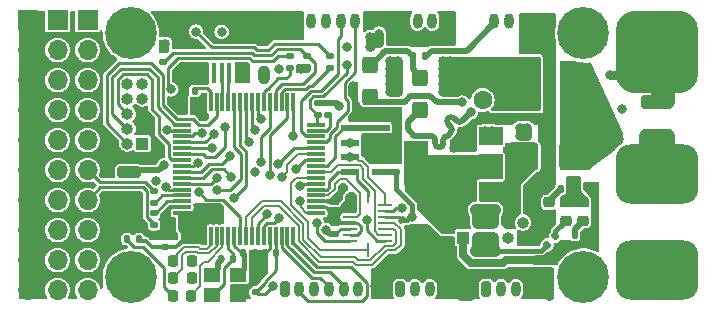
<source format=gtl>
G04 #@! TF.GenerationSoftware,KiCad,Pcbnew,7.0.6*
G04 #@! TF.CreationDate,2023-12-21T05:01:06+03:00*
G04 #@! TF.ProjectId,Penguin Junior,50656e67-7569-46e2-904a-756e696f722e,rev?*
G04 #@! TF.SameCoordinates,Original*
G04 #@! TF.FileFunction,Copper,L1,Top*
G04 #@! TF.FilePolarity,Positive*
%FSLAX46Y46*%
G04 Gerber Fmt 4.6, Leading zero omitted, Abs format (unit mm)*
G04 Created by KiCad (PCBNEW 7.0.6) date 2023-12-21 05:01:06*
%MOMM*%
%LPD*%
G01*
G04 APERTURE LIST*
G04 Aperture macros list*
%AMRoundRect*
0 Rectangle with rounded corners*
0 $1 Rounding radius*
0 $2 $3 $4 $5 $6 $7 $8 $9 X,Y pos of 4 corners*
0 Add a 4 corners polygon primitive as box body*
4,1,4,$2,$3,$4,$5,$6,$7,$8,$9,$2,$3,0*
0 Add four circle primitives for the rounded corners*
1,1,$1+$1,$2,$3*
1,1,$1+$1,$4,$5*
1,1,$1+$1,$6,$7*
1,1,$1+$1,$8,$9*
0 Add four rect primitives between the rounded corners*
20,1,$1+$1,$2,$3,$4,$5,0*
20,1,$1+$1,$4,$5,$6,$7,0*
20,1,$1+$1,$6,$7,$8,$9,0*
20,1,$1+$1,$8,$9,$2,$3,0*%
G04 Aperture macros list end*
G04 #@! TA.AperFunction,ComponentPad*
%ADD10RoundRect,0.200000X0.200000X0.450000X-0.200000X0.450000X-0.200000X-0.450000X0.200000X-0.450000X0*%
G04 #@! TD*
G04 #@! TA.AperFunction,ComponentPad*
%ADD11O,0.800000X1.300000*%
G04 #@! TD*
G04 #@! TA.AperFunction,SMDPad,CuDef*
%ADD12RoundRect,0.140000X-0.170000X0.140000X-0.170000X-0.140000X0.170000X-0.140000X0.170000X0.140000X0*%
G04 #@! TD*
G04 #@! TA.AperFunction,SMDPad,CuDef*
%ADD13RoundRect,0.250000X0.425000X-0.450000X0.425000X0.450000X-0.425000X0.450000X-0.425000X-0.450000X0*%
G04 #@! TD*
G04 #@! TA.AperFunction,SMDPad,CuDef*
%ADD14RoundRect,0.140000X-0.021213X0.219203X-0.219203X0.021213X0.021213X-0.219203X0.219203X-0.021213X0*%
G04 #@! TD*
G04 #@! TA.AperFunction,SMDPad,CuDef*
%ADD15RoundRect,0.218750X-0.218750X-0.256250X0.218750X-0.256250X0.218750X0.256250X-0.218750X0.256250X0*%
G04 #@! TD*
G04 #@! TA.AperFunction,SMDPad,CuDef*
%ADD16RoundRect,0.250000X1.000000X0.900000X-1.000000X0.900000X-1.000000X-0.900000X1.000000X-0.900000X0*%
G04 #@! TD*
G04 #@! TA.AperFunction,SMDPad,CuDef*
%ADD17RoundRect,1.250000X-2.250000X1.250000X-2.250000X-1.250000X2.250000X-1.250000X2.250000X1.250000X0*%
G04 #@! TD*
G04 #@! TA.AperFunction,ComponentPad*
%ADD18C,0.700000*%
G04 #@! TD*
G04 #@! TA.AperFunction,ComponentPad*
%ADD19C,4.400000*%
G04 #@! TD*
G04 #@! TA.AperFunction,SMDPad,CuDef*
%ADD20RoundRect,1.750000X-1.750000X-1.750000X1.750000X-1.750000X1.750000X1.750000X-1.750000X1.750000X0*%
G04 #@! TD*
G04 #@! TA.AperFunction,SMDPad,CuDef*
%ADD21RoundRect,0.075000X0.075000X-0.700000X0.075000X0.700000X-0.075000X0.700000X-0.075000X-0.700000X0*%
G04 #@! TD*
G04 #@! TA.AperFunction,SMDPad,CuDef*
%ADD22RoundRect,0.075000X0.700000X-0.075000X0.700000X0.075000X-0.700000X0.075000X-0.700000X-0.075000X0*%
G04 #@! TD*
G04 #@! TA.AperFunction,SMDPad,CuDef*
%ADD23RoundRect,0.218750X-0.256250X0.218750X-0.256250X-0.218750X0.256250X-0.218750X0.256250X0.218750X0*%
G04 #@! TD*
G04 #@! TA.AperFunction,ComponentPad*
%ADD24R,1.600000X1.600000*%
G04 #@! TD*
G04 #@! TA.AperFunction,ComponentPad*
%ADD25C,1.600000*%
G04 #@! TD*
G04 #@! TA.AperFunction,SMDPad,CuDef*
%ADD26RoundRect,0.140000X0.170000X-0.140000X0.170000X0.140000X-0.170000X0.140000X-0.170000X-0.140000X0*%
G04 #@! TD*
G04 #@! TA.AperFunction,ComponentPad*
%ADD27RoundRect,0.200000X-0.200000X-0.450000X0.200000X-0.450000X0.200000X0.450000X-0.200000X0.450000X0*%
G04 #@! TD*
G04 #@! TA.AperFunction,SMDPad,CuDef*
%ADD28RoundRect,0.250000X-1.100000X0.325000X-1.100000X-0.325000X1.100000X-0.325000X1.100000X0.325000X0*%
G04 #@! TD*
G04 #@! TA.AperFunction,ComponentPad*
%ADD29R,1.700000X1.700000*%
G04 #@! TD*
G04 #@! TA.AperFunction,ComponentPad*
%ADD30O,1.700000X1.700000*%
G04 #@! TD*
G04 #@! TA.AperFunction,SMDPad,CuDef*
%ADD31RoundRect,0.135000X0.185000X-0.135000X0.185000X0.135000X-0.185000X0.135000X-0.185000X-0.135000X0*%
G04 #@! TD*
G04 #@! TA.AperFunction,SMDPad,CuDef*
%ADD32RoundRect,0.135000X0.135000X0.185000X-0.135000X0.185000X-0.135000X-0.185000X0.135000X-0.185000X0*%
G04 #@! TD*
G04 #@! TA.AperFunction,ComponentPad*
%ADD33R,1.000000X1.000000*%
G04 #@! TD*
G04 #@! TA.AperFunction,ComponentPad*
%ADD34O,1.000000X1.000000*%
G04 #@! TD*
G04 #@! TA.AperFunction,SMDPad,CuDef*
%ADD35R,1.900000X2.500000*%
G04 #@! TD*
G04 #@! TA.AperFunction,SMDPad,CuDef*
%ADD36RoundRect,0.140000X0.219203X0.021213X0.021213X0.219203X-0.219203X-0.021213X-0.021213X-0.219203X0*%
G04 #@! TD*
G04 #@! TA.AperFunction,SMDPad,CuDef*
%ADD37RoundRect,0.250000X0.750000X0.250000X-0.750000X0.250000X-0.750000X-0.250000X0.750000X-0.250000X0*%
G04 #@! TD*
G04 #@! TA.AperFunction,SMDPad,CuDef*
%ADD38RoundRect,0.140000X0.140000X0.170000X-0.140000X0.170000X-0.140000X-0.170000X0.140000X-0.170000X0*%
G04 #@! TD*
G04 #@! TA.AperFunction,SMDPad,CuDef*
%ADD39R,0.400000X1.800000*%
G04 #@! TD*
G04 #@! TA.AperFunction,ComponentPad*
%ADD40O,1.090000X2.000000*%
G04 #@! TD*
G04 #@! TA.AperFunction,ComponentPad*
%ADD41O,1.050000X1.600000*%
G04 #@! TD*
G04 #@! TA.AperFunction,SMDPad,CuDef*
%ADD42RoundRect,0.135000X-0.135000X-0.185000X0.135000X-0.185000X0.135000X0.185000X-0.135000X0.185000X0*%
G04 #@! TD*
G04 #@! TA.AperFunction,SMDPad,CuDef*
%ADD43R,1.500000X0.550000*%
G04 #@! TD*
G04 #@! TA.AperFunction,SMDPad,CuDef*
%ADD44RoundRect,0.140000X-0.140000X-0.170000X0.140000X-0.170000X0.140000X0.170000X-0.140000X0.170000X0*%
G04 #@! TD*
G04 #@! TA.AperFunction,SMDPad,CuDef*
%ADD45R,1.400000X1.200000*%
G04 #@! TD*
G04 #@! TA.AperFunction,SMDPad,CuDef*
%ADD46RoundRect,0.218750X0.218750X0.256250X-0.218750X0.256250X-0.218750X-0.256250X0.218750X-0.256250X0*%
G04 #@! TD*
G04 #@! TA.AperFunction,SMDPad,CuDef*
%ADD47R,2.000000X1.500000*%
G04 #@! TD*
G04 #@! TA.AperFunction,SMDPad,CuDef*
%ADD48R,2.000000X3.800000*%
G04 #@! TD*
G04 #@! TA.AperFunction,SMDPad,CuDef*
%ADD49RoundRect,0.062500X0.525000X0.062500X-0.525000X0.062500X-0.525000X-0.062500X0.525000X-0.062500X0*%
G04 #@! TD*
G04 #@! TA.AperFunction,SMDPad,CuDef*
%ADD50RoundRect,0.062500X0.062500X-0.525000X0.062500X0.525000X-0.062500X0.525000X-0.062500X-0.525000X0*%
G04 #@! TD*
G04 #@! TA.AperFunction,SMDPad,CuDef*
%ADD51RoundRect,0.135000X-0.185000X0.135000X-0.185000X-0.135000X0.185000X-0.135000X0.185000X0.135000X0*%
G04 #@! TD*
G04 #@! TA.AperFunction,SMDPad,CuDef*
%ADD52RoundRect,0.135000X0.035355X-0.226274X0.226274X-0.035355X-0.035355X0.226274X-0.226274X0.035355X0*%
G04 #@! TD*
G04 #@! TA.AperFunction,ViaPad*
%ADD53C,0.800000*%
G04 #@! TD*
G04 #@! TA.AperFunction,Conductor*
%ADD54C,0.250000*%
G04 #@! TD*
G04 #@! TA.AperFunction,Conductor*
%ADD55C,1.000000*%
G04 #@! TD*
G04 #@! TA.AperFunction,Conductor*
%ADD56C,0.800000*%
G04 #@! TD*
G04 #@! TA.AperFunction,Conductor*
%ADD57C,0.500000*%
G04 #@! TD*
G04 #@! TA.AperFunction,Conductor*
%ADD58C,0.400000*%
G04 #@! TD*
G04 #@! TA.AperFunction,Conductor*
%ADD59C,0.200000*%
G04 #@! TD*
G04 #@! TA.AperFunction,Conductor*
%ADD60C,0.300000*%
G04 #@! TD*
G04 #@! TA.AperFunction,Conductor*
%ADD61C,0.680000*%
G04 #@! TD*
G04 APERTURE END LIST*
D10*
X132175000Y-84800000D03*
D11*
X130925000Y-84800000D03*
X129675000Y-84800000D03*
X128425000Y-84800000D03*
X127175000Y-84800000D03*
X125925000Y-84800000D03*
D12*
X114780000Y-103020000D03*
X114780000Y-103980000D03*
D13*
X132170000Y-91210000D03*
X132170000Y-88510000D03*
D10*
X145200000Y-84800000D03*
D11*
X143950000Y-84800000D03*
X142700000Y-84800000D03*
D14*
X137498822Y-101690589D03*
X136820000Y-102369411D03*
D15*
X115492500Y-106600000D03*
X117067500Y-106600000D03*
D12*
X122470000Y-106810000D03*
X122470000Y-107770000D03*
D16*
X149455000Y-96280000D03*
X145155000Y-96280000D03*
D17*
X156455000Y-97807000D03*
X156455000Y-105910000D03*
D18*
X110275000Y-85860000D03*
X110758274Y-84693274D03*
X110758274Y-87026726D03*
X111925000Y-84210000D03*
D19*
X111925000Y-85860000D03*
D18*
X111925000Y-87510000D03*
X113091726Y-84693274D03*
X113091726Y-87026726D03*
X113575000Y-85860000D03*
D12*
X128640000Y-91800000D03*
X128640000Y-92760000D03*
D20*
X156455000Y-87410000D03*
D21*
X118175000Y-103015000D03*
X118675000Y-103015000D03*
X119175000Y-103015000D03*
X119675000Y-103015000D03*
X120175000Y-103015000D03*
X120675000Y-103015000D03*
X121175000Y-103015000D03*
X121675000Y-103015000D03*
X122175000Y-103015000D03*
X122675000Y-103015000D03*
X123175000Y-103015000D03*
X123675000Y-103015000D03*
X124175000Y-103015000D03*
X124675000Y-103015000D03*
X125175000Y-103015000D03*
X125675000Y-103015000D03*
D22*
X127600000Y-101090000D03*
X127600000Y-100590000D03*
X127600000Y-100090000D03*
X127600000Y-99590000D03*
X127600000Y-99090000D03*
X127600000Y-98590000D03*
X127600000Y-98090000D03*
X127600000Y-97590000D03*
X127600000Y-97090000D03*
X127600000Y-96590000D03*
X127600000Y-96090000D03*
X127600000Y-95590000D03*
X127600000Y-95090000D03*
X127600000Y-94590000D03*
X127600000Y-94090000D03*
X127600000Y-93590000D03*
D21*
X125675000Y-91665000D03*
X125175000Y-91665000D03*
X124675000Y-91665000D03*
X124175000Y-91665000D03*
X123675000Y-91665000D03*
X123175000Y-91665000D03*
X122675000Y-91665000D03*
X122175000Y-91665000D03*
X121675000Y-91665000D03*
X121175000Y-91665000D03*
X120675000Y-91665000D03*
X120175000Y-91665000D03*
X119675000Y-91665000D03*
X119175000Y-91665000D03*
X118675000Y-91665000D03*
X118175000Y-91665000D03*
D22*
X116250000Y-93590000D03*
X116250000Y-94090000D03*
X116250000Y-94590000D03*
X116250000Y-95090000D03*
X116250000Y-95590000D03*
X116250000Y-96090000D03*
X116250000Y-96590000D03*
X116250000Y-97090000D03*
X116250000Y-97590000D03*
X116250000Y-98090000D03*
X116250000Y-98590000D03*
X116250000Y-99090000D03*
X116250000Y-99590000D03*
X116250000Y-100090000D03*
X116250000Y-100590000D03*
X116250000Y-101090000D03*
D23*
X150220000Y-100162500D03*
X150220000Y-101737500D03*
D18*
X148575000Y-106460000D03*
X149058274Y-105293274D03*
X149058274Y-107626726D03*
X150225000Y-104810000D03*
D19*
X150225000Y-106460000D03*
D18*
X150225000Y-108110000D03*
X151391726Y-105293274D03*
X151391726Y-107626726D03*
X151875000Y-106460000D03*
D24*
X141705000Y-89510000D03*
D25*
X141705000Y-91510000D03*
D26*
X129210000Y-102870000D03*
X129210000Y-101910000D03*
D27*
X142010000Y-107510000D03*
D11*
X143260000Y-107510000D03*
X144510000Y-107510000D03*
X145760000Y-107510000D03*
D28*
X156455000Y-91633500D03*
X156455000Y-94583500D03*
D23*
X147300000Y-100162500D03*
X147300000Y-101737500D03*
D29*
X105715000Y-84735000D03*
D30*
X105715000Y-87275000D03*
X105715000Y-89815000D03*
X105715000Y-92355000D03*
X105715000Y-94895000D03*
X105715000Y-97435000D03*
X105715000Y-99975000D03*
X105715000Y-102515000D03*
X105715000Y-105055000D03*
X105715000Y-107595000D03*
D27*
X124930000Y-107510000D03*
D11*
X126180000Y-107510000D03*
X127430000Y-107510000D03*
X128680000Y-107510000D03*
X129930000Y-107510000D03*
X131180000Y-107510000D03*
D26*
X129210000Y-101050000D03*
X129210000Y-100090000D03*
D31*
X126860000Y-88790000D03*
X126860000Y-87770000D03*
X128810000Y-88800000D03*
X128810000Y-87780000D03*
D32*
X149350000Y-99000000D03*
X148330000Y-99000000D03*
D23*
X148760000Y-100162500D03*
X148760000Y-101737500D03*
D33*
X140040000Y-103150000D03*
D34*
X140040000Y-101880000D03*
X141310000Y-103150000D03*
X141310000Y-101880000D03*
X142580000Y-103150000D03*
X142580000Y-101880000D03*
X143850000Y-103150000D03*
X143850000Y-101880000D03*
X145120000Y-103150000D03*
X145120000Y-101880000D03*
D35*
X149755000Y-91180000D03*
X145655000Y-91180000D03*
D36*
X135559411Y-102369411D03*
X134880589Y-101690589D03*
D29*
X108255000Y-84735000D03*
D30*
X108255000Y-87275000D03*
X108255000Y-89815000D03*
X108255000Y-92355000D03*
X108255000Y-94895000D03*
X108255000Y-97435000D03*
X108255000Y-99975000D03*
X108255000Y-102515000D03*
X108255000Y-105055000D03*
X108255000Y-107595000D03*
D27*
X134720000Y-107510000D03*
D11*
X135970000Y-107510000D03*
X137220000Y-107510000D03*
X138470000Y-107510000D03*
D13*
X136420000Y-92320000D03*
X136420000Y-89620000D03*
D37*
X111740000Y-102085000D03*
X111740000Y-97635000D03*
D38*
X122400000Y-104500000D03*
X121440000Y-104500000D03*
D39*
X120900000Y-89182000D03*
X120250000Y-89182000D03*
X119600000Y-89182000D03*
X118950000Y-89182000D03*
X118300000Y-89182000D03*
D40*
X116000000Y-85932000D03*
D41*
X116000000Y-89382000D03*
D40*
X123200000Y-85932000D03*
D41*
X123200000Y-89382000D03*
D42*
X135790000Y-87820000D03*
X136810000Y-87820000D03*
D12*
X127720000Y-91800000D03*
X127720000Y-92760000D03*
D43*
X133080000Y-97610000D03*
X133080000Y-96360000D03*
X133080000Y-95110000D03*
X133080000Y-93860000D03*
X130430000Y-93860000D03*
X130430000Y-95110000D03*
X130430000Y-96360000D03*
X130430000Y-97610000D03*
D44*
X115670000Y-103050000D03*
X116630000Y-103050000D03*
D31*
X125400000Y-88790000D03*
X125400000Y-87770000D03*
D18*
X110275000Y-106460000D03*
X110758274Y-105293274D03*
X110758274Y-107626726D03*
X111925000Y-104810000D03*
D19*
X111925000Y-106460000D03*
D18*
X111925000Y-108110000D03*
X113091726Y-105293274D03*
X113091726Y-107626726D03*
X113575000Y-106460000D03*
D31*
X113890000Y-100230000D03*
X113890000Y-99210000D03*
D33*
X112900000Y-95200000D03*
D34*
X111630000Y-95200000D03*
X112900000Y-93930000D03*
X111630000Y-93930000D03*
X112900000Y-92660000D03*
X111630000Y-92660000D03*
X112900000Y-91390000D03*
X111630000Y-91390000D03*
X112900000Y-90120000D03*
X111630000Y-90120000D03*
D44*
X115270000Y-101950000D03*
X116230000Y-101950000D03*
D45*
X118810000Y-107980000D03*
X121010000Y-107980000D03*
X121010000Y-106280000D03*
X118810000Y-106280000D03*
D44*
X116380000Y-91630000D03*
X117340000Y-91630000D03*
D42*
X111590000Y-103280000D03*
X112610000Y-103280000D03*
D15*
X115492500Y-105140000D03*
X117067500Y-105140000D03*
D46*
X117027500Y-108060000D03*
X115452500Y-108060000D03*
D26*
X134380000Y-97610000D03*
X134380000Y-96650000D03*
D47*
X142395000Y-99180000D03*
X142395000Y-96880000D03*
D48*
X136095000Y-96880000D03*
D47*
X142395000Y-94580000D03*
D44*
X116380000Y-90710000D03*
X117340000Y-90710000D03*
D49*
X130445000Y-103410000D03*
X130445000Y-102910000D03*
X130445000Y-102410000D03*
X130445000Y-101910000D03*
X130445000Y-101410000D03*
X130445000Y-100910000D03*
X130445000Y-100410000D03*
D50*
X131960000Y-99645000D03*
D49*
X133475000Y-100410000D03*
X133475000Y-100910000D03*
X133475000Y-101410000D03*
X133475000Y-101910000D03*
X133475000Y-102410000D03*
X133475000Y-102910000D03*
X133475000Y-103410000D03*
D50*
X131960000Y-104175000D03*
D31*
X114640000Y-88290000D03*
X114640000Y-87270000D03*
D32*
X150530000Y-102900000D03*
X149510000Y-102900000D03*
D18*
X148575000Y-85860000D03*
X149058274Y-84693274D03*
X149058274Y-87026726D03*
X150225000Y-84210000D03*
D19*
X150225000Y-85860000D03*
D18*
X150225000Y-87510000D03*
X151391726Y-84693274D03*
X151391726Y-87026726D03*
X151875000Y-85860000D03*
D44*
X119590000Y-104970000D03*
X120550000Y-104970000D03*
D10*
X138690000Y-84800000D03*
D11*
X137440000Y-84800000D03*
X136190000Y-84800000D03*
D44*
X123260000Y-104500000D03*
X124220000Y-104500000D03*
D51*
X113890000Y-101070000D03*
X113890000Y-102090000D03*
D12*
X113890000Y-96490000D03*
X113890000Y-97450000D03*
D29*
X103175000Y-84735000D03*
D30*
X103175000Y-87275000D03*
X103175000Y-89815000D03*
X103175000Y-92355000D03*
X103175000Y-94895000D03*
X103175000Y-97435000D03*
X103175000Y-99975000D03*
X103175000Y-102515000D03*
X103175000Y-105055000D03*
X103175000Y-107595000D03*
D52*
X147139376Y-103780624D03*
X147860624Y-103059376D03*
D53*
X140639999Y-107260000D03*
X159455000Y-87410000D03*
X159455000Y-88410000D03*
X154455000Y-89410000D03*
X158455000Y-87410000D03*
X131880000Y-96030000D03*
X155455000Y-87410000D03*
X153455000Y-88410000D03*
X139839999Y-107260000D03*
X154455000Y-86410000D03*
X132629500Y-107260000D03*
X155455000Y-85410000D03*
X156455000Y-89410000D03*
X149540000Y-98330000D03*
X156455000Y-91633500D03*
X158455000Y-89410000D03*
X147340000Y-107260000D03*
X126330000Y-88860000D03*
X153455000Y-85410000D03*
X155455000Y-86410000D03*
X156455000Y-88410000D03*
X153455000Y-86410000D03*
X157455000Y-87410000D03*
X155455000Y-88410000D03*
X156455000Y-86410000D03*
X156455000Y-85410000D03*
X121008136Y-107961000D03*
X158455000Y-88410000D03*
X147340000Y-108060000D03*
X116015600Y-92185600D03*
X157455000Y-89410000D03*
X158455000Y-85410000D03*
X130460000Y-99770000D03*
X155455000Y-89410000D03*
X118810000Y-106280000D03*
X154455000Y-88410000D03*
X159455000Y-86410000D03*
X153455000Y-89410000D03*
X159455000Y-89410000D03*
X140639999Y-108060000D03*
X157455000Y-88410000D03*
X157455000Y-85410000D03*
X156455000Y-84410000D03*
X158455000Y-86410000D03*
X154455000Y-84410000D03*
X130740000Y-90340000D03*
X155455000Y-84410000D03*
X153455000Y-87410000D03*
X158455000Y-84410000D03*
X156455000Y-87410000D03*
X154455000Y-85410000D03*
X157455000Y-86410000D03*
X153470000Y-92265000D03*
X133710000Y-107260000D03*
X158455000Y-90410000D03*
X159455000Y-85410000D03*
X144870000Y-96440000D03*
X152455000Y-89410000D03*
X129557502Y-91985299D03*
X139839999Y-108060000D03*
X115450000Y-91620000D03*
X157455000Y-91633500D03*
X157455000Y-90410000D03*
X157455000Y-84410000D03*
X156455000Y-90410000D03*
X155455000Y-90410000D03*
X154455000Y-87410000D03*
X130190000Y-88570000D03*
X119600000Y-85720000D03*
X146374031Y-105069085D03*
X135732337Y-101380984D03*
X128448398Y-102510000D03*
X129874048Y-98934500D03*
X123920000Y-107260000D03*
X118110000Y-92880000D03*
X150965000Y-98835000D03*
X119410378Y-100660378D03*
X124450000Y-88860000D03*
X114740000Y-97020000D03*
X117650000Y-99330000D03*
X139309059Y-95530500D03*
X139979117Y-91710000D03*
X140710000Y-92550000D03*
X121615500Y-89080000D03*
X148955000Y-96780000D03*
X150080000Y-89330000D03*
X152360000Y-94805000D03*
X149430000Y-89330000D03*
X150080000Y-88680000D03*
X149955000Y-96780000D03*
X149955000Y-95780000D03*
X149430000Y-89980000D03*
X152080000Y-95670000D03*
X153220000Y-94805000D03*
X150080000Y-89980000D03*
X149430000Y-88680000D03*
X149430000Y-90630000D03*
X151360000Y-95160000D03*
X150080000Y-90630000D03*
X148955000Y-95780000D03*
X157455000Y-103910000D03*
X153455000Y-104910000D03*
X154455000Y-105910000D03*
X158455000Y-107910000D03*
X156455000Y-105910000D03*
X159455000Y-104910000D03*
X154455000Y-103910000D03*
X154455000Y-107910000D03*
X154455000Y-104910000D03*
X158455000Y-103910000D03*
X156455000Y-106910000D03*
X155455000Y-106910000D03*
X156455000Y-103910000D03*
X155455000Y-104910000D03*
X153455000Y-106910000D03*
X153455000Y-105910000D03*
X154455000Y-106910000D03*
X156455000Y-107910000D03*
X157455000Y-105910000D03*
X157455000Y-106910000D03*
X158455000Y-105910000D03*
X155455000Y-103910000D03*
X159455000Y-106910000D03*
X157455000Y-107910000D03*
X159455000Y-105910000D03*
X157455000Y-104910000D03*
X156455000Y-104910000D03*
X158455000Y-104910000D03*
X158455000Y-106910000D03*
X155455000Y-105910000D03*
X155455000Y-107910000D03*
X141867500Y-94110000D03*
X141867500Y-94760000D03*
X142517500Y-94760000D03*
X142517500Y-94110000D03*
X117067500Y-105140000D03*
X117067500Y-106600000D03*
X145090000Y-89030000D03*
X138970000Y-89510000D03*
X145090000Y-91630000D03*
X138320000Y-88860000D03*
X138970000Y-90160000D03*
X138970000Y-90810000D03*
X145740000Y-89680000D03*
X145090000Y-90980000D03*
X145090000Y-89680000D03*
X138320000Y-89510000D03*
X138320000Y-88210000D03*
X145740000Y-89030000D03*
X138970000Y-88210000D03*
X138320000Y-90160000D03*
X145740000Y-90980000D03*
X145740000Y-90330000D03*
X138970000Y-88860000D03*
X145090000Y-90330000D03*
X145740000Y-91630000D03*
X138320000Y-90810000D03*
X117930000Y-94340000D03*
X118940000Y-94380000D03*
X119910000Y-93820000D03*
X118770000Y-95590000D03*
X122899500Y-93150000D03*
X122399500Y-94070000D03*
X121899500Y-95059806D03*
X122410000Y-97600000D03*
X114010000Y-98334999D03*
X126200000Y-100080000D03*
X120420000Y-97990000D03*
X119200000Y-98094500D03*
X141145000Y-104260000D03*
X142745000Y-104260000D03*
X141945000Y-104260000D03*
X120642300Y-99817700D03*
X119240000Y-99110000D03*
X123460688Y-101190000D03*
X114880000Y-98850000D03*
X122940000Y-96740000D03*
X125929622Y-97352002D03*
X154455000Y-97807000D03*
X158455000Y-99807000D03*
X155455000Y-95807000D03*
X155455000Y-97807000D03*
X156455000Y-96807000D03*
X157455000Y-96807000D03*
X154455000Y-99807000D03*
X158455000Y-97807000D03*
X156455000Y-94583500D03*
X157455000Y-94583500D03*
X157455000Y-98807000D03*
X154455000Y-98807000D03*
X153505000Y-97807000D03*
X157455000Y-95807000D03*
X153505000Y-96807000D03*
X156455000Y-95807000D03*
X155455000Y-99807000D03*
X156455000Y-99807000D03*
X155455000Y-98807000D03*
X158455000Y-95807000D03*
X154455000Y-95807000D03*
X156455000Y-98807000D03*
X158455000Y-98807000D03*
X155455000Y-96807000D03*
X159455000Y-97807000D03*
X154455000Y-96807000D03*
X155455000Y-94583500D03*
X159455000Y-98807000D03*
X159455000Y-96807000D03*
X158455000Y-96807000D03*
X156455000Y-97807000D03*
X157455000Y-97807000D03*
X157455000Y-99807000D03*
X124404500Y-96902502D03*
X127658635Y-101881365D03*
X130430000Y-96335500D03*
X117620000Y-96814500D03*
X131887999Y-101680000D03*
X134881107Y-100685061D03*
X130430000Y-95110000D03*
X120270000Y-96250000D03*
X125675000Y-94540000D03*
X123680000Y-97841000D03*
X124420000Y-101520000D03*
X134520000Y-89510000D03*
X133870000Y-89510000D03*
X134520000Y-88210000D03*
X133870000Y-90810000D03*
X134520000Y-90810000D03*
X134520000Y-90160000D03*
X141945000Y-100810000D03*
X142745000Y-100810000D03*
X133870000Y-88210000D03*
X134520000Y-88860000D03*
X133870000Y-88860000D03*
X133870000Y-90160000D03*
X141145000Y-100810000D03*
X132140000Y-86180000D03*
X132140000Y-86980000D03*
X132940000Y-86680000D03*
X130187500Y-86980000D03*
X145492500Y-94525000D03*
X132940000Y-85880000D03*
X144842500Y-93875000D03*
X144842500Y-94525000D03*
X145492500Y-93875000D03*
X124720000Y-98010000D03*
X115014312Y-94087615D03*
X126264439Y-98789140D03*
X114780000Y-86790000D03*
X117430000Y-85710000D03*
X115349500Y-90610000D03*
D54*
X131090000Y-102910000D02*
X130445000Y-102910000D01*
D55*
X156455000Y-90410000D02*
X156455000Y-91633500D01*
D56*
X152455000Y-89410000D02*
X153455000Y-89410000D01*
D54*
X131380000Y-102200000D02*
X131380000Y-102620000D01*
D56*
X139839999Y-107260000D02*
X139839999Y-108060000D01*
D57*
X119620000Y-104970000D02*
X119260000Y-105330000D01*
D54*
X130445000Y-101910000D02*
X131090000Y-101910000D01*
D56*
X140639999Y-107260000D02*
X139839999Y-107260000D01*
D57*
X119260000Y-105330000D02*
X119260000Y-105830000D01*
D56*
X139839999Y-108060000D02*
X140639999Y-108060000D01*
D57*
X119260000Y-105830000D02*
X118810000Y-106280000D01*
D54*
X131380000Y-102620000D02*
X131090000Y-102910000D01*
X123675000Y-104085000D02*
X123260000Y-104500000D01*
D58*
X122280000Y-106880000D02*
X122470000Y-106880000D01*
X121180000Y-107980000D02*
X122280000Y-106880000D01*
X121010000Y-107980000D02*
X121180000Y-107980000D01*
D54*
X131090000Y-101910000D02*
X131380000Y-102200000D01*
D57*
X129557502Y-91985299D02*
X129372203Y-91800000D01*
D59*
X118810000Y-105780000D02*
X118810000Y-106280000D01*
D60*
X116200000Y-89080000D02*
X116000000Y-89280000D01*
D55*
X157455000Y-90410000D02*
X157455000Y-91633500D01*
D56*
X147340000Y-107260000D02*
X147340000Y-108060000D01*
D54*
X123675000Y-103015000D02*
X123675000Y-104085000D01*
D56*
X116015600Y-92185600D02*
X115450000Y-91620000D01*
D57*
X122400000Y-104500000D02*
X123260000Y-104500000D01*
D56*
X140639999Y-108060000D02*
X140639999Y-107260000D01*
D57*
X129372203Y-91800000D02*
X127640000Y-91800000D01*
D54*
X128223299Y-91195000D02*
X127357391Y-91195000D01*
D60*
X114780000Y-103980000D02*
X113697642Y-103980000D01*
D54*
X130190000Y-88570000D02*
X130190000Y-89228299D01*
D61*
X146384031Y-105069085D02*
X143660915Y-105069085D01*
D58*
X135732337Y-101380984D02*
X135586172Y-101380984D01*
X135276567Y-101690589D02*
X134880589Y-101690589D01*
D54*
X127650000Y-93540000D02*
X127650000Y-92760000D01*
X123240000Y-107007609D02*
X123240000Y-106910000D01*
D58*
X135586172Y-101380984D02*
X135276567Y-101690589D01*
D54*
X123240000Y-106910000D02*
X124220000Y-105930000D01*
D61*
X143660915Y-105069085D02*
X143430000Y-105300000D01*
D60*
X116630000Y-103092965D02*
X115742965Y-103980000D01*
D61*
X140040000Y-104625782D02*
X140040000Y-103150000D01*
D60*
X116630000Y-103050000D02*
X116630000Y-103092965D01*
D57*
X134380000Y-97610000D02*
X133080000Y-97610000D01*
D54*
X133475000Y-101410000D02*
X134600000Y-101410000D01*
X130445000Y-102410000D02*
X129677609Y-102410000D01*
D58*
X135720000Y-100388844D02*
X135720000Y-101368647D01*
D54*
X124175000Y-103015000D02*
X124175000Y-104455000D01*
X127065000Y-92112609D02*
X127712391Y-92760000D01*
D60*
X113697642Y-103980000D02*
X113167641Y-103449999D01*
X112610000Y-103280000D02*
X112779999Y-103449999D01*
D54*
X122477609Y-107770000D02*
X123240000Y-107007609D01*
X124220000Y-105930000D02*
X124220000Y-104500000D01*
D60*
X113167641Y-103449999D02*
X112779999Y-103449999D01*
D54*
X123260000Y-107920000D02*
X122620000Y-107920000D01*
D61*
X143430000Y-105300000D02*
X140714218Y-105300000D01*
X140714218Y-105300000D02*
X140040000Y-104625782D01*
D54*
X134600000Y-101410000D02*
X134880589Y-101690589D01*
X129677609Y-102410000D02*
X129217609Y-102870000D01*
X124175000Y-104455000D02*
X124220000Y-104500000D01*
D57*
X128448398Y-102510000D02*
X128808398Y-102870000D01*
D54*
X123920000Y-107260000D02*
X123260000Y-107920000D01*
X127600000Y-93590000D02*
X127650000Y-93540000D01*
X130190000Y-89228299D02*
X128223299Y-91195000D01*
D60*
X115742965Y-103980000D02*
X114780000Y-103980000D01*
D54*
X122470000Y-107770000D02*
X122477609Y-107770000D01*
D58*
X134380000Y-97610000D02*
X134380000Y-99048844D01*
D54*
X127357391Y-91195000D02*
X127065000Y-91487391D01*
X122620000Y-107920000D02*
X122470000Y-107770000D01*
X127065000Y-91487391D02*
X127065000Y-92112609D01*
D57*
X128808398Y-102870000D02*
X129210000Y-102870000D01*
D54*
X129217609Y-102870000D02*
X129210000Y-102870000D01*
D58*
X134380000Y-99048844D02*
X135720000Y-100388844D01*
D61*
X146394031Y-105059085D02*
X146384031Y-105069085D01*
D54*
X118250000Y-99930000D02*
X119720000Y-99930000D01*
D57*
X114310000Y-97450000D02*
X114740000Y-97020000D01*
D54*
X119720000Y-99930000D02*
X121175000Y-101385000D01*
D57*
X113890000Y-97450000D02*
X114310000Y-97450000D01*
X113890000Y-97450000D02*
X111925000Y-97450000D01*
D54*
X117650000Y-99330000D02*
X118250000Y-99930000D01*
D58*
X111840001Y-97534999D02*
X111740000Y-97635000D01*
D57*
X111925000Y-97450000D02*
X111740000Y-97635000D01*
D54*
X121175000Y-101385000D02*
X121175000Y-103015000D01*
X118910000Y-107980000D02*
X118810000Y-107980000D01*
X120175000Y-103015000D02*
X120175000Y-104105000D01*
X120550000Y-104977609D02*
X119835000Y-105692609D01*
X120550000Y-104480000D02*
X120550000Y-104970000D01*
X120550000Y-104970000D02*
X120550000Y-104977609D01*
X120175000Y-104105000D02*
X120550000Y-104480000D01*
X119835000Y-107055000D02*
X118910000Y-107980000D01*
X119835000Y-105692609D02*
X119835000Y-107055000D01*
X121319315Y-104500000D02*
X120675000Y-103855685D01*
X121440000Y-104500000D02*
X121319315Y-104500000D01*
D58*
X121510000Y-104570000D02*
X121510000Y-105780000D01*
D54*
X120675000Y-103855685D02*
X120675000Y-103015000D01*
D58*
X121510000Y-105780000D02*
X121010000Y-106280000D01*
X121440000Y-104500000D02*
X121510000Y-104570000D01*
D54*
X128740000Y-93790685D02*
X128740000Y-92940000D01*
X127600000Y-94090000D02*
X128440685Y-94090000D01*
X128440685Y-94090000D02*
X128740000Y-93790685D01*
X128740000Y-92940000D02*
X128560000Y-92760000D01*
X117520000Y-90530000D02*
X117340000Y-90710000D01*
X118675000Y-90825000D02*
X118380000Y-90530000D01*
X118380000Y-90530000D02*
X117520000Y-90530000D01*
X118675000Y-91665000D02*
X118675000Y-90825000D01*
D57*
X135100000Y-91660000D02*
X135590000Y-91170000D01*
X137280000Y-91170000D02*
X137820000Y-91710000D01*
X135590000Y-91170000D02*
X137280000Y-91170000D01*
X132620000Y-91660000D02*
X135100000Y-91660000D01*
X132170000Y-91210000D02*
X132620000Y-91660000D01*
X137820000Y-91710000D02*
X139979117Y-91710000D01*
X132170000Y-88510000D02*
X132300000Y-88510000D01*
X136420000Y-89550000D02*
X135790000Y-88920000D01*
X135330000Y-87360000D02*
X135790000Y-87820000D01*
X135790000Y-88920000D02*
X135790000Y-87820000D01*
X133450000Y-87360000D02*
X135330000Y-87360000D01*
X132300000Y-88510000D02*
X133450000Y-87360000D01*
X136420000Y-89620000D02*
X136420000Y-89550000D01*
X135370000Y-93390000D02*
X135370000Y-93980000D01*
X138730000Y-94530000D02*
X139005000Y-94255000D01*
X138380000Y-95180000D02*
X138380000Y-94880000D01*
X136420000Y-92320000D02*
X136420000Y-92340000D01*
X136420000Y-92340000D02*
X135370000Y-93390000D01*
X138792869Y-93052919D02*
X138792868Y-93052920D01*
X139287844Y-93052919D02*
X139499977Y-93265052D01*
X139994951Y-93265052D02*
X140710000Y-92550000D01*
X135370000Y-93980000D02*
X135920000Y-94530000D01*
X139994952Y-93265051D02*
X139994951Y-93265052D01*
X139005000Y-93760026D02*
X138792868Y-93547894D01*
X137680000Y-94880000D02*
X137680000Y-95180000D01*
X139287844Y-93052920D02*
X139287844Y-93052919D01*
X135920000Y-94530000D02*
X137330000Y-94530000D01*
X137680000Y-95180000D02*
G75*
G03*
X138030000Y-95530000I350000J0D01*
G01*
X138030000Y-95530000D02*
G75*
G03*
X138380000Y-95180000I0J350000D01*
G01*
X138730000Y-94530000D02*
G75*
G03*
X138380000Y-94880000I0J-350000D01*
G01*
X138792862Y-93052912D02*
G75*
G03*
X138792868Y-93547894I247538J-247488D01*
G01*
X139287844Y-93052920D02*
G75*
G03*
X138792868Y-93052920I-247488J-247484D01*
G01*
X139004987Y-94254987D02*
G75*
G03*
X139005000Y-93760026I-247487J247487D01*
G01*
X137680000Y-94880000D02*
G75*
G03*
X137330000Y-94530000I-350000J0D01*
G01*
X139500013Y-93265016D02*
G75*
G03*
X139994952Y-93265051I247487J247416D01*
G01*
D56*
X142517500Y-94110000D02*
X141867500Y-94110000D01*
X141867500Y-94110000D02*
X141867500Y-94760000D01*
X142517500Y-94760000D02*
X142517500Y-94110000D01*
X141867500Y-94760000D02*
X142517500Y-94760000D01*
D59*
X115830000Y-105140000D02*
X115492500Y-105140000D01*
X118680000Y-103020000D02*
X118680000Y-103815328D01*
X118680000Y-103815328D02*
X118405328Y-104090000D01*
X118675000Y-103015000D02*
X118680000Y-103020000D01*
X115830000Y-104553190D02*
X115830000Y-105140000D01*
X115492500Y-105140000D02*
X115452500Y-105140000D01*
X117666808Y-103965000D02*
X116418190Y-103965000D01*
X117791809Y-104090000D02*
X117666808Y-103965000D01*
X116418190Y-103965000D02*
X115830000Y-104553190D01*
X118405328Y-104090000D02*
X117791809Y-104090000D01*
X116583876Y-104365000D02*
X116279999Y-104668877D01*
X116279999Y-104668877D02*
X116279999Y-105812501D01*
X117501123Y-104365000D02*
X116583876Y-104365000D01*
X119175000Y-103015000D02*
X119175000Y-103886014D01*
X119175000Y-103886014D02*
X118571013Y-104490000D01*
X117626123Y-104490000D02*
X117501123Y-104365000D01*
X116279999Y-105812501D02*
X115492500Y-106600000D01*
X118571013Y-104490000D02*
X117626123Y-104490000D01*
X117810000Y-105530000D02*
X117810000Y-107277500D01*
X119675000Y-103951700D02*
X118436700Y-105190000D01*
X118436700Y-105190000D02*
X118150000Y-105190000D01*
X119675000Y-103015000D02*
X119675000Y-103951700D01*
X117810000Y-107277500D02*
X117027500Y-108060000D01*
X118150000Y-105190000D02*
X117810000Y-105530000D01*
D54*
X112205000Y-103935000D02*
X111590000Y-103320000D01*
X112970890Y-103935000D02*
X112205000Y-103935000D01*
X114730000Y-105694110D02*
X112970890Y-103935000D01*
X111590000Y-103320000D02*
X111590000Y-103280000D01*
X114730000Y-107337500D02*
X114730000Y-105694110D01*
X115452500Y-108060000D02*
X114730000Y-107337500D01*
D58*
X147860624Y-103059376D02*
X147860624Y-102636876D01*
X147860624Y-102636876D02*
X148760000Y-101737500D01*
D57*
X149510000Y-102900000D02*
X149510000Y-102447500D01*
X149510000Y-102447500D02*
X150220000Y-101737500D01*
D56*
X138970000Y-90810000D02*
X138320000Y-90810000D01*
X138320000Y-90810000D02*
X138320000Y-88210000D01*
X138970000Y-88210000D02*
X138970000Y-90810000D01*
X138320000Y-88210000D02*
X138970000Y-88210000D01*
D57*
X147300000Y-100162500D02*
X147300000Y-100030000D01*
X147300000Y-100030000D02*
X148330000Y-99000000D01*
D54*
X117094999Y-94590000D02*
X116250000Y-94590000D01*
X117344999Y-94340000D02*
X117094999Y-94590000D01*
X117930000Y-94340000D02*
X117344999Y-94340000D01*
X118230000Y-95090000D02*
X116250000Y-95090000D01*
X118940000Y-94380000D02*
X118230000Y-95090000D01*
X118300000Y-96370000D02*
X118020000Y-96090000D01*
X118020000Y-96090000D02*
X116250000Y-96090000D01*
X119055305Y-96370000D02*
X118300000Y-96370000D01*
X119910000Y-95515305D02*
X119055305Y-96370000D01*
X119910000Y-93820000D02*
X119910000Y-95515305D01*
X118770000Y-95590000D02*
X116250000Y-95590000D01*
X122675000Y-91665000D02*
X122675000Y-92785000D01*
X122675000Y-92785000D02*
X122899500Y-93009500D01*
X122899500Y-93009500D02*
X122899500Y-93150000D01*
X122399500Y-93949500D02*
X122399500Y-94070000D01*
X122175000Y-93725000D02*
X122399500Y-93949500D01*
X122175000Y-91665000D02*
X122175000Y-93725000D01*
X121675000Y-91665000D02*
X121675000Y-94685000D01*
X121675000Y-94685000D02*
X121899500Y-94909500D01*
X121899500Y-94909500D02*
X121899500Y-95059806D01*
D57*
X137390000Y-87360000D02*
X140350000Y-87360000D01*
X142700000Y-85010000D02*
X142700000Y-84800000D01*
X136930000Y-87820000D02*
X137390000Y-87360000D01*
X140350000Y-87360000D02*
X142700000Y-85010000D01*
D54*
X115791396Y-93115000D02*
X114625000Y-91948604D01*
X117690000Y-93610000D02*
X117195000Y-93115000D01*
X109905000Y-89405481D02*
X109905000Y-93475000D01*
X119175000Y-92865000D02*
X118430000Y-93610000D01*
X117195000Y-93115000D02*
X115791396Y-93115000D01*
X114625000Y-89405481D02*
X113614519Y-88395000D01*
X119175000Y-91665000D02*
X119175000Y-92865000D01*
X113614519Y-88395000D02*
X110915481Y-88395000D01*
X109905000Y-93475000D02*
X111630000Y-95200000D01*
X114625000Y-91948604D02*
X114625000Y-89405481D01*
X118430000Y-93610000D02*
X117690000Y-93610000D01*
X110915481Y-88395000D02*
X109905000Y-89405481D01*
X110355000Y-92655000D02*
X111630000Y-93930000D01*
X111101877Y-88845000D02*
X110355000Y-89591877D01*
X115630000Y-93590000D02*
X114175000Y-92135000D01*
X114175000Y-92135000D02*
X114175000Y-89591877D01*
X116250000Y-93590000D02*
X115630000Y-93590000D01*
X113428123Y-88845000D02*
X111101877Y-88845000D01*
X110355000Y-89591877D02*
X110355000Y-92655000D01*
X114175000Y-89591877D02*
X113428123Y-88845000D01*
X113725000Y-92321396D02*
X113725000Y-89778273D01*
X114289312Y-94387920D02*
X114289312Y-93787310D01*
X113725000Y-89778273D02*
X113241727Y-89295000D01*
X111288273Y-89295000D02*
X110805000Y-89778273D01*
X116250000Y-96590000D02*
X115409316Y-96590000D01*
X114290000Y-93786622D02*
X114290000Y-92886396D01*
X110805000Y-91835000D02*
X111630000Y-92660000D01*
X114290000Y-92886396D02*
X113725000Y-92321396D01*
X110805000Y-89778273D02*
X110805000Y-91835000D01*
X113241727Y-89295000D02*
X111288273Y-89295000D01*
X115409316Y-96590000D02*
X115140000Y-96320684D01*
X114289312Y-93787310D02*
X114290000Y-93786622D01*
X115140000Y-96320684D02*
X115140000Y-95238608D01*
X115140000Y-95238608D02*
X114289312Y-94387920D01*
X125675000Y-103635000D02*
X127675000Y-105635000D01*
X127675000Y-105635000D02*
X130580305Y-105635000D01*
X126180000Y-107760000D02*
X126180000Y-107510000D01*
X126905000Y-108485000D02*
X126180000Y-107760000D01*
X131905000Y-108060305D02*
X131480305Y-108485000D01*
X125675000Y-103015000D02*
X125675000Y-103635000D01*
X130580305Y-105635000D02*
X131905000Y-106959695D01*
X131480305Y-108485000D02*
X126905000Y-108485000D01*
X131905000Y-106959695D02*
X131905000Y-108060305D01*
D59*
X126200000Y-100080000D02*
X126280000Y-100160000D01*
X126280000Y-100160000D02*
X126280000Y-100590000D01*
X126280000Y-100590000D02*
X126780000Y-101090000D01*
X126780000Y-101090000D02*
X127600000Y-101090000D01*
D54*
X128680000Y-107270000D02*
X128680000Y-107510000D01*
X127945000Y-106535000D02*
X128680000Y-107270000D01*
X124675000Y-103015000D02*
X124675000Y-103987391D01*
X127222609Y-106535000D02*
X127945000Y-106535000D01*
X125247919Y-104565000D02*
X125252609Y-104565000D01*
X124725000Y-104042081D02*
X125247919Y-104565000D01*
X124675000Y-103987391D02*
X124725000Y-104037391D01*
X124725000Y-104037391D02*
X124725000Y-104042081D01*
X125252609Y-104565000D02*
X127222609Y-106535000D01*
X125439005Y-104115000D02*
X127409005Y-106085000D01*
X129930000Y-107240000D02*
X129930000Y-107510000D01*
X128775000Y-106085000D02*
X129930000Y-107240000D01*
X125175000Y-103015000D02*
X125175000Y-103855685D01*
X127409005Y-106085000D02*
X128775000Y-106085000D01*
X125434315Y-104115000D02*
X125439005Y-104115000D01*
X125175000Y-103855685D02*
X125434315Y-104115000D01*
X118746396Y-97370000D02*
X118026396Y-98090000D01*
X120420000Y-97990000D02*
X119800000Y-97370000D01*
X119800000Y-97370000D02*
X118746396Y-97370000D01*
X118026396Y-98090000D02*
X116250000Y-98090000D01*
X118704500Y-98590000D02*
X116250000Y-98590000D01*
X119200000Y-98094500D02*
X118704500Y-98590000D01*
D55*
X141145000Y-104260000D02*
X142745000Y-104260000D01*
X141635000Y-103150000D02*
X142745000Y-104260000D01*
D58*
X146660000Y-104260000D02*
X147139376Y-103780624D01*
D55*
X141310000Y-104095000D02*
X141145000Y-104260000D01*
X141310000Y-103150000D02*
X141635000Y-103150000D01*
X142580000Y-103150000D02*
X141310000Y-103150000D01*
X141310000Y-103150000D02*
X141310000Y-103625000D01*
D58*
X142745000Y-104260000D02*
X146660000Y-104260000D01*
D55*
X141310000Y-103625000D02*
X141945000Y-104260000D01*
X142580000Y-104095000D02*
X142745000Y-104260000D01*
X142580000Y-103150000D02*
X142580000Y-104095000D01*
X141310000Y-103150000D02*
X141310000Y-104095000D01*
D54*
X129355000Y-93815000D02*
X129355000Y-93327599D01*
X130282502Y-91572502D02*
X130015000Y-91305000D01*
X130015000Y-90039695D02*
X130925000Y-89129695D01*
X130925000Y-89129695D02*
X130925000Y-84810000D01*
X128789986Y-94380014D02*
X129355000Y-93815000D01*
X127600000Y-95090000D02*
X128440685Y-95090000D01*
X130282502Y-92400097D02*
X130282502Y-91572502D01*
X128789986Y-94740699D02*
X128789986Y-94380014D01*
X128440685Y-95090000D02*
X128789986Y-94740699D01*
X129355000Y-93327599D02*
X130282502Y-92400097D01*
X130015000Y-91305000D02*
X130015000Y-90039695D01*
X126313000Y-94143686D02*
X126313000Y-91602995D01*
X127170995Y-90745000D02*
X128036903Y-90745000D01*
X129675000Y-86105000D02*
X129675000Y-84800000D01*
X128036903Y-90745000D02*
X129462500Y-89319403D01*
X127600000Y-94590000D02*
X126759314Y-94590000D01*
X126313000Y-91602995D02*
X127170995Y-90745000D01*
X126759314Y-94590000D02*
X126313000Y-94143686D01*
X129462500Y-89319403D02*
X129462500Y-86317500D01*
X129675000Y-84800000D02*
X129675000Y-84810000D01*
X129462500Y-86317500D02*
X129675000Y-86105000D01*
X120632300Y-99827700D02*
X121670000Y-98790000D01*
X121175000Y-95360611D02*
X121175000Y-91665000D01*
X121670000Y-98790000D02*
X121670000Y-95855611D01*
X121670000Y-95855611D02*
X121175000Y-95360611D01*
X119240000Y-99110000D02*
X120340000Y-99110000D01*
X121220000Y-98230000D02*
X121220000Y-96042007D01*
X121220000Y-96042007D02*
X120675000Y-95497007D01*
X120340000Y-99110000D02*
X121220000Y-98230000D01*
X120675000Y-95497007D02*
X120675000Y-91665000D01*
X122675000Y-101975688D02*
X122675000Y-103015000D01*
X123460688Y-101190000D02*
X122675000Y-101975688D01*
X114880000Y-98850000D02*
X115120000Y-99090000D01*
X115120000Y-99090000D02*
X116250000Y-99090000D01*
X115000538Y-100090000D02*
X114020538Y-101070000D01*
X114020538Y-101070000D02*
X113890000Y-101070000D01*
X116250000Y-100090000D02*
X115000538Y-100090000D01*
X114590000Y-99590000D02*
X116250000Y-99590000D01*
X113950000Y-100230000D02*
X114590000Y-99590000D01*
X113890000Y-100230000D02*
X113950000Y-100230000D01*
X123434315Y-90565000D02*
X123494082Y-90565000D01*
X124394082Y-89665000D02*
X125085000Y-89665000D01*
X125085000Y-89665000D02*
X125400000Y-89350000D01*
X125400000Y-89350000D02*
X125400000Y-88790000D01*
X123175000Y-91665000D02*
X123175000Y-90824315D01*
X123494082Y-90565000D02*
X124394082Y-89665000D01*
X123175000Y-90824315D02*
X123434315Y-90565000D01*
X122940000Y-94613501D02*
X123675000Y-93878501D01*
X123675000Y-93878501D02*
X123675000Y-91665000D01*
X122940000Y-96740000D02*
X122940000Y-94613501D01*
X126691624Y-96590000D02*
X127600000Y-96590000D01*
X125929622Y-97352002D02*
X126691624Y-96590000D01*
X114640000Y-88290000D02*
X114690000Y-88290000D01*
X126910000Y-87770000D02*
X127505000Y-88365000D01*
X115473000Y-87507000D02*
X122147238Y-87507000D01*
X123791802Y-87731802D02*
X124348604Y-87175000D01*
X124745000Y-90115000D02*
X124175000Y-90685000D01*
X126860000Y-87770000D02*
X126910000Y-87770000D01*
X127505000Y-89115538D02*
X126505538Y-90115000D01*
X122147238Y-87507000D02*
X122372040Y-87731802D01*
X126505538Y-90115000D02*
X124745000Y-90115000D01*
X124175000Y-90685000D02*
X124175000Y-91665000D01*
X126205000Y-87175000D02*
X126800000Y-87770000D01*
X127505000Y-88365000D02*
X127505000Y-89115538D01*
X122372040Y-87731802D02*
X123791802Y-87731802D01*
X126800000Y-87770000D02*
X126860000Y-87770000D01*
X114690000Y-88290000D02*
X115473000Y-87507000D01*
X124348604Y-87175000D02*
X126205000Y-87175000D01*
D55*
X155455000Y-94583500D02*
X155455000Y-95807000D01*
X157455000Y-94583500D02*
X157455000Y-95807000D01*
X156455000Y-94583500D02*
X156455000Y-95807000D01*
D59*
X125480000Y-98530000D02*
X125940000Y-98070000D01*
X125480000Y-100383298D02*
X125480000Y-98530000D01*
X126925000Y-103152588D02*
X126925000Y-101828298D01*
X126925000Y-101828298D02*
X125480000Y-100383298D01*
X125940000Y-98070000D02*
X127580000Y-98070000D01*
X127947412Y-104175000D02*
X126925000Y-103152588D01*
X127580000Y-98070000D02*
X127600000Y-98090000D01*
X131960000Y-104175000D02*
X127947412Y-104175000D01*
D54*
X130445000Y-103410000D02*
X129637609Y-103410000D01*
X129572609Y-103475000D02*
X128388093Y-103475000D01*
X125717002Y-95590000D02*
X127600000Y-95590000D01*
X127658635Y-102745542D02*
X127658635Y-101881365D01*
X128388093Y-103475000D02*
X127658635Y-102745542D01*
X129637609Y-103410000D02*
X129572609Y-103475000D01*
X124404500Y-96902502D02*
X125717002Y-95590000D01*
D59*
X126125000Y-102159670D02*
X126125000Y-103483960D01*
X132330838Y-105470000D02*
X133565838Y-104235000D01*
X134790000Y-102462670D02*
X134237330Y-101910000D01*
X134315838Y-104235000D02*
X134790000Y-103760838D01*
X134790000Y-103760838D02*
X134790000Y-102462670D01*
X133565838Y-104235000D02*
X134315838Y-104235000D01*
X127851040Y-105210000D02*
X130756345Y-105210000D01*
X122175000Y-101475000D02*
X123170000Y-100480000D01*
X124445330Y-100480000D02*
X126125000Y-102159670D01*
X123170000Y-100480000D02*
X124445330Y-100480000D01*
X134237330Y-101910000D02*
X133475000Y-101910000D01*
X131016345Y-105470000D02*
X132330838Y-105470000D01*
X126125000Y-103483960D02*
X127851040Y-105210000D01*
X130756345Y-105210000D02*
X131016345Y-105470000D01*
X122175000Y-103015000D02*
X122175000Y-101475000D01*
X128016726Y-104810000D02*
X130922031Y-104810000D01*
X124611016Y-100080000D02*
X126525000Y-101993984D01*
X121675000Y-103015000D02*
X121675000Y-101409314D01*
X126525000Y-101993984D02*
X126525000Y-103318274D01*
X123004314Y-100080000D02*
X124611016Y-100080000D01*
X134150152Y-103835000D02*
X134362500Y-103622652D01*
X131182031Y-105070000D02*
X132165152Y-105070000D01*
X134140838Y-102410000D02*
X133475000Y-102410000D01*
X134362500Y-102631662D02*
X134140838Y-102410000D01*
X132165152Y-105070000D02*
X133400152Y-103835000D01*
X130922031Y-104810000D02*
X131182031Y-105070000D01*
X126525000Y-103318274D02*
X128016726Y-104810000D01*
X121675000Y-101409314D02*
X123004314Y-100080000D01*
X133400152Y-103835000D02*
X134150152Y-103835000D01*
X134362500Y-103622652D02*
X134362500Y-102631662D01*
D57*
X130430000Y-93860000D02*
X133080000Y-93860000D01*
D54*
X127600000Y-97090000D02*
X128510000Y-97090000D01*
X129239986Y-96360014D02*
X129239986Y-94570014D01*
X129950000Y-93860000D02*
X130430000Y-93860000D01*
X129239986Y-94570014D02*
X129950000Y-93860000D01*
X128510000Y-97090000D02*
X129239986Y-96360014D01*
X130874999Y-97610000D02*
X130430000Y-97610000D01*
X128700000Y-98875996D02*
X128700000Y-98403960D01*
X131960000Y-99180000D02*
X131054999Y-98274999D01*
X129493960Y-97610000D02*
X130430000Y-97610000D01*
X131960000Y-99645000D02*
X131960000Y-99180000D01*
X131054999Y-98274999D02*
X131054999Y-97790000D01*
X131054999Y-97790000D02*
X130874999Y-97610000D01*
X127600000Y-99090000D02*
X128485996Y-99090000D01*
X128700000Y-98403960D02*
X129493960Y-97610000D01*
X131960000Y-99645000D02*
X131960000Y-99190000D01*
X128485996Y-99090000D02*
X128700000Y-98875996D01*
D59*
X133475000Y-100410000D02*
X133475000Y-99494162D01*
X131195000Y-96635000D02*
X130920000Y-96360000D01*
D54*
X117200000Y-97090000D02*
X116250000Y-97090000D01*
D59*
X133475000Y-99494162D02*
X131980000Y-97999162D01*
X130920000Y-96360000D02*
X130430000Y-96360000D01*
X131470686Y-96635000D02*
X131195000Y-96635000D01*
D54*
X117620000Y-96814500D02*
X117475500Y-96814500D01*
X117475500Y-96814500D02*
X117200000Y-97090000D01*
D59*
X131980000Y-97999162D02*
X131980000Y-97144314D01*
X131980000Y-97144314D02*
X131470686Y-96635000D01*
D54*
X131887999Y-102524191D02*
X131887999Y-101680000D01*
X117890000Y-97590000D02*
X116250000Y-97590000D01*
X118560000Y-96920000D02*
X117890000Y-97590000D01*
X119600000Y-96920000D02*
X118560000Y-96920000D01*
X134110508Y-100910000D02*
X134335447Y-100685061D01*
X132773808Y-103410000D02*
X131887999Y-102524191D01*
X120270000Y-96250000D02*
X119600000Y-96920000D01*
X133475000Y-100910000D02*
X134110508Y-100910000D01*
X134335447Y-100685061D02*
X134881107Y-100685061D01*
X133475000Y-103410000D02*
X132773808Y-103410000D01*
D59*
X132587499Y-99172347D02*
X132587499Y-102622651D01*
X128880000Y-97590000D02*
X129435000Y-97035000D01*
X127600000Y-97590000D02*
X128880000Y-97590000D01*
X129435000Y-97035000D02*
X131305000Y-97035000D01*
X132874848Y-102910000D02*
X133475000Y-102910000D01*
X131580000Y-98164848D02*
X132587499Y-99172347D01*
X131305000Y-97035000D02*
X131580000Y-97310000D01*
X132587499Y-102622651D02*
X132874848Y-102910000D01*
X131580000Y-97310000D02*
X131580000Y-98164848D01*
X130445000Y-101410000D02*
X131060000Y-101410000D01*
X131345939Y-99416441D02*
X130163998Y-98234500D01*
X131345939Y-101124061D02*
X131345939Y-99416441D01*
X128587036Y-99590000D02*
X127600000Y-99590000D01*
X129584098Y-98234500D02*
X129174048Y-98644550D01*
X130163998Y-98234500D02*
X129584098Y-98234500D01*
X131060000Y-101410000D02*
X131345939Y-101124061D01*
X129174048Y-98644550D02*
X129174048Y-99002988D01*
X129174048Y-99002988D02*
X128587036Y-99590000D01*
D54*
X125675000Y-94540000D02*
X125675000Y-91665000D01*
X123680000Y-97841000D02*
X123680000Y-94509897D01*
X123680000Y-94509897D02*
X125175000Y-93014897D01*
X125175000Y-93014897D02*
X125175000Y-91665000D01*
X123421396Y-101915000D02*
X123175000Y-102161396D01*
X124025000Y-101915000D02*
X123421396Y-101915000D01*
X124420000Y-101520000D02*
X124025000Y-101915000D01*
X123175000Y-102161396D02*
X123175000Y-103015000D01*
X120175000Y-91665000D02*
X120175000Y-89257000D01*
X120175000Y-89257000D02*
X120250000Y-89182000D01*
X119675000Y-91665000D02*
X119675000Y-89257000D01*
X119675000Y-89257000D02*
X119600000Y-89182000D01*
X140080000Y-101880000D02*
X140085000Y-101885000D01*
D55*
X141310000Y-101445000D02*
X141945000Y-100810000D01*
D56*
X133870000Y-90810000D02*
X133870000Y-88210000D01*
X134520000Y-88210000D02*
X134520000Y-90810000D01*
D55*
X141145000Y-100810000D02*
X142745000Y-100810000D01*
X141310000Y-101880000D02*
X141310000Y-101445000D01*
X142580000Y-101880000D02*
X142580000Y-101445000D01*
D56*
X134520000Y-90810000D02*
X133870000Y-90810000D01*
D55*
X141310000Y-100975000D02*
X141145000Y-100810000D01*
X142580000Y-101445000D02*
X141945000Y-100810000D01*
D56*
X133870000Y-88210000D02*
X134520000Y-88210000D01*
D55*
X142580000Y-101880000D02*
X141310000Y-101880000D01*
X142580000Y-101880000D02*
X142580000Y-100975000D01*
X142580000Y-100975000D02*
X142745000Y-100810000D01*
X141310000Y-101880000D02*
X141310000Y-100975000D01*
D56*
X132440000Y-86680000D02*
X132140000Y-86980000D01*
X144842500Y-93875000D02*
X144842500Y-94525000D01*
X145492500Y-93875000D02*
X144842500Y-93875000D01*
X132140000Y-86980000D02*
X132140000Y-86180000D01*
X132940000Y-85880000D02*
X132940000Y-86680000D01*
X144842500Y-94525000D02*
X145492500Y-94525000D01*
X145492500Y-94525000D02*
X145492500Y-93875000D01*
X132940000Y-86680000D02*
X132440000Y-86680000D01*
X132640000Y-86180000D02*
X132940000Y-85880000D01*
X132140000Y-86180000D02*
X132640000Y-86180000D01*
D59*
X124720000Y-98010000D02*
X125170000Y-97560000D01*
X125170000Y-97560000D02*
X125170000Y-96980000D01*
X125170000Y-96980000D02*
X126060000Y-96090000D01*
X126060000Y-96090000D02*
X127600000Y-96090000D01*
D54*
X115026697Y-94090000D02*
X116250000Y-94090000D01*
X115024312Y-94087615D02*
X115026697Y-94090000D01*
X128770000Y-88800000D02*
X128810000Y-88800000D01*
X126984599Y-90295000D02*
X127275000Y-90295000D01*
X124935000Y-90565000D02*
X126714599Y-90565000D01*
X127275000Y-90295000D02*
X128770000Y-88800000D01*
X124675000Y-90825000D02*
X124935000Y-90565000D01*
X126714599Y-90565000D02*
X126984599Y-90295000D01*
X124675000Y-91665000D02*
X124675000Y-90825000D01*
X126264439Y-98789140D02*
X126430860Y-98789140D01*
X126430860Y-98789140D02*
X126630000Y-98590000D01*
X126630000Y-98590000D02*
X127600000Y-98590000D01*
X122556634Y-87280000D02*
X123560000Y-87280000D01*
X127755000Y-86725000D02*
X128810000Y-87780000D01*
X123560000Y-87280000D02*
X124115000Y-86725000D01*
X124115000Y-86725000D02*
X127755000Y-86725000D01*
X118777000Y-87057000D02*
X122333634Y-87057000D01*
X117430000Y-85710000D02*
X118777000Y-87057000D01*
X122333634Y-87057000D02*
X122556634Y-87280000D01*
X124390000Y-87770000D02*
X125400000Y-87770000D01*
X115349500Y-90610000D02*
X115349500Y-90519500D01*
X123920000Y-88240000D02*
X124390000Y-87770000D01*
X115349500Y-90519500D02*
X115075000Y-90245000D01*
X115075000Y-88825000D02*
X115943000Y-87957000D01*
X122243842Y-88240000D02*
X123920000Y-88240000D01*
X115943000Y-87957000D02*
X121960842Y-87957000D01*
X121960842Y-87957000D02*
X122243842Y-88240000D01*
X115075000Y-90245000D02*
X115075000Y-88825000D01*
X113890000Y-99210000D02*
X113859696Y-99210000D01*
X109280000Y-98460000D02*
X108255000Y-97435000D01*
X113109696Y-98460000D02*
X109280000Y-98460000D01*
X113859696Y-99210000D02*
X113109696Y-98460000D01*
X113890000Y-102090000D02*
X113890000Y-102040538D01*
X113245000Y-101395538D02*
X113245000Y-99231700D01*
X113245000Y-99231700D02*
X112923300Y-98910000D01*
X113890000Y-102040538D02*
X113245000Y-101395538D01*
X112923300Y-98910000D02*
X109320000Y-98910000D01*
X109320000Y-98910000D02*
X108255000Y-99975000D01*
G04 #@! TA.AperFunction,Conductor*
G36*
X118267539Y-90909685D02*
G01*
X118313294Y-90962489D01*
X118324500Y-91014000D01*
X118324500Y-92392129D01*
X118340485Y-92472495D01*
X118401375Y-92563624D01*
X118444891Y-92592700D01*
X118489696Y-92646312D01*
X118500000Y-92695802D01*
X118500000Y-93028311D01*
X118480315Y-93095350D01*
X118463681Y-93115992D01*
X118331491Y-93248182D01*
X118270171Y-93281666D01*
X118243812Y-93284500D01*
X117876188Y-93284500D01*
X117809149Y-93264815D01*
X117788507Y-93248181D01*
X117615354Y-93075028D01*
X117437119Y-92896793D01*
X117433474Y-92892814D01*
X117407456Y-92861807D01*
X117407455Y-92861806D01*
X117396058Y-92855226D01*
X117372392Y-92841561D01*
X117367831Y-92838655D01*
X117354687Y-92829452D01*
X117334684Y-92815446D01*
X117334681Y-92815445D01*
X117329861Y-92813197D01*
X117313055Y-92806235D01*
X117308043Y-92804411D01*
X117268190Y-92797383D01*
X117262910Y-92796212D01*
X117223808Y-92785735D01*
X117188892Y-92788790D01*
X117183481Y-92789264D01*
X117178078Y-92789500D01*
X117054000Y-92789500D01*
X116986961Y-92769815D01*
X116941206Y-92717011D01*
X116930000Y-92665500D01*
X116930000Y-92392129D01*
X116930000Y-91324433D01*
X116949684Y-91257398D01*
X117002487Y-91211643D01*
X117071646Y-91201699D01*
X117106403Y-91212055D01*
X117110513Y-91213972D01*
X117160099Y-91220500D01*
X117519900Y-91220499D01*
X117569487Y-91213972D01*
X117678316Y-91163224D01*
X117763224Y-91078316D01*
X117813972Y-90969487D01*
X117813972Y-90969486D01*
X117817652Y-90961595D01*
X117863824Y-90909156D01*
X117930034Y-90890000D01*
X118200500Y-90890000D01*
X118267539Y-90909685D01*
G37*
G04 #@! TD.AperFunction*
G04 #@! TA.AperFunction,Conductor*
G36*
X126523039Y-83979685D02*
G01*
X126568794Y-84032489D01*
X126580000Y-84084000D01*
X126580000Y-84464794D01*
X126579469Y-84472895D01*
X126574499Y-84510638D01*
X126574500Y-85089354D01*
X126574500Y-85089368D01*
X126579469Y-85127103D01*
X126580000Y-85135205D01*
X126580000Y-86275500D01*
X126560315Y-86342539D01*
X126507511Y-86388294D01*
X126456000Y-86399500D01*
X124131923Y-86399500D01*
X124126519Y-86399264D01*
X124120618Y-86398747D01*
X124086192Y-86395735D01*
X124047090Y-86406213D01*
X124041809Y-86407384D01*
X124001955Y-86414412D01*
X123996962Y-86416229D01*
X123980117Y-86423206D01*
X123975313Y-86425446D01*
X123942166Y-86448656D01*
X123937606Y-86451562D01*
X123902548Y-86471804D01*
X123902545Y-86471806D01*
X123902543Y-86471808D01*
X123902541Y-86471810D01*
X123876524Y-86502815D01*
X123872868Y-86506804D01*
X123651938Y-86727736D01*
X123461493Y-86918181D01*
X123400170Y-86951666D01*
X123373812Y-86954500D01*
X122742822Y-86954500D01*
X122675783Y-86934815D01*
X122655141Y-86918181D01*
X122627221Y-86890261D01*
X122575753Y-86838793D01*
X122572108Y-86834814D01*
X122546090Y-86803807D01*
X122546089Y-86803806D01*
X122531587Y-86795433D01*
X122511026Y-86783561D01*
X122506465Y-86780655D01*
X122493321Y-86771452D01*
X122473318Y-86757446D01*
X122473315Y-86757445D01*
X122468495Y-86755197D01*
X122451689Y-86748235D01*
X122446677Y-86746411D01*
X122406824Y-86739383D01*
X122401544Y-86738212D01*
X122362442Y-86727735D01*
X122327526Y-86730790D01*
X122322115Y-86731264D01*
X122316712Y-86731500D01*
X118963188Y-86731500D01*
X118896149Y-86711815D01*
X118875507Y-86695181D01*
X118062011Y-85881685D01*
X118028526Y-85820362D01*
X118026753Y-85777818D01*
X118034365Y-85720001D01*
X118994318Y-85720001D01*
X119014955Y-85876760D01*
X119014956Y-85876762D01*
X119075464Y-86022841D01*
X119171718Y-86148282D01*
X119297159Y-86244536D01*
X119443238Y-86305044D01*
X119521619Y-86315363D01*
X119599999Y-86325682D01*
X119600000Y-86325682D01*
X119600001Y-86325682D01*
X119662012Y-86317518D01*
X119756762Y-86305044D01*
X119902841Y-86244536D01*
X120028282Y-86148282D01*
X120124536Y-86022841D01*
X120185044Y-85876762D01*
X120205682Y-85720000D01*
X120204365Y-85710000D01*
X120185044Y-85563239D01*
X120185044Y-85563238D01*
X120124536Y-85417159D01*
X120028282Y-85291718D01*
X119902841Y-85195464D01*
X119878696Y-85185463D01*
X119756762Y-85134956D01*
X119756760Y-85134955D01*
X119600001Y-85114318D01*
X119599999Y-85114318D01*
X119443239Y-85134955D01*
X119443237Y-85134956D01*
X119297160Y-85195463D01*
X119171718Y-85291718D01*
X119075463Y-85417160D01*
X119014956Y-85563237D01*
X119014955Y-85563239D01*
X118994318Y-85719998D01*
X118994318Y-85720001D01*
X118034365Y-85720001D01*
X118035682Y-85710000D01*
X118035682Y-85709998D01*
X118016361Y-85563239D01*
X118015044Y-85553238D01*
X117954536Y-85407159D01*
X117858282Y-85281718D01*
X117732841Y-85185464D01*
X117586762Y-85124956D01*
X117586760Y-85124955D01*
X117430001Y-85104318D01*
X117429999Y-85104318D01*
X117273239Y-85124955D01*
X117273237Y-85124956D01*
X117127160Y-85185463D01*
X117001718Y-85281718D01*
X116905463Y-85407160D01*
X116844956Y-85553237D01*
X116844955Y-85553239D01*
X116824318Y-85709998D01*
X116824318Y-85710001D01*
X116844955Y-85866760D01*
X116844956Y-85866762D01*
X116905464Y-86012841D01*
X117001718Y-86138282D01*
X117127159Y-86234536D01*
X117273238Y-86295044D01*
X117301548Y-86298771D01*
X117429999Y-86315682D01*
X117430000Y-86315682D01*
X117430001Y-86315682D01*
X117465708Y-86310980D01*
X117497818Y-86306753D01*
X117566853Y-86317518D01*
X117601685Y-86342011D01*
X118229493Y-86969819D01*
X118262978Y-87031142D01*
X118257994Y-87100834D01*
X118216122Y-87156767D01*
X118150658Y-87181184D01*
X118141812Y-87181500D01*
X115509500Y-87181500D01*
X115442461Y-87161815D01*
X115396706Y-87109011D01*
X115385500Y-87057500D01*
X115385500Y-86934815D01*
X115385500Y-86795417D01*
X115385682Y-86792656D01*
X115385682Y-86787328D01*
X115385500Y-86784550D01*
X115385500Y-86514008D01*
X115385499Y-86513992D01*
X115384297Y-86502815D01*
X115380803Y-86470316D01*
X115371042Y-86425446D01*
X115369598Y-86418807D01*
X115367110Y-86408629D01*
X115367110Y-86408627D01*
X115324100Y-86327915D01*
X115278345Y-86275111D01*
X115260756Y-86257159D01*
X115260750Y-86257154D01*
X115180940Y-86212511D01*
X115180935Y-86212509D01*
X115113903Y-86192826D01*
X115113899Y-86192825D01*
X115113898Y-86192825D01*
X115056000Y-86184500D01*
X115055996Y-86184500D01*
X114785451Y-86184500D01*
X114782674Y-86184318D01*
X114777326Y-86184318D01*
X114774549Y-86184500D01*
X114441877Y-86184500D01*
X114374838Y-86164815D01*
X114329083Y-86112011D01*
X114318122Y-86052714D01*
X114330246Y-85860005D01*
X114330246Y-85859994D01*
X114311281Y-85558553D01*
X114311280Y-85558546D01*
X114311280Y-85558543D01*
X114254681Y-85261840D01*
X114161341Y-84974570D01*
X114032733Y-84701264D01*
X113984781Y-84625704D01*
X113870888Y-84446236D01*
X113870885Y-84446232D01*
X113678349Y-84213496D01*
X113678346Y-84213493D01*
X113636707Y-84174391D01*
X113601313Y-84114150D01*
X113604107Y-84044336D01*
X113644201Y-83987115D01*
X113708866Y-83960655D01*
X113721592Y-83960000D01*
X126456000Y-83960000D01*
X126523039Y-83979685D01*
G37*
G04 #@! TD.AperFunction*
G04 #@! TA.AperFunction,Conductor*
G36*
X123483039Y-104209685D02*
G01*
X123528794Y-104262489D01*
X123540000Y-104314000D01*
X123540000Y-106098311D01*
X123520315Y-106165350D01*
X123503681Y-106185992D01*
X123021803Y-106667870D01*
X123017814Y-106671525D01*
X122986805Y-106697545D01*
X122966562Y-106732606D01*
X122963656Y-106737166D01*
X122940446Y-106770313D01*
X122938206Y-106775117D01*
X122931229Y-106791961D01*
X122929410Y-106796959D01*
X122923158Y-106832413D01*
X122892129Y-106895014D01*
X122888724Y-106898557D01*
X122534100Y-107253181D01*
X122472777Y-107286666D01*
X122446420Y-107289500D01*
X122260105Y-107289500D01*
X122244386Y-107291569D01*
X122210513Y-107296028D01*
X122210511Y-107296029D01*
X122210509Y-107296029D01*
X122101683Y-107346776D01*
X122016776Y-107431683D01*
X121966027Y-107540514D01*
X121959500Y-107590097D01*
X121959500Y-107949894D01*
X121959501Y-107949900D01*
X121966028Y-107999487D01*
X121966029Y-107999489D01*
X121966029Y-107999490D01*
X122016776Y-108108316D01*
X122056778Y-108148318D01*
X122090263Y-108209641D01*
X122085279Y-108279333D01*
X122043407Y-108335266D01*
X121977943Y-108359683D01*
X121969097Y-108359999D01*
X120434000Y-108359999D01*
X120366961Y-108340314D01*
X120321206Y-108287510D01*
X120310000Y-108235999D01*
X120310000Y-107204500D01*
X120329685Y-107137461D01*
X120382489Y-107091706D01*
X120434000Y-107080500D01*
X121729750Y-107080500D01*
X121729751Y-107080499D01*
X121744568Y-107077552D01*
X121788229Y-107068868D01*
X121788229Y-107068867D01*
X121788231Y-107068867D01*
X121854552Y-107024552D01*
X121898867Y-106958231D01*
X121898867Y-106958229D01*
X121898868Y-106958229D01*
X121910499Y-106899752D01*
X121910500Y-106899750D01*
X121910500Y-104789102D01*
X121913373Y-104768979D01*
X121912734Y-104768895D01*
X121920419Y-104710513D01*
X121920500Y-104709901D01*
X121920499Y-104313999D01*
X121940183Y-104246961D01*
X121992987Y-104201206D01*
X122044499Y-104190000D01*
X123416000Y-104190000D01*
X123483039Y-104209685D01*
G37*
G04 #@! TD.AperFunction*
G04 #@! TA.AperFunction,Conductor*
G36*
X130810205Y-99309685D02*
G01*
X130830847Y-99326319D01*
X131003681Y-99499153D01*
X131037166Y-99560476D01*
X131040000Y-99586834D01*
X131040000Y-100953666D01*
X131020315Y-101020705D01*
X131003675Y-101041354D01*
X130996840Y-101048188D01*
X130935514Y-101081668D01*
X130909165Y-101084500D01*
X129894102Y-101084500D01*
X129817381Y-101099760D01*
X129817379Y-101099761D01*
X129730388Y-101157888D01*
X129672260Y-101244883D01*
X129672258Y-101244887D01*
X129657000Y-101321595D01*
X129657000Y-101498398D01*
X129672260Y-101575118D01*
X129672261Y-101575120D01*
X129694056Y-101607737D01*
X129730388Y-101662112D01*
X129817383Y-101720240D01*
X129817386Y-101720240D01*
X129817387Y-101720241D01*
X129839322Y-101724604D01*
X129894099Y-101735500D01*
X130916000Y-101735499D01*
X130983039Y-101755183D01*
X131028794Y-101807987D01*
X131040000Y-101859499D01*
X131040000Y-101960500D01*
X131020315Y-102027539D01*
X130967511Y-102073294D01*
X130916000Y-102084500D01*
X129694522Y-102084500D01*
X129689120Y-102084264D01*
X129681735Y-102083618D01*
X129648801Y-102080736D01*
X129648800Y-102080736D01*
X129609708Y-102091211D01*
X129604428Y-102092382D01*
X129564563Y-102099412D01*
X129559571Y-102101229D01*
X129542726Y-102108206D01*
X129537922Y-102110446D01*
X129504772Y-102133658D01*
X129500211Y-102136564D01*
X129465153Y-102156806D01*
X129460169Y-102160989D01*
X129396161Y-102189002D01*
X129380463Y-102190000D01*
X129020917Y-102190000D01*
X128953878Y-102170315D01*
X128922541Y-102141486D01*
X128918764Y-102136564D01*
X128876680Y-102081718D01*
X128751239Y-101985464D01*
X128605160Y-101924956D01*
X128605158Y-101924955D01*
X128448399Y-101904318D01*
X128448395Y-101904318D01*
X128393361Y-101911563D01*
X128324326Y-101900797D01*
X128272071Y-101854417D01*
X128254238Y-101804809D01*
X128245113Y-101735500D01*
X128243679Y-101724603D01*
X128197016Y-101611950D01*
X128189548Y-101542482D01*
X128220823Y-101480003D01*
X128280912Y-101444351D01*
X128311578Y-101440499D01*
X128327130Y-101440499D01*
X128327132Y-101440499D01*
X128407495Y-101424515D01*
X128498624Y-101363624D01*
X128559515Y-101272495D01*
X128575500Y-101192133D01*
X128575499Y-100987868D01*
X128559515Y-100907505D01*
X128539309Y-100877265D01*
X128498624Y-100816375D01*
X128443995Y-100779874D01*
X128407495Y-100755485D01*
X128407493Y-100755484D01*
X128407490Y-100755483D01*
X128327137Y-100739500D01*
X126943999Y-100739500D01*
X126876960Y-100719815D01*
X126831205Y-100667011D01*
X126820000Y-100615501D01*
X126820000Y-100568996D01*
X126839686Y-100501958D01*
X126892491Y-100456205D01*
X126944000Y-100445000D01*
X128294682Y-100445000D01*
X128318868Y-100447381D01*
X128339223Y-100451431D01*
X128339275Y-100451440D01*
X128340537Y-100451691D01*
X128351647Y-100453900D01*
X128367051Y-100456965D01*
X128370336Y-100457714D01*
X128373535Y-100458537D01*
X128373543Y-100458538D01*
X128373556Y-100458542D01*
X128861513Y-100559815D01*
X128861517Y-100559815D01*
X128861518Y-100559816D01*
X128871075Y-100561335D01*
X128885643Y-100562951D01*
X128903850Y-100564971D01*
X128903851Y-100564971D01*
X128907136Y-100565179D01*
X128913505Y-100565584D01*
X128966214Y-100566447D01*
X128973286Y-100566969D01*
X129000099Y-100570500D01*
X129213347Y-100570499D01*
X129446436Y-100574321D01*
X129446442Y-100574320D01*
X129446457Y-100574321D01*
X129493275Y-100569703D01*
X129538981Y-100559816D01*
X129548403Y-100557778D01*
X129552800Y-100556673D01*
X129561599Y-100554463D01*
X129641698Y-100510322D01*
X129693853Y-100463829D01*
X129704014Y-100451764D01*
X129731525Y-100419098D01*
X129731526Y-100419095D01*
X129731532Y-100419089D01*
X130013723Y-99966097D01*
X130016746Y-99960913D01*
X130025105Y-99945565D01*
X130047682Y-99878939D01*
X130058448Y-99809904D01*
X130058613Y-99795965D01*
X130059138Y-99788629D01*
X130073034Y-99683069D01*
X130081411Y-99651805D01*
X130082649Y-99648816D01*
X130108722Y-99585869D01*
X130124901Y-99557848D01*
X130168346Y-99501229D01*
X130191232Y-99478344D01*
X130247841Y-99434906D01*
X130275874Y-99418721D01*
X130283822Y-99415429D01*
X130289582Y-99412920D01*
X130342085Y-99379826D01*
X130353910Y-99369580D01*
X130394889Y-99334071D01*
X130394890Y-99334070D01*
X130403712Y-99325427D01*
X130465374Y-99292571D01*
X130490492Y-99290000D01*
X130743166Y-99290000D01*
X130810205Y-99309685D01*
G37*
G04 #@! TD.AperFunction*
G04 #@! TA.AperFunction,Conductor*
G36*
X151523039Y-98449685D02*
G01*
X151568794Y-98502489D01*
X151580000Y-98554000D01*
X151580000Y-104255907D01*
X151560315Y-104322946D01*
X151507511Y-104368701D01*
X151438353Y-104378645D01*
X151396263Y-104364569D01*
X151249103Y-104283667D01*
X151249095Y-104283663D01*
X150968265Y-104172475D01*
X150968262Y-104172474D01*
X150675695Y-104097357D01*
X150376036Y-104059500D01*
X150376027Y-104059500D01*
X150073973Y-104059500D01*
X150073963Y-104059500D01*
X149774304Y-104097357D01*
X149481737Y-104172474D01*
X149481734Y-104172475D01*
X149200904Y-104283663D01*
X149200903Y-104283664D01*
X148936205Y-104429184D01*
X148936193Y-104429191D01*
X148691846Y-104606719D01*
X148691836Y-104606727D01*
X148471652Y-104813494D01*
X148279111Y-105046236D01*
X148117268Y-105301261D01*
X148117265Y-105301267D01*
X148071371Y-105398797D01*
X148025016Y-105451075D01*
X147959173Y-105470000D01*
X146094000Y-105470000D01*
X146026961Y-105450315D01*
X145981206Y-105397511D01*
X145970000Y-105346000D01*
X145970000Y-104784500D01*
X145989685Y-104717461D01*
X146042489Y-104671706D01*
X146094000Y-104660500D01*
X146723431Y-104660500D01*
X146723433Y-104660500D01*
X146744501Y-104653654D01*
X146763417Y-104649112D01*
X146785304Y-104645646D01*
X146805044Y-104635586D01*
X146823011Y-104628144D01*
X146844090Y-104621296D01*
X146862026Y-104608263D01*
X146878588Y-104598114D01*
X146898342Y-104588050D01*
X146913834Y-104572557D01*
X146913841Y-104572552D01*
X147107676Y-104378717D01*
X147168999Y-104345232D01*
X147195357Y-104342398D01*
X147233887Y-104342398D01*
X147233889Y-104342398D01*
X147345070Y-104301932D01*
X147384165Y-104271933D01*
X147384172Y-104271926D01*
X147384174Y-104271925D01*
X147630677Y-104025422D01*
X147630678Y-104025420D01*
X147630677Y-104025420D01*
X147630685Y-104025413D01*
X147660684Y-103986318D01*
X147701150Y-103875137D01*
X147701150Y-103756822D01*
X147701150Y-103756821D01*
X147701150Y-103745974D01*
X147705153Y-103745974D01*
X147710578Y-103697121D01*
X147754608Y-103642871D01*
X147820979Y-103621037D01*
X147825974Y-103621394D01*
X147825974Y-103621150D01*
X147955135Y-103621150D01*
X147955137Y-103621150D01*
X148066318Y-103580684D01*
X148105413Y-103550685D01*
X148299779Y-103356319D01*
X148361102Y-103322834D01*
X148387460Y-103320000D01*
X149084169Y-103320000D01*
X149151208Y-103339685D01*
X149171850Y-103356319D01*
X149179596Y-103364065D01*
X149286827Y-103414068D01*
X149335683Y-103420500D01*
X149335684Y-103420500D01*
X149684317Y-103420500D01*
X149700601Y-103418356D01*
X149733173Y-103414068D01*
X149840404Y-103364065D01*
X149924065Y-103280404D01*
X149974068Y-103173173D01*
X149980500Y-103124316D01*
X149980500Y-102675684D01*
X149980500Y-102675677D01*
X149980387Y-102673954D01*
X149980500Y-102673448D01*
X149980500Y-102671625D01*
X149980908Y-102671625D01*
X149995644Y-102605770D01*
X150016433Y-102578169D01*
X150182786Y-102411816D01*
X150244107Y-102378334D01*
X150270465Y-102375500D01*
X150509251Y-102375500D01*
X150607417Y-102359952D01*
X150607418Y-102359951D01*
X150607420Y-102359951D01*
X150725751Y-102299658D01*
X150819658Y-102205751D01*
X150879951Y-102087420D01*
X150879951Y-102087418D01*
X150879952Y-102087417D01*
X150895500Y-101989251D01*
X150895500Y-101895862D01*
X150900000Y-101880536D01*
X150900000Y-100369999D01*
X150897353Y-100354860D01*
X150895500Y-100333504D01*
X150895500Y-99910748D01*
X150879952Y-99812582D01*
X150879951Y-99812580D01*
X150819658Y-99694249D01*
X150725751Y-99600342D01*
X150725748Y-99600340D01*
X150725747Y-99600339D01*
X150717853Y-99594603D01*
X150718520Y-99593684D01*
X150700834Y-99580834D01*
X150276319Y-99156319D01*
X150242834Y-99094996D01*
X150240000Y-99068638D01*
X150240000Y-98554000D01*
X150259685Y-98486961D01*
X150312489Y-98441206D01*
X150364000Y-98430000D01*
X151456000Y-98430000D01*
X151523039Y-98449685D01*
G37*
G04 #@! TD.AperFunction*
G04 #@! TA.AperFunction,Conductor*
G36*
X149364619Y-88208707D02*
G01*
X149450775Y-88242819D01*
X149755527Y-88321066D01*
X149821010Y-88329338D01*
X150067670Y-88360499D01*
X150067679Y-88360499D01*
X150067682Y-88360500D01*
X150067684Y-88360500D01*
X150382316Y-88360500D01*
X150382318Y-88360500D01*
X150382321Y-88360499D01*
X150382329Y-88360499D01*
X150613280Y-88331322D01*
X150694473Y-88321066D01*
X150746996Y-88307580D01*
X150816820Y-88309973D01*
X150874270Y-88349738D01*
X150890584Y-88376082D01*
X153608753Y-94315424D01*
X153620000Y-94367026D01*
X153620000Y-95037319D01*
X153600315Y-95104358D01*
X153547511Y-95150113D01*
X153542309Y-95152346D01*
X153527758Y-95158202D01*
X153509984Y-95165356D01*
X153509979Y-95165359D01*
X153295756Y-95294862D01*
X153295746Y-95294869D01*
X153105063Y-95457063D01*
X152942869Y-95647746D01*
X152942859Y-95647760D01*
X152866609Y-95773892D01*
X152835704Y-95808328D01*
X151234569Y-97029813D01*
X150805020Y-97357511D01*
X150743312Y-97404587D01*
X150678072Y-97429598D01*
X150668101Y-97430000D01*
X148334000Y-97430000D01*
X148266961Y-97410315D01*
X148221206Y-97357511D01*
X148210000Y-97306000D01*
X148210000Y-88324000D01*
X148229685Y-88256961D01*
X148282489Y-88211206D01*
X148334000Y-88200000D01*
X149318973Y-88200000D01*
X149364619Y-88208707D01*
G37*
G04 #@! TD.AperFunction*
G04 #@! TA.AperFunction,Conductor*
G36*
X135701401Y-83979685D02*
G01*
X135747156Y-84032489D01*
X135757100Y-84101647D01*
X135732739Y-84159483D01*
X135716477Y-84180678D01*
X135665463Y-84247160D01*
X135604956Y-84393237D01*
X135604955Y-84393239D01*
X135589501Y-84510629D01*
X135589500Y-84510645D01*
X135589500Y-85089354D01*
X135589501Y-85089370D01*
X135604955Y-85206760D01*
X135604956Y-85206762D01*
X135665464Y-85352841D01*
X135761718Y-85478282D01*
X135887159Y-85574536D01*
X136033238Y-85635044D01*
X136111619Y-85645363D01*
X136189999Y-85655682D01*
X136190000Y-85655682D01*
X136190001Y-85655682D01*
X136242253Y-85648802D01*
X136346762Y-85635044D01*
X136492841Y-85574536D01*
X136618282Y-85478282D01*
X136714536Y-85352841D01*
X136714535Y-85352841D01*
X136716624Y-85350120D01*
X136773052Y-85308917D01*
X136842798Y-85304762D01*
X136903718Y-85338974D01*
X136913376Y-85350120D01*
X136991334Y-85451718D01*
X137011718Y-85478282D01*
X137137159Y-85574536D01*
X137283238Y-85635044D01*
X137361619Y-85645363D01*
X137439999Y-85655682D01*
X137440000Y-85655682D01*
X137440001Y-85655682D01*
X137492254Y-85648802D01*
X137596762Y-85635044D01*
X137742841Y-85574536D01*
X137868282Y-85478282D01*
X137964536Y-85352841D01*
X138025044Y-85206762D01*
X138040500Y-85089361D01*
X138040500Y-84510639D01*
X138025044Y-84393238D01*
X137964536Y-84247159D01*
X137897260Y-84159484D01*
X137872068Y-84094318D01*
X137886106Y-84025873D01*
X137934920Y-83975883D01*
X137995637Y-83960000D01*
X139281000Y-83960000D01*
X139348039Y-83979685D01*
X139393794Y-84032489D01*
X139405000Y-84084000D01*
X139405000Y-86785500D01*
X139385315Y-86852539D01*
X139332511Y-86898294D01*
X139281000Y-86909500D01*
X137418783Y-86909500D01*
X137411844Y-86909110D01*
X137397426Y-86907486D01*
X137372964Y-86904729D01*
X137322543Y-86914270D01*
X137314520Y-86915788D01*
X137301832Y-86917700D01*
X137255716Y-86924651D01*
X137247532Y-86927175D01*
X137239528Y-86929976D01*
X137186936Y-86957773D01*
X137133360Y-86983572D01*
X137126200Y-86988455D01*
X137059720Y-87009954D01*
X137056350Y-87010000D01*
X135655217Y-87010000D01*
X135588178Y-86990315D01*
X135581582Y-86985769D01*
X135542886Y-86957209D01*
X135535297Y-86953198D01*
X135527677Y-86949529D01*
X135498852Y-86940638D01*
X135470822Y-86931992D01*
X135449842Y-86924651D01*
X135414695Y-86912352D01*
X135406326Y-86910768D01*
X135397904Y-86909500D01*
X135397902Y-86909500D01*
X135338426Y-86909500D01*
X135278990Y-86907275D01*
X135269756Y-86908316D01*
X135269662Y-86907486D01*
X135254364Y-86909500D01*
X133656863Y-86909500D01*
X133589824Y-86889815D01*
X133544069Y-86837011D01*
X133533924Y-86769315D01*
X133538567Y-86734043D01*
X133545682Y-86680000D01*
X133541027Y-86644655D01*
X133540499Y-86636583D01*
X133540499Y-85923414D01*
X133541027Y-85915345D01*
X133545682Y-85880000D01*
X133525044Y-85723238D01*
X133464536Y-85577159D01*
X133368282Y-85451718D01*
X133242841Y-85355464D01*
X133229939Y-85350120D01*
X133096762Y-85294956D01*
X133096760Y-85294955D01*
X132940001Y-85274318D01*
X132939999Y-85274318D01*
X132783239Y-85294955D01*
X132783237Y-85294956D01*
X132637157Y-85355464D01*
X132511719Y-85451716D01*
X132490022Y-85479990D01*
X132484672Y-85486091D01*
X132427585Y-85543180D01*
X132366262Y-85576666D01*
X132339902Y-85579500D01*
X132183428Y-85579500D01*
X132175329Y-85578969D01*
X132140000Y-85574318D01*
X132139999Y-85574318D01*
X131983239Y-85594955D01*
X131983237Y-85594956D01*
X131837157Y-85655464D01*
X131769486Y-85707391D01*
X131704317Y-85732585D01*
X131635872Y-85718547D01*
X131585883Y-85669733D01*
X131570000Y-85609015D01*
X131570000Y-84084000D01*
X131589685Y-84016961D01*
X131642489Y-83971206D01*
X131694000Y-83960000D01*
X135634362Y-83960000D01*
X135701401Y-83979685D01*
G37*
G04 #@! TD.AperFunction*
G04 #@! TA.AperFunction,Conductor*
G36*
X144841353Y-95130531D02*
G01*
X144842500Y-95130682D01*
X144843647Y-95130531D01*
X144851748Y-95130000D01*
X145483252Y-95130000D01*
X145491353Y-95130531D01*
X145492500Y-95130682D01*
X145493647Y-95130531D01*
X145501748Y-95130000D01*
X146205674Y-95130000D01*
X146272713Y-95149685D01*
X146293011Y-95167151D01*
X146293540Y-95166616D01*
X146317788Y-95190537D01*
X146330474Y-95205177D01*
X146362956Y-95249188D01*
X146380226Y-95281863D01*
X146393041Y-95318486D01*
X146400000Y-95359440D01*
X146400000Y-97200559D01*
X146393041Y-97241515D01*
X146380228Y-97278131D01*
X146362958Y-97310807D01*
X146341296Y-97340159D01*
X146315156Y-97366299D01*
X146285809Y-97387957D01*
X146253134Y-97405226D01*
X146164699Y-97436171D01*
X146123271Y-97456118D01*
X146119182Y-97459018D01*
X146113051Y-97462849D01*
X146080457Y-97480663D01*
X146033697Y-97515681D01*
X146033693Y-97515684D01*
X145443883Y-98105496D01*
X145007111Y-98542268D01*
X144999752Y-98550459D01*
X144999746Y-98550466D01*
X144999746Y-98550465D01*
X144979670Y-98575379D01*
X144979668Y-98575382D01*
X144942512Y-98646419D01*
X144942508Y-98646428D01*
X144922826Y-98713455D01*
X144914500Y-98771364D01*
X144914500Y-101066177D01*
X144914949Y-101075783D01*
X144917975Y-101108110D01*
X144904625Y-101176692D01*
X144856316Y-101227170D01*
X144852142Y-101229464D01*
X144719149Y-101299265D01*
X144591816Y-101412072D01*
X144495182Y-101552068D01*
X144434860Y-101711125D01*
X144434859Y-101711130D01*
X144414355Y-101879999D01*
X144434859Y-102048869D01*
X144434860Y-102048874D01*
X144495182Y-102207931D01*
X144495184Y-102207933D01*
X144497275Y-102210963D01*
X144498122Y-102213531D01*
X144498669Y-102214574D01*
X144498495Y-102214664D01*
X144519156Y-102277318D01*
X144501689Y-102344969D01*
X144450420Y-102392437D01*
X144395223Y-102405400D01*
X143683618Y-102405400D01*
X143616579Y-102385715D01*
X143572209Y-102335842D01*
X143569441Y-102330177D01*
X143532312Y-102270986D01*
X143494495Y-102226363D01*
X143476548Y-102210463D01*
X143470801Y-102204653D01*
X143454535Y-102185884D01*
X143454532Y-102185882D01*
X143390705Y-102136446D01*
X143343882Y-102113174D01*
X143292610Y-102065708D01*
X143275139Y-101998058D01*
X143278677Y-101972450D01*
X143280500Y-101965055D01*
X143280500Y-101926126D01*
X143280952Y-101918646D01*
X143285645Y-101880000D01*
X143280951Y-101841347D01*
X143280500Y-101833872D01*
X143280500Y-101468047D01*
X143280613Y-101464302D01*
X143284358Y-101402395D01*
X143284358Y-101402394D01*
X143282531Y-101392424D01*
X143280500Y-101370073D01*
X143280500Y-101308937D01*
X143300185Y-101241898D01*
X143311682Y-101226712D01*
X143325734Y-101210852D01*
X143330437Y-101201888D01*
X143342627Y-101183033D01*
X143348878Y-101175057D01*
X143374329Y-101118504D01*
X143375960Y-101115153D01*
X143404790Y-101060225D01*
X143407212Y-101050393D01*
X143414539Y-101029163D01*
X143418693Y-101019934D01*
X143418692Y-101019934D01*
X143418694Y-101019932D01*
X143429877Y-100958900D01*
X143430650Y-100955300D01*
X143445500Y-100895056D01*
X143445500Y-100884921D01*
X143447531Y-100862571D01*
X143449357Y-100852606D01*
X143449357Y-100852603D01*
X143445613Y-100790707D01*
X143445500Y-100786963D01*
X143445500Y-100724943D01*
X143443075Y-100715107D01*
X143439697Y-100692912D01*
X143439086Y-100682804D01*
X143420627Y-100623569D01*
X143419636Y-100620014D01*
X143404790Y-100559775D01*
X143400083Y-100550807D01*
X143391492Y-100530068D01*
X143388478Y-100520394D01*
X143356386Y-100467308D01*
X143354552Y-100464057D01*
X143325734Y-100409148D01*
X143319008Y-100401556D01*
X143305715Y-100383489D01*
X143300471Y-100374814D01*
X143300470Y-100374813D01*
X143278550Y-100352894D01*
X143256614Y-100330958D01*
X143254063Y-100328248D01*
X143212929Y-100281817D01*
X143212926Y-100281814D01*
X143204588Y-100276059D01*
X143187345Y-100261689D01*
X143180182Y-100254526D01*
X143127111Y-100222444D01*
X143123965Y-100220410D01*
X143072930Y-100185182D01*
X143072927Y-100185181D01*
X143072926Y-100185180D01*
X143063454Y-100181588D01*
X143043280Y-100171766D01*
X143034606Y-100166522D01*
X143034604Y-100166521D01*
X143034602Y-100166520D01*
X143034601Y-100166519D01*
X142975408Y-100148074D01*
X142971869Y-100146853D01*
X142913874Y-100124860D01*
X142903809Y-100123638D01*
X142881872Y-100118929D01*
X142876300Y-100117193D01*
X142872194Y-100115913D01*
X142810286Y-100112168D01*
X142806561Y-100111829D01*
X142802989Y-100111395D01*
X142787376Y-100109500D01*
X142787372Y-100109500D01*
X142768037Y-100109500D01*
X142764293Y-100109387D01*
X142702396Y-100105642D01*
X142702391Y-100105643D01*
X142692429Y-100107469D01*
X142670078Y-100109500D01*
X142019927Y-100109500D01*
X141997576Y-100107469D01*
X141987606Y-100105642D01*
X141987603Y-100105641D01*
X141948747Y-100107992D01*
X141941253Y-100107992D01*
X141902396Y-100105641D01*
X141902393Y-100105642D01*
X141897115Y-100106609D01*
X141892423Y-100107469D01*
X141870073Y-100109500D01*
X141525909Y-100109500D01*
X141458870Y-100089815D01*
X141413115Y-100037011D01*
X141402576Y-99986396D01*
X141402189Y-99986417D01*
X141402053Y-99983885D01*
X141401929Y-99983288D01*
X141401952Y-99981995D01*
X141400089Y-99947232D01*
X141400000Y-99943914D01*
X141400000Y-98559000D01*
X141419685Y-98491961D01*
X141472489Y-98446206D01*
X141524000Y-98435000D01*
X143275991Y-98435000D01*
X143276000Y-98435000D01*
X143319684Y-98430303D01*
X143345439Y-98424700D01*
X143371193Y-98419098D01*
X143375374Y-98418075D01*
X143381373Y-98416610D01*
X143462085Y-98373600D01*
X143514889Y-98327845D01*
X143532843Y-98310254D01*
X143577490Y-98230437D01*
X143597175Y-98163398D01*
X143605500Y-98105500D01*
X143605500Y-96244000D01*
X143600803Y-96200316D01*
X143598334Y-96188966D01*
X143595500Y-96162607D01*
X143595500Y-96110249D01*
X143595499Y-96110247D01*
X143583868Y-96051770D01*
X143583867Y-96051769D01*
X143539552Y-95985447D01*
X143463077Y-95934348D01*
X143464247Y-95932595D01*
X143422140Y-95898659D01*
X143400079Y-95832364D01*
X143400000Y-95827945D01*
X143400000Y-95632054D01*
X143419685Y-95565015D01*
X143463823Y-95526768D01*
X143463077Y-95525652D01*
X143471969Y-95519710D01*
X143472489Y-95519260D01*
X143472931Y-95519067D01*
X143473230Y-95518867D01*
X143473231Y-95518867D01*
X143539552Y-95474552D01*
X143583867Y-95408231D01*
X143583867Y-95408229D01*
X143583868Y-95408229D01*
X143595499Y-95349752D01*
X143595500Y-95349750D01*
X143595500Y-95254000D01*
X143615185Y-95186961D01*
X143667989Y-95141206D01*
X143719500Y-95130000D01*
X144833252Y-95130000D01*
X144841353Y-95130531D01*
G37*
G04 #@! TD.AperFunction*
G04 #@! TA.AperFunction,Conductor*
G36*
X139190175Y-96120530D02*
G01*
X139266210Y-96130540D01*
X139309058Y-96136182D01*
X139309059Y-96136182D01*
X139309060Y-96136182D01*
X139351907Y-96130540D01*
X139427942Y-96120530D01*
X139436041Y-96120000D01*
X143276000Y-96120000D01*
X143343039Y-96139685D01*
X143388794Y-96192489D01*
X143400000Y-96244000D01*
X143400000Y-98105500D01*
X143380315Y-98172539D01*
X143327511Y-98218294D01*
X143276000Y-98229500D01*
X141375247Y-98229500D01*
X141316770Y-98241131D01*
X141316769Y-98241132D01*
X141250447Y-98285447D01*
X141206132Y-98351769D01*
X141206131Y-98351770D01*
X141194500Y-98410247D01*
X141194500Y-99949747D01*
X141197270Y-99963674D01*
X141191041Y-100033265D01*
X141148178Y-100088442D01*
X141090586Y-100110961D01*
X141083431Y-100111830D01*
X141079708Y-100112168D01*
X141017806Y-100115913D01*
X141013182Y-100117353D01*
X141008124Y-100118929D01*
X140986197Y-100123636D01*
X140976134Y-100124858D01*
X140976127Y-100124860D01*
X140918136Y-100146852D01*
X140914597Y-100148073D01*
X140855393Y-100166521D01*
X140846716Y-100171767D01*
X140826554Y-100181584D01*
X140817073Y-100185180D01*
X140817066Y-100185183D01*
X140766030Y-100220410D01*
X140762888Y-100222441D01*
X140709818Y-100254525D01*
X140709812Y-100254530D01*
X140702645Y-100261697D01*
X140685416Y-100276056D01*
X140677069Y-100281818D01*
X140677067Y-100281820D01*
X140635942Y-100328239D01*
X140633377Y-100330965D01*
X140589532Y-100374810D01*
X140589523Y-100374821D01*
X140584280Y-100383494D01*
X140570995Y-100401551D01*
X140564266Y-100409148D01*
X140535450Y-100464049D01*
X140533611Y-100467309D01*
X140501522Y-100520392D01*
X140498506Y-100530071D01*
X140489921Y-100550796D01*
X140485210Y-100559772D01*
X140485209Y-100559775D01*
X140470365Y-100619997D01*
X140469360Y-100623603D01*
X140450914Y-100682801D01*
X140450301Y-100692923D01*
X140446927Y-100715093D01*
X140444500Y-100724940D01*
X140444500Y-100786951D01*
X140444387Y-100790696D01*
X140440642Y-100852604D01*
X140440642Y-100852606D01*
X140442469Y-100862575D01*
X140444500Y-100884927D01*
X140444500Y-100895058D01*
X140459336Y-100955254D01*
X140460122Y-100958914D01*
X140471304Y-101019929D01*
X140471305Y-101019932D01*
X140475468Y-101029183D01*
X140482785Y-101050388D01*
X140485209Y-101060223D01*
X140485210Y-101060227D01*
X140514025Y-101115126D01*
X140515665Y-101118494D01*
X140541120Y-101175054D01*
X140547373Y-101183035D01*
X140559560Y-101201886D01*
X140564265Y-101210851D01*
X140564266Y-101210852D01*
X140578314Y-101226709D01*
X140608036Y-101289941D01*
X140609500Y-101308937D01*
X140609500Y-101370073D01*
X140607469Y-101392424D01*
X140605642Y-101402392D01*
X140605642Y-101402395D01*
X140609387Y-101464302D01*
X140609500Y-101468047D01*
X140609500Y-101794946D01*
X140609499Y-101833874D01*
X140609047Y-101841350D01*
X140604355Y-101879996D01*
X140604355Y-101879998D01*
X140609048Y-101918646D01*
X140609500Y-101926126D01*
X140609500Y-101965058D01*
X140618816Y-102002855D01*
X140620166Y-102010223D01*
X140624859Y-102048869D01*
X140624861Y-102048876D01*
X140638665Y-102085276D01*
X140640894Y-102092429D01*
X140650209Y-102130221D01*
X140650210Y-102130226D01*
X140668299Y-102164693D01*
X140671374Y-102171524D01*
X140685182Y-102207931D01*
X140685183Y-102207933D01*
X140707300Y-102239974D01*
X140711178Y-102246388D01*
X140727198Y-102276913D01*
X140740922Y-102345422D01*
X140715430Y-102410475D01*
X140658813Y-102451418D01*
X140593211Y-102456156D01*
X140559748Y-102449500D01*
X139520252Y-102449500D01*
X139520247Y-102449500D01*
X139461770Y-102461131D01*
X139461769Y-102461132D01*
X139395447Y-102505447D01*
X139351132Y-102571769D01*
X139351131Y-102571770D01*
X139339500Y-102630247D01*
X139339500Y-102716000D01*
X139319815Y-102783039D01*
X139267011Y-102828794D01*
X139215500Y-102840000D01*
X138301362Y-102840000D01*
X138234323Y-102820315D01*
X138213681Y-102803681D01*
X136156819Y-100746819D01*
X136123334Y-100685496D01*
X136120500Y-100659138D01*
X136120500Y-100325412D01*
X136120500Y-100325411D01*
X136113652Y-100304335D01*
X136109111Y-100285422D01*
X136105646Y-100263540D01*
X136095588Y-100243802D01*
X136088142Y-100225825D01*
X136081296Y-100204754D01*
X136068269Y-100186825D01*
X136058104Y-100170236D01*
X136056211Y-100166521D01*
X136048050Y-100150502D01*
X135958342Y-100060794D01*
X135126319Y-99228770D01*
X135092834Y-99167447D01*
X135090000Y-99141089D01*
X135090000Y-96244000D01*
X135109685Y-96176961D01*
X135162489Y-96131206D01*
X135214000Y-96120000D01*
X139182077Y-96120000D01*
X139190175Y-96120530D01*
G37*
G04 #@! TD.AperFunction*
G04 #@! TA.AperFunction,Conductor*
G36*
X119605351Y-100279685D02*
G01*
X119625993Y-100296319D01*
X119773680Y-100444006D01*
X119807165Y-100505329D01*
X119809999Y-100531687D01*
X119810000Y-101915500D01*
X119790315Y-101982539D01*
X119737512Y-102028294D01*
X119686001Y-102039500D01*
X119572870Y-102039500D01*
X119512867Y-102051434D01*
X119492505Y-102055485D01*
X119492504Y-102055485D01*
X119492501Y-102055486D01*
X119481220Y-102060159D01*
X119480621Y-102058714D01*
X119427206Y-102075437D01*
X119369055Y-102059481D01*
X119368775Y-102060158D01*
X119363385Y-102057925D01*
X119359827Y-102056949D01*
X119357647Y-102055548D01*
X119357490Y-102055483D01*
X119277135Y-102039500D01*
X119072870Y-102039500D01*
X119012867Y-102051434D01*
X118992505Y-102055485D01*
X118992504Y-102055485D01*
X118992501Y-102055486D01*
X118981220Y-102060159D01*
X118980621Y-102058714D01*
X118927204Y-102075436D01*
X118869061Y-102059481D01*
X118868781Y-102060159D01*
X118863383Y-102057923D01*
X118859825Y-102056947D01*
X118857648Y-102055547D01*
X118857494Y-102055484D01*
X118777135Y-102039500D01*
X118572870Y-102039500D01*
X118492504Y-102055485D01*
X118401375Y-102116375D01*
X118340485Y-102207505D01*
X118340483Y-102207509D01*
X118324500Y-102287862D01*
X118324500Y-102287864D01*
X118324501Y-103665500D01*
X118304816Y-103732539D01*
X118252013Y-103778294D01*
X118200501Y-103789500D01*
X117968379Y-103789500D01*
X117901340Y-103769815D01*
X117884837Y-103757133D01*
X117875432Y-103748559D01*
X117873363Y-103746583D01*
X117859603Y-103732823D01*
X117857392Y-103731309D01*
X117850658Y-103725974D01*
X117827740Y-103705083D01*
X117821278Y-103702580D01*
X117796000Y-103689255D01*
X117790288Y-103685343D01*
X117760104Y-103678243D01*
X117751901Y-103675703D01*
X117722981Y-103664500D01*
X117722980Y-103664500D01*
X117716055Y-103664500D01*
X117687666Y-103661206D01*
X117680926Y-103659621D01*
X117680925Y-103659621D01*
X117669564Y-103661206D01*
X117650215Y-103663905D01*
X117641641Y-103664500D01*
X116481031Y-103664500D01*
X116472457Y-103663905D01*
X116460428Y-103662227D01*
X116460425Y-103662227D01*
X116435409Y-103663383D01*
X116412680Y-103664434D01*
X116409817Y-103664500D01*
X116390345Y-103664500D01*
X116389397Y-103664677D01*
X116387705Y-103664993D01*
X116379177Y-103665982D01*
X116349987Y-103667332D01*
X116348198Y-103667415D01*
X116341853Y-103670215D01*
X116314570Y-103678665D01*
X116307758Y-103679938D01*
X116307757Y-103679939D01*
X116281396Y-103696260D01*
X116273797Y-103700265D01*
X116245425Y-103712793D01*
X116240526Y-103717693D01*
X116218132Y-103735431D01*
X116212240Y-103739079D01*
X116212238Y-103739080D01*
X116212238Y-103739081D01*
X116210994Y-103740728D01*
X116207968Y-103742973D01*
X116203749Y-103746820D01*
X116203359Y-103746393D01*
X116154888Y-103782362D01*
X116112042Y-103790000D01*
X116074000Y-103790000D01*
X116006961Y-103770315D01*
X115961206Y-103717511D01*
X115950000Y-103666000D01*
X115950000Y-103608607D01*
X115969685Y-103541568D01*
X116002877Y-103507032D01*
X116008310Y-103503226D01*
X116008316Y-103503224D01*
X116093224Y-103418316D01*
X116143972Y-103309487D01*
X116150500Y-103259901D01*
X116150499Y-102840100D01*
X116143972Y-102790513D01*
X116093224Y-102681684D01*
X116008316Y-102596776D01*
X116008315Y-102596775D01*
X116002875Y-102592966D01*
X115959250Y-102538389D01*
X115949999Y-102491397D01*
X115950000Y-101064495D01*
X115969684Y-100997460D01*
X116022488Y-100951705D01*
X116073996Y-100940499D01*
X116977132Y-100940499D01*
X117057495Y-100924515D01*
X117148624Y-100863624D01*
X117209515Y-100772495D01*
X117225500Y-100692133D01*
X117225499Y-100487868D01*
X117209651Y-100408188D01*
X117215880Y-100338598D01*
X117258744Y-100283421D01*
X117324634Y-100260178D01*
X117331269Y-100260000D01*
X119538312Y-100260000D01*
X119605351Y-100279685D01*
G37*
G04 #@! TD.AperFunction*
G04 #@! TA.AperFunction,Conductor*
G36*
X147853039Y-84169685D02*
G01*
X147898794Y-84222489D01*
X147910000Y-84274000D01*
X147910000Y-85197016D01*
X147903932Y-85235332D01*
X147895320Y-85261837D01*
X147838719Y-85558546D01*
X147838718Y-85558553D01*
X147819754Y-85859994D01*
X147819754Y-85860005D01*
X147838718Y-86161446D01*
X147838719Y-86161453D01*
X147838720Y-86161457D01*
X147895319Y-86458160D01*
X147903931Y-86484666D01*
X147910000Y-86522982D01*
X147910000Y-98604832D01*
X147898382Y-98657237D01*
X147865932Y-98726825D01*
X147865931Y-98726826D01*
X147859500Y-98775683D01*
X147859500Y-98782034D01*
X147839815Y-98849073D01*
X147823181Y-98869715D01*
X147204716Y-99488181D01*
X147143393Y-99521666D01*
X147117035Y-99524500D01*
X147010749Y-99524500D01*
X146912582Y-99540047D01*
X146833692Y-99580244D01*
X146794249Y-99600342D01*
X146794248Y-99600343D01*
X146794243Y-99600346D01*
X146700346Y-99694243D01*
X146700343Y-99694248D01*
X146640047Y-99812582D01*
X146624500Y-99910748D01*
X146624500Y-100414251D01*
X146640047Y-100512417D01*
X146640049Y-100512420D01*
X146700342Y-100630751D01*
X146700344Y-100630753D01*
X146700346Y-100630756D01*
X146794243Y-100724653D01*
X146794245Y-100724654D01*
X146794249Y-100724658D01*
X146912580Y-100784951D01*
X146912581Y-100784951D01*
X146912583Y-100784952D01*
X146912582Y-100784952D01*
X147010749Y-100800500D01*
X147010754Y-100800500D01*
X147589251Y-100800500D01*
X147687417Y-100784952D01*
X147687419Y-100784951D01*
X147687420Y-100784951D01*
X147703447Y-100776785D01*
X147729705Y-100763406D01*
X147798374Y-100750509D01*
X147863114Y-100776785D01*
X147903372Y-100833891D01*
X147910000Y-100873890D01*
X147910000Y-101969744D01*
X147890315Y-102036783D01*
X147873681Y-102057425D01*
X147555140Y-102375967D01*
X147555137Y-102375970D01*
X147532573Y-102398535D01*
X147532572Y-102398536D01*
X147522515Y-102418273D01*
X147512355Y-102434853D01*
X147499330Y-102452781D01*
X147499327Y-102452786D01*
X147492478Y-102473864D01*
X147485037Y-102491828D01*
X147474978Y-102511571D01*
X147471511Y-102533458D01*
X147466971Y-102552367D01*
X147460124Y-102573443D01*
X147460124Y-102672415D01*
X147440439Y-102739454D01*
X147423805Y-102760096D01*
X147369323Y-102814578D01*
X147369321Y-102814579D01*
X147339315Y-102853682D01*
X147298850Y-102964862D01*
X147298850Y-103094026D01*
X147294857Y-103094026D01*
X147289383Y-103142969D01*
X147245309Y-103197184D01*
X147178921Y-103218965D01*
X147174026Y-103218614D01*
X147174026Y-103218850D01*
X147044862Y-103218850D01*
X146933682Y-103259315D01*
X146894579Y-103289321D01*
X146894577Y-103289322D01*
X146648074Y-103535825D01*
X146648073Y-103535827D01*
X146618067Y-103574930D01*
X146577602Y-103686110D01*
X146577602Y-103724641D01*
X146557917Y-103791680D01*
X146541287Y-103812318D01*
X146530429Y-103823177D01*
X146469108Y-103856665D01*
X146442744Y-103859500D01*
X144744000Y-103859500D01*
X144676961Y-103839815D01*
X144631206Y-103787011D01*
X144620000Y-103735500D01*
X144620000Y-102613818D01*
X144639685Y-102546779D01*
X144692489Y-102501024D01*
X144761647Y-102491080D01*
X144801623Y-102504020D01*
X144869775Y-102539790D01*
X145034944Y-102580500D01*
X145205056Y-102580500D01*
X145370225Y-102539790D01*
X145463033Y-102491080D01*
X145520849Y-102460736D01*
X145520850Y-102460734D01*
X145520852Y-102460734D01*
X145648183Y-102347929D01*
X145744818Y-102207930D01*
X145805140Y-102048872D01*
X145825645Y-101880000D01*
X145805140Y-101711128D01*
X145744818Y-101552070D01*
X145648183Y-101412071D01*
X145520852Y-101299266D01*
X145520849Y-101299263D01*
X145370226Y-101220210D01*
X145214325Y-101181784D01*
X145153944Y-101146628D01*
X145122156Y-101084408D01*
X145120000Y-101061387D01*
X145120000Y-98771361D01*
X145139685Y-98704322D01*
X145156314Y-98683685D01*
X146179009Y-97660990D01*
X146233039Y-97631463D01*
X146232576Y-97630139D01*
X146292959Y-97609009D01*
X146367882Y-97582793D01*
X146477150Y-97502150D01*
X146557793Y-97392882D01*
X146580219Y-97328790D01*
X146602646Y-97264701D01*
X146602646Y-97264699D01*
X146605500Y-97234269D01*
X146605500Y-95325730D01*
X146602646Y-95295300D01*
X146602646Y-95295298D01*
X146569006Y-95199163D01*
X146557793Y-95167118D01*
X146477150Y-95057850D01*
X146477147Y-95057848D01*
X146477145Y-95057845D01*
X146460365Y-95045461D01*
X146418115Y-94989813D01*
X146410000Y-94945692D01*
X146410000Y-93630000D01*
X146122022Y-93630000D01*
X146054983Y-93610315D01*
X146023578Y-93577381D01*
X146021983Y-93578606D01*
X145920783Y-93446719D01*
X145920782Y-93446718D01*
X145795341Y-93350464D01*
X145649262Y-93289956D01*
X145649260Y-93289955D01*
X145492501Y-93269318D01*
X145492500Y-93269318D01*
X145457170Y-93273969D01*
X145449072Y-93274500D01*
X144885928Y-93274500D01*
X144877829Y-93273969D01*
X144842500Y-93269318D01*
X144842499Y-93269318D01*
X144685739Y-93289955D01*
X144685737Y-93289956D01*
X144539660Y-93350463D01*
X144414216Y-93446719D01*
X144313017Y-93578606D01*
X144310925Y-93577001D01*
X144269791Y-93616219D01*
X144212978Y-93630000D01*
X143422872Y-93630000D01*
X143416792Y-93629701D01*
X143414750Y-93629500D01*
X143414748Y-93629500D01*
X142919822Y-93629500D01*
X142852783Y-93609815D01*
X142844335Y-93603875D01*
X142820342Y-93585464D01*
X142674262Y-93524956D01*
X142674260Y-93524955D01*
X142517501Y-93504318D01*
X142517500Y-93504318D01*
X142482170Y-93508969D01*
X142474072Y-93509500D01*
X141910928Y-93509500D01*
X141902829Y-93508969D01*
X141867500Y-93504318D01*
X141867499Y-93504318D01*
X141710739Y-93524955D01*
X141710737Y-93524956D01*
X141564657Y-93585464D01*
X141540665Y-93603875D01*
X141475496Y-93629070D01*
X141465178Y-93629500D01*
X141375250Y-93629500D01*
X141373208Y-93629701D01*
X141367128Y-93630000D01*
X141200000Y-93630000D01*
X141200000Y-93770389D01*
X141197617Y-93794581D01*
X141194500Y-93810252D01*
X141194500Y-95349748D01*
X141195766Y-95356114D01*
X141197617Y-95365416D01*
X141200000Y-95389610D01*
X141200000Y-95790500D01*
X141180315Y-95857539D01*
X141127511Y-95903294D01*
X141076000Y-95914500D01*
X139432681Y-95914500D01*
X139425972Y-95914719D01*
X139411161Y-95915689D01*
X139404457Y-95916349D01*
X139325242Y-95926777D01*
X139292874Y-95926777D01*
X139238276Y-95919589D01*
X139213660Y-95916349D01*
X139206957Y-95915689D01*
X139192147Y-95914719D01*
X139185436Y-95914500D01*
X139185435Y-95914500D01*
X139034000Y-95914500D01*
X138966961Y-95894815D01*
X138921206Y-95842011D01*
X138910000Y-95790500D01*
X138910000Y-95019133D01*
X138929685Y-94952094D01*
X138976060Y-94909502D01*
X139000538Y-94896566D01*
X139307794Y-94589309D01*
X139323552Y-94573552D01*
X139323551Y-94573551D01*
X139359747Y-94537358D01*
X139359872Y-94537204D01*
X139379282Y-94517794D01*
X139379282Y-94517793D01*
X139379286Y-94517790D01*
X139466889Y-94386685D01*
X139527232Y-94241010D01*
X139557997Y-94086361D01*
X139558000Y-93942039D01*
X139577686Y-93875002D01*
X139630491Y-93829249D01*
X139682008Y-93818044D01*
X139686523Y-93818044D01*
X139826288Y-93818054D01*
X139980949Y-93787298D01*
X140126637Y-93726958D01*
X140257752Y-93639353D01*
X140258412Y-93638692D01*
X140258421Y-93638685D01*
X140265487Y-93631619D01*
X140265489Y-93631618D01*
X140337377Y-93559730D01*
X140337378Y-93559727D01*
X140342747Y-93554359D01*
X140342755Y-93554349D01*
X140716424Y-93180679D01*
X140777745Y-93147196D01*
X140787900Y-93145426D01*
X140866762Y-93135044D01*
X141012841Y-93074536D01*
X141138282Y-92978282D01*
X141234536Y-92852841D01*
X141295044Y-92706762D01*
X141310857Y-92586643D01*
X141339123Y-92522749D01*
X141397447Y-92484277D01*
X141467312Y-92483445D01*
X141469708Y-92484144D01*
X141508868Y-92496024D01*
X141705000Y-92515341D01*
X141901132Y-92496024D01*
X142089727Y-92438814D01*
X142089730Y-92438812D01*
X142095556Y-92437045D01*
X142095823Y-92437926D01*
X142135671Y-92430000D01*
X142151040Y-92430000D01*
X142218079Y-92449685D01*
X142245023Y-92473110D01*
X142248881Y-92477592D01*
X142248882Y-92477594D01*
X142294461Y-92530550D01*
X142311995Y-92548565D01*
X142311996Y-92548566D01*
X142391659Y-92593475D01*
X142391662Y-92593475D01*
X142391664Y-92593477D01*
X142458638Y-92613384D01*
X142516505Y-92621900D01*
X144666110Y-92629041D01*
X144679145Y-92630347D01*
X144679189Y-92629902D01*
X144685249Y-92630499D01*
X144685252Y-92630500D01*
X144685255Y-92630500D01*
X145104919Y-92630500D01*
X146484905Y-92635085D01*
X146525349Y-92630838D01*
X146531822Y-92630500D01*
X146624750Y-92630500D01*
X146624751Y-92630499D01*
X146639568Y-92627552D01*
X146683229Y-92618868D01*
X146683229Y-92618867D01*
X146683231Y-92618867D01*
X146749552Y-92574552D01*
X146793867Y-92508231D01*
X146793867Y-92508229D01*
X146793868Y-92508229D01*
X146805499Y-92449752D01*
X146805500Y-92449750D01*
X146805500Y-92384000D01*
X146806762Y-92366351D01*
X146807173Y-92363490D01*
X146807175Y-92363485D01*
X146815500Y-92305587D01*
X146815500Y-87954000D01*
X146810803Y-87910316D01*
X146806535Y-87890701D01*
X146799598Y-87858807D01*
X146797110Y-87848629D01*
X146797110Y-87848627D01*
X146754100Y-87767915D01*
X146708345Y-87715111D01*
X146690756Y-87697159D01*
X146690750Y-87697154D01*
X146610940Y-87652511D01*
X146610935Y-87652509D01*
X146543903Y-87632826D01*
X146543899Y-87632825D01*
X146543898Y-87632825D01*
X146486000Y-87624500D01*
X146485996Y-87624500D01*
X144924000Y-87624500D01*
X144856961Y-87604815D01*
X144811206Y-87552011D01*
X144800000Y-87500500D01*
X144800000Y-84274000D01*
X144819685Y-84206961D01*
X144872489Y-84161206D01*
X144924000Y-84150000D01*
X147786000Y-84150000D01*
X147853039Y-84169685D01*
G37*
G04 #@! TD.AperFunction*
G04 #@! TA.AperFunction,Conductor*
G36*
X127083039Y-88479685D02*
G01*
X127128794Y-88532489D01*
X127140000Y-88584000D01*
X127140000Y-88968849D01*
X127120315Y-89035888D01*
X127103681Y-89056530D01*
X126936530Y-89223681D01*
X126875207Y-89257166D01*
X126848849Y-89260000D01*
X126024000Y-89260000D01*
X125956961Y-89240315D01*
X125911206Y-89187511D01*
X125900000Y-89136000D01*
X125900000Y-89070832D01*
X125911618Y-89018426D01*
X125914068Y-89013173D01*
X125920500Y-88964316D01*
X125920500Y-88615684D01*
X125920500Y-88615680D01*
X125918460Y-88600183D01*
X125929227Y-88531148D01*
X125975608Y-88478893D01*
X126041399Y-88460000D01*
X127016000Y-88460000D01*
X127083039Y-88479685D01*
G37*
G04 #@! TD.AperFunction*
G04 #@! TA.AperFunction,Conductor*
G36*
X104607539Y-83979685D02*
G01*
X104653294Y-84032489D01*
X104664500Y-84084000D01*
X104664500Y-85604752D01*
X104676131Y-85663229D01*
X104676132Y-85663230D01*
X104720447Y-85729552D01*
X104786769Y-85773867D01*
X104786770Y-85773868D01*
X104845247Y-85785499D01*
X104845250Y-85785500D01*
X104845252Y-85785500D01*
X106584750Y-85785500D01*
X106584751Y-85785499D01*
X106599568Y-85782552D01*
X106643229Y-85773868D01*
X106643229Y-85773867D01*
X106643231Y-85773867D01*
X106709552Y-85729552D01*
X106753867Y-85663231D01*
X106753867Y-85663229D01*
X106753868Y-85663229D01*
X106765499Y-85604752D01*
X106765500Y-85604750D01*
X106765500Y-84084000D01*
X106785185Y-84016961D01*
X106837989Y-83971206D01*
X106889500Y-83960000D01*
X107080500Y-83960000D01*
X107147539Y-83979685D01*
X107193294Y-84032489D01*
X107204500Y-84084000D01*
X107204500Y-85604752D01*
X107216131Y-85663229D01*
X107216132Y-85663230D01*
X107260447Y-85729552D01*
X107326769Y-85773867D01*
X107326770Y-85773868D01*
X107385247Y-85785499D01*
X107385250Y-85785500D01*
X107385252Y-85785500D01*
X109124750Y-85785500D01*
X109124751Y-85785499D01*
X109139568Y-85782552D01*
X109183229Y-85773868D01*
X109183229Y-85773867D01*
X109183231Y-85773867D01*
X109249552Y-85729552D01*
X109250253Y-85728503D01*
X109300652Y-85653077D01*
X109304119Y-85655393D01*
X109333498Y-85618899D01*
X109399780Y-85596799D01*
X109467489Y-85614043D01*
X109515126Y-85665155D01*
X109528026Y-85728503D01*
X109519754Y-85859993D01*
X109519754Y-85860005D01*
X109530000Y-86022869D01*
X109530000Y-98134500D01*
X109466188Y-98134500D01*
X109399149Y-98114815D01*
X109378507Y-98098181D01*
X109256321Y-97975995D01*
X109222836Y-97914672D01*
X109227820Y-97844980D01*
X109229446Y-97840850D01*
X109230227Y-97838962D01*
X109230232Y-97838954D01*
X109290300Y-97640934D01*
X109310583Y-97435000D01*
X109290300Y-97229066D01*
X109230232Y-97031046D01*
X109132685Y-96848550D01*
X109075945Y-96779412D01*
X109001410Y-96688589D01*
X108841452Y-96557317D01*
X108841453Y-96557317D01*
X108841450Y-96557315D01*
X108658954Y-96459768D01*
X108460934Y-96399700D01*
X108460932Y-96399699D01*
X108460934Y-96399699D01*
X108255000Y-96379417D01*
X108049067Y-96399699D01*
X107851043Y-96459769D01*
X107784264Y-96495464D01*
X107668550Y-96557315D01*
X107668548Y-96557316D01*
X107668547Y-96557317D01*
X107508589Y-96688589D01*
X107377317Y-96848547D01*
X107279769Y-97031043D01*
X107219699Y-97229067D01*
X107199417Y-97434999D01*
X107219699Y-97640932D01*
X107245690Y-97726613D01*
X107279768Y-97838954D01*
X107377315Y-98021450D01*
X107411969Y-98063677D01*
X107508589Y-98181410D01*
X107539535Y-98206806D01*
X107668550Y-98312685D01*
X107851046Y-98410232D01*
X108049066Y-98470300D01*
X108049065Y-98470300D01*
X108069348Y-98472297D01*
X108255000Y-98490583D01*
X108460934Y-98470300D01*
X108658954Y-98410232D01*
X108658962Y-98410227D01*
X108660850Y-98409446D01*
X108661924Y-98409330D01*
X108664784Y-98408463D01*
X108664948Y-98409004D01*
X108730318Y-98401970D01*
X108792801Y-98433238D01*
X108795995Y-98436321D01*
X108976992Y-98617318D01*
X109010477Y-98678641D01*
X109005493Y-98748333D01*
X108976992Y-98792680D01*
X108795994Y-98973677D01*
X108734671Y-99007162D01*
X108664979Y-99002178D01*
X108660869Y-99000561D01*
X108658958Y-98999769D01*
X108559943Y-98969733D01*
X108460934Y-98939700D01*
X108460932Y-98939699D01*
X108460934Y-98939699D01*
X108273463Y-98921235D01*
X108255000Y-98919417D01*
X108254999Y-98919417D01*
X108049067Y-98939699D01*
X107851043Y-98999769D01*
X107778743Y-99038415D01*
X107668550Y-99097315D01*
X107668548Y-99097316D01*
X107668547Y-99097317D01*
X107508589Y-99228589D01*
X107377317Y-99388547D01*
X107377315Y-99388550D01*
X107353020Y-99434003D01*
X107279769Y-99571043D01*
X107219699Y-99769067D01*
X107199417Y-99974999D01*
X107219699Y-100180932D01*
X107219700Y-100180934D01*
X107279768Y-100378954D01*
X107377315Y-100561450D01*
X107411969Y-100603677D01*
X107508589Y-100721410D01*
X107605209Y-100800702D01*
X107668550Y-100852685D01*
X107851046Y-100950232D01*
X108049066Y-101010300D01*
X108049065Y-101010300D01*
X108067529Y-101012118D01*
X108255000Y-101030583D01*
X108460934Y-101010300D01*
X108658954Y-100950232D01*
X108841450Y-100852685D01*
X109001410Y-100721410D01*
X109132685Y-100561450D01*
X109230232Y-100378954D01*
X109290300Y-100180934D01*
X109310583Y-99975000D01*
X109290300Y-99769066D01*
X109230232Y-99571046D01*
X109230230Y-99571043D01*
X109230230Y-99571041D01*
X109229444Y-99569144D01*
X109229328Y-99568068D01*
X109228463Y-99565216D01*
X109229003Y-99565051D01*
X109221971Y-99499675D01*
X109253242Y-99437194D01*
X109256259Y-99434066D01*
X109418509Y-99271816D01*
X109479832Y-99238334D01*
X109506189Y-99235500D01*
X112737112Y-99235500D01*
X112804151Y-99255185D01*
X112824793Y-99271819D01*
X112883181Y-99330207D01*
X112916666Y-99391530D01*
X112919500Y-99417888D01*
X112919500Y-101378616D01*
X112919264Y-101384023D01*
X112915735Y-101424346D01*
X112926212Y-101463448D01*
X112927383Y-101468728D01*
X112934411Y-101508581D01*
X112936235Y-101513593D01*
X112943197Y-101530399D01*
X112945445Y-101535219D01*
X112945446Y-101535222D01*
X112948630Y-101539769D01*
X112968655Y-101568369D01*
X112971561Y-101572930D01*
X112991806Y-101607993D01*
X113022815Y-101634013D01*
X113026805Y-101637669D01*
X113333180Y-101944044D01*
X113366665Y-102005367D01*
X113369499Y-102031724D01*
X113369499Y-102264316D01*
X113375931Y-102313171D01*
X113375932Y-102313173D01*
X113425935Y-102420404D01*
X113509596Y-102504065D01*
X113616827Y-102554068D01*
X113665683Y-102560500D01*
X113665684Y-102560500D01*
X114114317Y-102560500D01*
X114130601Y-102558356D01*
X114163173Y-102554068D01*
X114270404Y-102504065D01*
X114354065Y-102420404D01*
X114404068Y-102313173D01*
X114410500Y-102264316D01*
X114410500Y-101915684D01*
X114404068Y-101866827D01*
X114354065Y-101759596D01*
X114270404Y-101675935D01*
X114262733Y-101668264D01*
X114265561Y-101665435D01*
X114234843Y-101627023D01*
X114227635Y-101557526D01*
X114259143Y-101495165D01*
X114262903Y-101491906D01*
X114262733Y-101491736D01*
X114295052Y-101459417D01*
X114354065Y-101400404D01*
X114404068Y-101293173D01*
X114410500Y-101244316D01*
X114410499Y-101191725D01*
X114430182Y-101124687D01*
X114446813Y-101104049D01*
X115099045Y-100451819D01*
X115160369Y-100418334D01*
X115186727Y-100415500D01*
X115396075Y-100415500D01*
X115430484Y-100422344D01*
X115430527Y-100422133D01*
X115484721Y-100432912D01*
X115522867Y-100440500D01*
X115826002Y-100440499D01*
X115893039Y-100460183D01*
X115938794Y-100512987D01*
X115950000Y-100564499D01*
X115950000Y-100615500D01*
X115930315Y-100682539D01*
X115877511Y-100728294D01*
X115826000Y-100739500D01*
X115522870Y-100739500D01*
X115442504Y-100755485D01*
X115351375Y-100816375D01*
X115290485Y-100907505D01*
X115290483Y-100907509D01*
X115274500Y-100987863D01*
X115274500Y-101192129D01*
X115290485Y-101272495D01*
X115351375Y-101363624D01*
X115381905Y-101384023D01*
X115442505Y-101424515D01*
X115442508Y-101424515D01*
X115442509Y-101424516D01*
X115469533Y-101429891D01*
X115522867Y-101440500D01*
X115620499Y-101440499D01*
X115687537Y-101460183D01*
X115733293Y-101512986D01*
X115744499Y-101564499D01*
X115744499Y-102491397D01*
X115748369Y-102531091D01*
X115748370Y-102531097D01*
X115757619Y-102578080D01*
X115758954Y-102584347D01*
X115758955Y-102584350D01*
X115798725Y-102666692D01*
X115798729Y-102666698D01*
X115835880Y-102713176D01*
X115837118Y-102716198D01*
X115863005Y-102742084D01*
X115863005Y-102742085D01*
X115906832Y-102785912D01*
X115931524Y-102821172D01*
X115933374Y-102825138D01*
X115944999Y-102877557D01*
X115944999Y-103222440D01*
X115933379Y-103274848D01*
X115931529Y-103278815D01*
X115906835Y-103314084D01*
X115897240Y-103323678D01*
X115835921Y-103357165D01*
X115809557Y-103360000D01*
X113624686Y-103360000D01*
X113557647Y-103340315D01*
X113537005Y-103323681D01*
X113450278Y-103236954D01*
X113434152Y-103217097D01*
X113429078Y-103209330D01*
X113403128Y-103189132D01*
X113397382Y-103184058D01*
X113394948Y-103181624D01*
X113394947Y-103181623D01*
X113394946Y-103181622D01*
X113388489Y-103177012D01*
X113377202Y-103168954D01*
X113336767Y-103137482D01*
X113336763Y-103137480D01*
X113330289Y-103133976D01*
X113323710Y-103130759D01*
X113274595Y-103116137D01*
X113226127Y-103099497D01*
X113218910Y-103098293D01*
X113211592Y-103097381D01*
X113198787Y-103097911D01*
X113130991Y-103081013D01*
X113083094Y-103030144D01*
X113074617Y-103008712D01*
X113074068Y-103006828D01*
X113074068Y-103006827D01*
X113024065Y-102899596D01*
X112940404Y-102815935D01*
X112833173Y-102765932D01*
X112833171Y-102765931D01*
X112833172Y-102765931D01*
X112784317Y-102759500D01*
X112784316Y-102759500D01*
X112435684Y-102759500D01*
X112435683Y-102759500D01*
X112386828Y-102765931D01*
X112279595Y-102815935D01*
X112188264Y-102907267D01*
X112185440Y-102904443D01*
X112146958Y-102935183D01*
X112077458Y-102942352D01*
X112015114Y-102910808D01*
X112011901Y-102907101D01*
X112011736Y-102907267D01*
X111920404Y-102815935D01*
X111920403Y-102815934D01*
X111813173Y-102765932D01*
X111813171Y-102765931D01*
X111813172Y-102765931D01*
X111764317Y-102759500D01*
X111764316Y-102759500D01*
X111415684Y-102759500D01*
X111415683Y-102759500D01*
X111366828Y-102765931D01*
X111259595Y-102815935D01*
X111175935Y-102899595D01*
X111125931Y-103006828D01*
X111119500Y-103055683D01*
X111119500Y-103504316D01*
X111125931Y-103553171D01*
X111125932Y-103553173D01*
X111175935Y-103660404D01*
X111259596Y-103744065D01*
X111366827Y-103794068D01*
X111415683Y-103800500D01*
X111415684Y-103800500D01*
X111558811Y-103800500D01*
X111625850Y-103820185D01*
X111646492Y-103836819D01*
X111677130Y-103867457D01*
X111710615Y-103928780D01*
X111705631Y-103998472D01*
X111680399Y-104039423D01*
X111677579Y-104042466D01*
X111617573Y-104078258D01*
X111602171Y-104081203D01*
X111474305Y-104097357D01*
X111181737Y-104172474D01*
X111181734Y-104172475D01*
X110900904Y-104283663D01*
X110900903Y-104283664D01*
X110636205Y-104429184D01*
X110636193Y-104429191D01*
X110391846Y-104606719D01*
X110391836Y-104606727D01*
X110171652Y-104813494D01*
X109979111Y-105046236D01*
X109817268Y-105301261D01*
X109817265Y-105301267D01*
X109688661Y-105574563D01*
X109688659Y-105574568D01*
X109595320Y-105861835D01*
X109538719Y-106158546D01*
X109538718Y-106158553D01*
X109519754Y-106459994D01*
X109519754Y-106460000D01*
X109529878Y-106620928D01*
X109530000Y-106624799D01*
X109529999Y-107343310D01*
X109510314Y-107410350D01*
X109457510Y-107456104D01*
X109388352Y-107466048D01*
X109324796Y-107437023D01*
X109287340Y-107379308D01*
X109230232Y-107191046D01*
X109132685Y-107008550D01*
X109080702Y-106945209D01*
X109001410Y-106848589D01*
X108841452Y-106717317D01*
X108841453Y-106717317D01*
X108841450Y-106717315D01*
X108658954Y-106619768D01*
X108460934Y-106559700D01*
X108460932Y-106559699D01*
X108460934Y-106559699D01*
X108273463Y-106541235D01*
X108255000Y-106539417D01*
X108254999Y-106539417D01*
X108049067Y-106559699D01*
X107851043Y-106619769D01*
X107740898Y-106678643D01*
X107668550Y-106717315D01*
X107668548Y-106717316D01*
X107668547Y-106717317D01*
X107508589Y-106848589D01*
X107377317Y-107008547D01*
X107279769Y-107191043D01*
X107219699Y-107389067D01*
X107199417Y-107595000D01*
X107219699Y-107800932D01*
X107279769Y-107998956D01*
X107375228Y-108177545D01*
X107389470Y-108245948D01*
X107364470Y-108311192D01*
X107308166Y-108352563D01*
X107265870Y-108359999D01*
X106704130Y-108359999D01*
X106637091Y-108340314D01*
X106591336Y-108287510D01*
X106581392Y-108218352D01*
X106594772Y-108177545D01*
X106615203Y-108139322D01*
X106690232Y-107998954D01*
X106750300Y-107800934D01*
X106770583Y-107595000D01*
X106750300Y-107389066D01*
X106690232Y-107191046D01*
X106592685Y-107008550D01*
X106540702Y-106945209D01*
X106461410Y-106848589D01*
X106301452Y-106717317D01*
X106301453Y-106717317D01*
X106301450Y-106717315D01*
X106118954Y-106619768D01*
X105920934Y-106559700D01*
X105920932Y-106559699D01*
X105920934Y-106559699D01*
X105715000Y-106539417D01*
X105509067Y-106559699D01*
X105311043Y-106619769D01*
X105200898Y-106678643D01*
X105128550Y-106717315D01*
X105128548Y-106717316D01*
X105128547Y-106717317D01*
X104968589Y-106848589D01*
X104837317Y-107008547D01*
X104739769Y-107191043D01*
X104679699Y-107389067D01*
X104659417Y-107595000D01*
X104679699Y-107800932D01*
X104739769Y-107998956D01*
X104835228Y-108177545D01*
X104849470Y-108245948D01*
X104824470Y-108311192D01*
X104768166Y-108352563D01*
X104725870Y-108359999D01*
X102529000Y-108359999D01*
X102461961Y-108340314D01*
X102416206Y-108287510D01*
X102405000Y-108235999D01*
X102405000Y-105054999D01*
X104659417Y-105054999D01*
X104679699Y-105260932D01*
X104679700Y-105260934D01*
X104739768Y-105458954D01*
X104837315Y-105641450D01*
X104837317Y-105641452D01*
X104968589Y-105801410D01*
X105050552Y-105868674D01*
X105128550Y-105932685D01*
X105311046Y-106030232D01*
X105509066Y-106090300D01*
X105509065Y-106090300D01*
X105527529Y-106092118D01*
X105715000Y-106110583D01*
X105920934Y-106090300D01*
X106118954Y-106030232D01*
X106301450Y-105932685D01*
X106461410Y-105801410D01*
X106592685Y-105641450D01*
X106690232Y-105458954D01*
X106750300Y-105260934D01*
X106770583Y-105055000D01*
X107199417Y-105055000D01*
X107219699Y-105260932D01*
X107219700Y-105260934D01*
X107279768Y-105458954D01*
X107377315Y-105641450D01*
X107377317Y-105641452D01*
X107508589Y-105801410D01*
X107590552Y-105868674D01*
X107668550Y-105932685D01*
X107851046Y-106030232D01*
X108049066Y-106090300D01*
X108049065Y-106090300D01*
X108069348Y-106092297D01*
X108255000Y-106110583D01*
X108460934Y-106090300D01*
X108658954Y-106030232D01*
X108841450Y-105932685D01*
X109001410Y-105801410D01*
X109132685Y-105641450D01*
X109230232Y-105458954D01*
X109290300Y-105260934D01*
X109310583Y-105055000D01*
X109290300Y-104849066D01*
X109230232Y-104651046D01*
X109132685Y-104468550D01*
X109070073Y-104392257D01*
X109001410Y-104308589D01*
X108841452Y-104177317D01*
X108841453Y-104177317D01*
X108841450Y-104177315D01*
X108658954Y-104079768D01*
X108460934Y-104019700D01*
X108460932Y-104019699D01*
X108460934Y-104019699D01*
X108255000Y-103999417D01*
X108049067Y-104019699D01*
X107851043Y-104079769D01*
X107817069Y-104097929D01*
X107668550Y-104177315D01*
X107668548Y-104177316D01*
X107668547Y-104177317D01*
X107508589Y-104308589D01*
X107377317Y-104468547D01*
X107279769Y-104651043D01*
X107219699Y-104849067D01*
X107199417Y-105055000D01*
X106770583Y-105055000D01*
X106750300Y-104849066D01*
X106690232Y-104651046D01*
X106592685Y-104468550D01*
X106530073Y-104392257D01*
X106461410Y-104308589D01*
X106301452Y-104177317D01*
X106301453Y-104177317D01*
X106301450Y-104177315D01*
X106118954Y-104079768D01*
X105920934Y-104019700D01*
X105920932Y-104019699D01*
X105920934Y-104019699D01*
X105715000Y-103999417D01*
X105509067Y-104019699D01*
X105311043Y-104079769D01*
X105277069Y-104097929D01*
X105128550Y-104177315D01*
X105128548Y-104177316D01*
X105128547Y-104177317D01*
X104968589Y-104308589D01*
X104837317Y-104468547D01*
X104739769Y-104651043D01*
X104679699Y-104849067D01*
X104659417Y-105054999D01*
X102405000Y-105054999D01*
X102405000Y-102515000D01*
X104659417Y-102515000D01*
X104679699Y-102720932D01*
X104693350Y-102765932D01*
X104739768Y-102918954D01*
X104837315Y-103101450D01*
X104837317Y-103101452D01*
X104968589Y-103261410D01*
X105032774Y-103314084D01*
X105128550Y-103392685D01*
X105311046Y-103490232D01*
X105509066Y-103550300D01*
X105509065Y-103550300D01*
X105529348Y-103552297D01*
X105715000Y-103570583D01*
X105920934Y-103550300D01*
X106118954Y-103490232D01*
X106301450Y-103392685D01*
X106461410Y-103261410D01*
X106592685Y-103101450D01*
X106690232Y-102918954D01*
X106750300Y-102720934D01*
X106770583Y-102515000D01*
X107199417Y-102515000D01*
X107219699Y-102720932D01*
X107233350Y-102765932D01*
X107279768Y-102918954D01*
X107377315Y-103101450D01*
X107377317Y-103101452D01*
X107508589Y-103261410D01*
X107572774Y-103314084D01*
X107668550Y-103392685D01*
X107851046Y-103490232D01*
X108049066Y-103550300D01*
X108049065Y-103550300D01*
X108069348Y-103552297D01*
X108255000Y-103570583D01*
X108460934Y-103550300D01*
X108658954Y-103490232D01*
X108841450Y-103392685D01*
X109001410Y-103261410D01*
X109132685Y-103101450D01*
X109230232Y-102918954D01*
X109290300Y-102720934D01*
X109310583Y-102515000D01*
X109290300Y-102309066D01*
X109230232Y-102111046D01*
X109132685Y-101928550D01*
X109080702Y-101865209D01*
X109001410Y-101768589D01*
X108879162Y-101668264D01*
X108841450Y-101637315D01*
X108671554Y-101546502D01*
X108658956Y-101539769D01*
X108658955Y-101539768D01*
X108658954Y-101539768D01*
X108460934Y-101479700D01*
X108460932Y-101479699D01*
X108460934Y-101479699D01*
X108262777Y-101460183D01*
X108255000Y-101459417D01*
X108254999Y-101459417D01*
X108049067Y-101479699D01*
X107851043Y-101539769D01*
X107740898Y-101598643D01*
X107668550Y-101637315D01*
X107668548Y-101637316D01*
X107668547Y-101637317D01*
X107508589Y-101768589D01*
X107377317Y-101928547D01*
X107377315Y-101928550D01*
X107353343Y-101973398D01*
X107279769Y-102111043D01*
X107219699Y-102309067D01*
X107199417Y-102515000D01*
X106770583Y-102515000D01*
X106750300Y-102309066D01*
X106690232Y-102111046D01*
X106592685Y-101928550D01*
X106540702Y-101865209D01*
X106461410Y-101768589D01*
X106339162Y-101668264D01*
X106301450Y-101637315D01*
X106131554Y-101546502D01*
X106118956Y-101539769D01*
X106118955Y-101539768D01*
X106118954Y-101539768D01*
X105920934Y-101479700D01*
X105920932Y-101479699D01*
X105920934Y-101479699D01*
X105715000Y-101459417D01*
X105509067Y-101479699D01*
X105311043Y-101539769D01*
X105200898Y-101598643D01*
X105128550Y-101637315D01*
X105128548Y-101637316D01*
X105128547Y-101637317D01*
X104968589Y-101768589D01*
X104837317Y-101928547D01*
X104837315Y-101928550D01*
X104813343Y-101973398D01*
X104739769Y-102111043D01*
X104679699Y-102309067D01*
X104659417Y-102515000D01*
X102405000Y-102515000D01*
X102405000Y-99974999D01*
X104659417Y-99974999D01*
X104679699Y-100180932D01*
X104679700Y-100180934D01*
X104739768Y-100378954D01*
X104837315Y-100561450D01*
X104871969Y-100603677D01*
X104968589Y-100721410D01*
X105065209Y-100800702D01*
X105128550Y-100852685D01*
X105311046Y-100950232D01*
X105509066Y-101010300D01*
X105509065Y-101010300D01*
X105527529Y-101012118D01*
X105715000Y-101030583D01*
X105920934Y-101010300D01*
X106118954Y-100950232D01*
X106301450Y-100852685D01*
X106461410Y-100721410D01*
X106592685Y-100561450D01*
X106690232Y-100378954D01*
X106750300Y-100180934D01*
X106770583Y-99975000D01*
X106750300Y-99769066D01*
X106690232Y-99571046D01*
X106592685Y-99388550D01*
X106534605Y-99317779D01*
X106461410Y-99228589D01*
X106301452Y-99097317D01*
X106301453Y-99097317D01*
X106301450Y-99097315D01*
X106118954Y-98999768D01*
X105920934Y-98939700D01*
X105920932Y-98939699D01*
X105920934Y-98939699D01*
X105715000Y-98919417D01*
X105509067Y-98939699D01*
X105311043Y-98999769D01*
X105238743Y-99038415D01*
X105128550Y-99097315D01*
X105128548Y-99097316D01*
X105128547Y-99097317D01*
X104968589Y-99228589D01*
X104837317Y-99388547D01*
X104837315Y-99388550D01*
X104813020Y-99434003D01*
X104739769Y-99571043D01*
X104679699Y-99769067D01*
X104659417Y-99974999D01*
X102405000Y-99974999D01*
X102405000Y-97435000D01*
X104659417Y-97435000D01*
X104679699Y-97640932D01*
X104705690Y-97726613D01*
X104739768Y-97838954D01*
X104837315Y-98021450D01*
X104871969Y-98063677D01*
X104968589Y-98181410D01*
X104999535Y-98206806D01*
X105128550Y-98312685D01*
X105311046Y-98410232D01*
X105509066Y-98470300D01*
X105509065Y-98470300D01*
X105527529Y-98472118D01*
X105715000Y-98490583D01*
X105920934Y-98470300D01*
X106118954Y-98410232D01*
X106301450Y-98312685D01*
X106461410Y-98181410D01*
X106592685Y-98021450D01*
X106690232Y-97838954D01*
X106750300Y-97640934D01*
X106770583Y-97435000D01*
X106750300Y-97229066D01*
X106690232Y-97031046D01*
X106592685Y-96848550D01*
X106535945Y-96779412D01*
X106461410Y-96688589D01*
X106301452Y-96557317D01*
X106301453Y-96557317D01*
X106301450Y-96557315D01*
X106118954Y-96459768D01*
X105920934Y-96399700D01*
X105920932Y-96399699D01*
X105920934Y-96399699D01*
X105715000Y-96379417D01*
X105509067Y-96399699D01*
X105311043Y-96459769D01*
X105244264Y-96495464D01*
X105128550Y-96557315D01*
X105128548Y-96557316D01*
X105128547Y-96557317D01*
X104968589Y-96688589D01*
X104837317Y-96848547D01*
X104739769Y-97031043D01*
X104679699Y-97229067D01*
X104659417Y-97435000D01*
X102405000Y-97435000D01*
X102405000Y-94895000D01*
X104659417Y-94895000D01*
X104679699Y-95100932D01*
X104679700Y-95100934D01*
X104739768Y-95298954D01*
X104837315Y-95481450D01*
X104837317Y-95481452D01*
X104968589Y-95641410D01*
X105064046Y-95719748D01*
X105128550Y-95772685D01*
X105311046Y-95870232D01*
X105509066Y-95930300D01*
X105509065Y-95930300D01*
X105529348Y-95932297D01*
X105715000Y-95950583D01*
X105920934Y-95930300D01*
X106118954Y-95870232D01*
X106301450Y-95772685D01*
X106461410Y-95641410D01*
X106592685Y-95481450D01*
X106690232Y-95298954D01*
X106750300Y-95100934D01*
X106770583Y-94895000D01*
X107199417Y-94895000D01*
X107219699Y-95100932D01*
X107219700Y-95100934D01*
X107279768Y-95298954D01*
X107377315Y-95481450D01*
X107377317Y-95481452D01*
X107508589Y-95641410D01*
X107604046Y-95719748D01*
X107668550Y-95772685D01*
X107851046Y-95870232D01*
X108049066Y-95930300D01*
X108049065Y-95930300D01*
X108069348Y-95932297D01*
X108255000Y-95950583D01*
X108460934Y-95930300D01*
X108658954Y-95870232D01*
X108841450Y-95772685D01*
X109001410Y-95641410D01*
X109132685Y-95481450D01*
X109230232Y-95298954D01*
X109290300Y-95100934D01*
X109310583Y-94895000D01*
X109290300Y-94689066D01*
X109230232Y-94491046D01*
X109132685Y-94308550D01*
X109037145Y-94192133D01*
X109001410Y-94148589D01*
X108841452Y-94017317D01*
X108841453Y-94017317D01*
X108841450Y-94017315D01*
X108658954Y-93919768D01*
X108460934Y-93859700D01*
X108460932Y-93859699D01*
X108460934Y-93859699D01*
X108260919Y-93840000D01*
X108255000Y-93839417D01*
X108254999Y-93839417D01*
X108049067Y-93859699D01*
X107851043Y-93919769D01*
X107831903Y-93930000D01*
X107668550Y-94017315D01*
X107668548Y-94017316D01*
X107668547Y-94017317D01*
X107508589Y-94148589D01*
X107377317Y-94308547D01*
X107279769Y-94491043D01*
X107219699Y-94689067D01*
X107199417Y-94895000D01*
X106770583Y-94895000D01*
X106750300Y-94689066D01*
X106690232Y-94491046D01*
X106592685Y-94308550D01*
X106497145Y-94192133D01*
X106461410Y-94148589D01*
X106301452Y-94017317D01*
X106301453Y-94017317D01*
X106301450Y-94017315D01*
X106118954Y-93919768D01*
X105920934Y-93859700D01*
X105920932Y-93859699D01*
X105920934Y-93859699D01*
X105715000Y-93839417D01*
X105509067Y-93859699D01*
X105311043Y-93919769D01*
X105291903Y-93930000D01*
X105128550Y-94017315D01*
X105128548Y-94017316D01*
X105128547Y-94017317D01*
X104968589Y-94148589D01*
X104837317Y-94308547D01*
X104739769Y-94491043D01*
X104679699Y-94689067D01*
X104659417Y-94895000D01*
X102405000Y-94895000D01*
X102405000Y-92354999D01*
X104659417Y-92354999D01*
X104679699Y-92560932D01*
X104679700Y-92560934D01*
X104739768Y-92758954D01*
X104837315Y-92941450D01*
X104871969Y-92983677D01*
X104968589Y-93101410D01*
X105055085Y-93172394D01*
X105128550Y-93232685D01*
X105311046Y-93330232D01*
X105509066Y-93390300D01*
X105509065Y-93390300D01*
X105527529Y-93392118D01*
X105715000Y-93410583D01*
X105920934Y-93390300D01*
X106118954Y-93330232D01*
X106301450Y-93232685D01*
X106461410Y-93101410D01*
X106592685Y-92941450D01*
X106690232Y-92758954D01*
X106750300Y-92560934D01*
X106770583Y-92355000D01*
X107199417Y-92355000D01*
X107219699Y-92560932D01*
X107219700Y-92560934D01*
X107279768Y-92758954D01*
X107377315Y-92941450D01*
X107411969Y-92983677D01*
X107508589Y-93101410D01*
X107595085Y-93172394D01*
X107668550Y-93232685D01*
X107851046Y-93330232D01*
X108049066Y-93390300D01*
X108049065Y-93390300D01*
X108069348Y-93392297D01*
X108255000Y-93410583D01*
X108460934Y-93390300D01*
X108658954Y-93330232D01*
X108841450Y-93232685D01*
X109001410Y-93101410D01*
X109132685Y-92941450D01*
X109230232Y-92758954D01*
X109290300Y-92560934D01*
X109310583Y-92355000D01*
X109290300Y-92149066D01*
X109230232Y-91951046D01*
X109132685Y-91768550D01*
X109069108Y-91691081D01*
X109001410Y-91608589D01*
X108841452Y-91477317D01*
X108841453Y-91477317D01*
X108841450Y-91477315D01*
X108658954Y-91379768D01*
X108460934Y-91319700D01*
X108460932Y-91319699D01*
X108460934Y-91319699D01*
X108273463Y-91301235D01*
X108255000Y-91299417D01*
X108254999Y-91299417D01*
X108049067Y-91319699D01*
X107851043Y-91379769D01*
X107740898Y-91438643D01*
X107668550Y-91477315D01*
X107668548Y-91477316D01*
X107668547Y-91477317D01*
X107508589Y-91608589D01*
X107377317Y-91768547D01*
X107279769Y-91951043D01*
X107219699Y-92149067D01*
X107199417Y-92355000D01*
X106770583Y-92355000D01*
X106750300Y-92149066D01*
X106690232Y-91951046D01*
X106592685Y-91768550D01*
X106529108Y-91691081D01*
X106461410Y-91608589D01*
X106301452Y-91477317D01*
X106301453Y-91477317D01*
X106301450Y-91477315D01*
X106118954Y-91379768D01*
X105920934Y-91319700D01*
X105920932Y-91319699D01*
X105920934Y-91319699D01*
X105733463Y-91301235D01*
X105715000Y-91299417D01*
X105714999Y-91299417D01*
X105509067Y-91319699D01*
X105311043Y-91379769D01*
X105200898Y-91438643D01*
X105128550Y-91477315D01*
X105128548Y-91477316D01*
X105128547Y-91477317D01*
X104968589Y-91608589D01*
X104837317Y-91768547D01*
X104739769Y-91951043D01*
X104679699Y-92149067D01*
X104659417Y-92354999D01*
X102405000Y-92354999D01*
X102405000Y-89814999D01*
X104659417Y-89814999D01*
X104679699Y-90020932D01*
X104679700Y-90020934D01*
X104739768Y-90218954D01*
X104837315Y-90401450D01*
X104837317Y-90401452D01*
X104968589Y-90561410D01*
X105027797Y-90610000D01*
X105128550Y-90692685D01*
X105311046Y-90790232D01*
X105509066Y-90850300D01*
X105509065Y-90850300D01*
X105527529Y-90852118D01*
X105715000Y-90870583D01*
X105920934Y-90850300D01*
X106118954Y-90790232D01*
X106301450Y-90692685D01*
X106461410Y-90561410D01*
X106592685Y-90401450D01*
X106690232Y-90218954D01*
X106750300Y-90020934D01*
X106770583Y-89815000D01*
X106770583Y-89814999D01*
X107199417Y-89814999D01*
X107219699Y-90020932D01*
X107219700Y-90020934D01*
X107279768Y-90218954D01*
X107377315Y-90401450D01*
X107377317Y-90401452D01*
X107508589Y-90561410D01*
X107567797Y-90610000D01*
X107668550Y-90692685D01*
X107851046Y-90790232D01*
X108049066Y-90850300D01*
X108049065Y-90850300D01*
X108067529Y-90852118D01*
X108255000Y-90870583D01*
X108460934Y-90850300D01*
X108658954Y-90790232D01*
X108841450Y-90692685D01*
X109001410Y-90561410D01*
X109132685Y-90401450D01*
X109230232Y-90218954D01*
X109290300Y-90020934D01*
X109310583Y-89815000D01*
X109290300Y-89609066D01*
X109230232Y-89411046D01*
X109132685Y-89228550D01*
X109080702Y-89165209D01*
X109001410Y-89068589D01*
X108841452Y-88937317D01*
X108841453Y-88937317D01*
X108841450Y-88937315D01*
X108658954Y-88839768D01*
X108460934Y-88779700D01*
X108460932Y-88779699D01*
X108460934Y-88779699D01*
X108273463Y-88761235D01*
X108255000Y-88759417D01*
X108254999Y-88759417D01*
X108049067Y-88779699D01*
X107851043Y-88839769D01*
X107740898Y-88898643D01*
X107668550Y-88937315D01*
X107668548Y-88937316D01*
X107668547Y-88937317D01*
X107508589Y-89068589D01*
X107377317Y-89228547D01*
X107377315Y-89228550D01*
X107357406Y-89265797D01*
X107279769Y-89411043D01*
X107219699Y-89609067D01*
X107199417Y-89814999D01*
X106770583Y-89814999D01*
X106750300Y-89609066D01*
X106690232Y-89411046D01*
X106592685Y-89228550D01*
X106540702Y-89165209D01*
X106461410Y-89068589D01*
X106301452Y-88937317D01*
X106301453Y-88937317D01*
X106301450Y-88937315D01*
X106118954Y-88839768D01*
X105920934Y-88779700D01*
X105920932Y-88779699D01*
X105920934Y-88779699D01*
X105715000Y-88759417D01*
X105509067Y-88779699D01*
X105311043Y-88839769D01*
X105200898Y-88898643D01*
X105128550Y-88937315D01*
X105128548Y-88937316D01*
X105128547Y-88937317D01*
X104968589Y-89068589D01*
X104837317Y-89228547D01*
X104837315Y-89228550D01*
X104817406Y-89265797D01*
X104739769Y-89411043D01*
X104679699Y-89609067D01*
X104659417Y-89814999D01*
X102405000Y-89814999D01*
X102405000Y-87275000D01*
X104659417Y-87275000D01*
X104679699Y-87480932D01*
X104687456Y-87506504D01*
X104739768Y-87678954D01*
X104837315Y-87861450D01*
X104861415Y-87890816D01*
X104968589Y-88021410D01*
X105054217Y-88091682D01*
X105128550Y-88152685D01*
X105311046Y-88250232D01*
X105509066Y-88310300D01*
X105509065Y-88310300D01*
X105527529Y-88312118D01*
X105715000Y-88330583D01*
X105920934Y-88310300D01*
X106118954Y-88250232D01*
X106301450Y-88152685D01*
X106461410Y-88021410D01*
X106592685Y-87861450D01*
X106690232Y-87678954D01*
X106750300Y-87480934D01*
X106770583Y-87275000D01*
X106770583Y-87274999D01*
X107199417Y-87274999D01*
X107219699Y-87480932D01*
X107227456Y-87506504D01*
X107279768Y-87678954D01*
X107377315Y-87861450D01*
X107401415Y-87890816D01*
X107508589Y-88021410D01*
X107594217Y-88091682D01*
X107668550Y-88152685D01*
X107851046Y-88250232D01*
X108049066Y-88310300D01*
X108049065Y-88310300D01*
X108069348Y-88312297D01*
X108255000Y-88330583D01*
X108460934Y-88310300D01*
X108658954Y-88250232D01*
X108841450Y-88152685D01*
X109001410Y-88021410D01*
X109132685Y-87861450D01*
X109230232Y-87678954D01*
X109290300Y-87480934D01*
X109310583Y-87275000D01*
X109290300Y-87069066D01*
X109230232Y-86871046D01*
X109132685Y-86688550D01*
X109080702Y-86625209D01*
X109001410Y-86528589D01*
X108867636Y-86418805D01*
X108841450Y-86397315D01*
X108658954Y-86299768D01*
X108460934Y-86239700D01*
X108460932Y-86239699D01*
X108460934Y-86239699D01*
X108273463Y-86221235D01*
X108255000Y-86219417D01*
X108254999Y-86219417D01*
X108049067Y-86239699D01*
X107851043Y-86299769D01*
X107798387Y-86327915D01*
X107668550Y-86397315D01*
X107668548Y-86397316D01*
X107668547Y-86397317D01*
X107508589Y-86528589D01*
X107377317Y-86688547D01*
X107279769Y-86871043D01*
X107219699Y-87069067D01*
X107199417Y-87274999D01*
X106770583Y-87274999D01*
X106750300Y-87069066D01*
X106690232Y-86871046D01*
X106592685Y-86688550D01*
X106540702Y-86625209D01*
X106461410Y-86528589D01*
X106327636Y-86418805D01*
X106301450Y-86397315D01*
X106118954Y-86299768D01*
X105920934Y-86239700D01*
X105920932Y-86239699D01*
X105920934Y-86239699D01*
X105715000Y-86219417D01*
X105509067Y-86239699D01*
X105311043Y-86299769D01*
X105258387Y-86327915D01*
X105128550Y-86397315D01*
X105128548Y-86397316D01*
X105128547Y-86397317D01*
X104968589Y-86528589D01*
X104837317Y-86688547D01*
X104739769Y-86871043D01*
X104679699Y-87069067D01*
X104659417Y-87275000D01*
X102405000Y-87275000D01*
X102405000Y-84084000D01*
X102424685Y-84016961D01*
X102477489Y-83971206D01*
X102529000Y-83960000D01*
X104540500Y-83960000D01*
X104607539Y-83979685D01*
G37*
G04 #@! TD.AperFunction*
G04 #@! TA.AperFunction,Conductor*
G36*
X109538718Y-86161446D02*
G01*
X109538719Y-86161453D01*
X109556976Y-86257157D01*
X109570473Y-86327915D01*
X109595320Y-86458164D01*
X109688659Y-86745431D01*
X109688661Y-86745436D01*
X109817265Y-87018732D01*
X109817268Y-87018738D01*
X109979111Y-87273763D01*
X109979113Y-87273765D01*
X109979115Y-87273768D01*
X110171651Y-87506504D01*
X110348783Y-87672843D01*
X110391836Y-87713272D01*
X110391846Y-87713280D01*
X110636193Y-87890808D01*
X110636205Y-87890816D01*
X110700275Y-87926039D01*
X110749539Y-87975586D01*
X110764195Y-88043901D01*
X110739591Y-88109295D01*
X110711079Y-88134528D01*
X110711336Y-88134834D01*
X110703021Y-88141810D01*
X110677004Y-88172815D01*
X110673350Y-88176804D01*
X109686803Y-89163351D01*
X109682814Y-89167006D01*
X109651805Y-89193026D01*
X109631562Y-89228087D01*
X109628656Y-89232647D01*
X109605446Y-89265794D01*
X109603206Y-89270598D01*
X109596229Y-89287442D01*
X109594410Y-89292440D01*
X109587383Y-89332292D01*
X109586212Y-89337572D01*
X109575735Y-89376672D01*
X109579264Y-89416994D01*
X109579500Y-89422401D01*
X109579500Y-93458078D01*
X109579264Y-93463485D01*
X109575735Y-93503808D01*
X109586212Y-93542910D01*
X109587383Y-93548190D01*
X109594411Y-93588043D01*
X109596235Y-93593055D01*
X109603197Y-93609861D01*
X109605445Y-93614681D01*
X109605446Y-93614684D01*
X109619452Y-93634687D01*
X109628655Y-93647831D01*
X109631561Y-93652392D01*
X109651806Y-93687455D01*
X109682815Y-93713475D01*
X109686805Y-93717131D01*
X110908224Y-94938551D01*
X110941709Y-94999874D01*
X110943639Y-95041178D01*
X110924355Y-95199999D01*
X110944859Y-95368869D01*
X110944860Y-95368874D01*
X111005182Y-95527931D01*
X111048026Y-95590000D01*
X111101817Y-95667929D01*
X111198040Y-95753175D01*
X111229150Y-95780736D01*
X111379773Y-95859789D01*
X111379775Y-95859790D01*
X111544944Y-95900500D01*
X111715056Y-95900500D01*
X111880225Y-95859790D01*
X111998641Y-95797640D01*
X112030849Y-95780736D01*
X112030850Y-95780734D01*
X112030852Y-95780734D01*
X112038771Y-95773717D01*
X112102001Y-95743995D01*
X112171265Y-95753175D01*
X112224102Y-95797640D01*
X112255447Y-95844552D01*
X112321769Y-95888867D01*
X112321770Y-95888868D01*
X112380247Y-95900499D01*
X112380250Y-95900500D01*
X112380252Y-95900500D01*
X113419750Y-95900500D01*
X113419751Y-95900499D01*
X113434568Y-95897552D01*
X113478229Y-95888868D01*
X113478229Y-95888867D01*
X113478231Y-95888867D01*
X113544552Y-95844552D01*
X113588867Y-95778231D01*
X113588867Y-95778229D01*
X113588868Y-95778229D01*
X113600499Y-95719752D01*
X113600500Y-95719750D01*
X113600500Y-94680249D01*
X113600499Y-94680247D01*
X113588868Y-94621770D01*
X113588867Y-94621769D01*
X113544552Y-94555447D01*
X113478230Y-94511132D01*
X113478229Y-94511131D01*
X113419752Y-94499500D01*
X113419748Y-94499500D01*
X112380252Y-94499500D01*
X112380247Y-94499500D01*
X112341572Y-94507193D01*
X112271980Y-94500966D01*
X112216803Y-94458102D01*
X112193559Y-94392212D01*
X112209627Y-94324216D01*
X112215321Y-94315150D01*
X112254818Y-94257930D01*
X112315140Y-94098872D01*
X112335645Y-93930000D01*
X112315140Y-93761128D01*
X112314144Y-93758503D01*
X112259601Y-93614683D01*
X112254818Y-93602070D01*
X112248595Y-93593055D01*
X112217627Y-93548190D01*
X112158183Y-93462071D01*
X112074363Y-93387813D01*
X112037238Y-93328626D01*
X112038006Y-93258761D01*
X112074363Y-93202186D01*
X112158183Y-93127929D01*
X112254818Y-92987930D01*
X112315140Y-92828872D01*
X112335645Y-92660000D01*
X112315140Y-92491128D01*
X112303744Y-92461080D01*
X112254817Y-92332068D01*
X112220476Y-92282318D01*
X112158183Y-92192071D01*
X112074363Y-92117813D01*
X112037238Y-92058626D01*
X112038006Y-91988761D01*
X112074363Y-91932186D01*
X112158183Y-91857929D01*
X112162946Y-91851028D01*
X112217223Y-91807035D01*
X112286671Y-91799371D01*
X112349238Y-91830469D01*
X112367047Y-91851019D01*
X112371815Y-91857927D01*
X112499150Y-91970736D01*
X112649773Y-92049789D01*
X112649775Y-92049790D01*
X112814944Y-92090500D01*
X112985056Y-92090500D01*
X113150225Y-92049790D01*
X113190816Y-92028485D01*
X113217874Y-92014285D01*
X113286382Y-92000559D01*
X113351435Y-92026051D01*
X113392380Y-92082667D01*
X113399500Y-92124081D01*
X113399500Y-92304474D01*
X113399264Y-92309881D01*
X113395735Y-92350204D01*
X113406212Y-92389306D01*
X113407383Y-92394586D01*
X113414411Y-92434439D01*
X113416235Y-92439451D01*
X113423197Y-92456257D01*
X113425445Y-92461077D01*
X113425446Y-92461080D01*
X113433439Y-92472495D01*
X113448655Y-92494227D01*
X113451561Y-92498788D01*
X113471806Y-92533851D01*
X113502815Y-92559871D01*
X113506805Y-92563527D01*
X113928180Y-92984903D01*
X113961665Y-93046226D01*
X113964499Y-93072584D01*
X113964500Y-93725561D01*
X113960275Y-93757654D01*
X113960047Y-93758502D01*
X113962854Y-93790584D01*
X113963237Y-93794956D01*
X113963576Y-93798823D01*
X113963812Y-93804230D01*
X113963812Y-94370998D01*
X113963576Y-94376405D01*
X113960047Y-94416728D01*
X113970524Y-94455830D01*
X113971695Y-94461110D01*
X113978723Y-94500963D01*
X113980547Y-94505975D01*
X113987509Y-94522781D01*
X113989757Y-94527601D01*
X113989758Y-94527604D01*
X114003764Y-94547607D01*
X114012967Y-94560751D01*
X114015873Y-94565312D01*
X114036118Y-94600375D01*
X114067127Y-94626395D01*
X114071117Y-94630051D01*
X114778181Y-95337115D01*
X114811666Y-95398438D01*
X114814500Y-95424796D01*
X114814499Y-96295764D01*
X114794814Y-96362804D01*
X114742010Y-96408558D01*
X114706685Y-96418703D01*
X114597860Y-96433030D01*
X114583238Y-96434956D01*
X114583237Y-96434956D01*
X114437160Y-96495463D01*
X114311718Y-96591718D01*
X114215463Y-96717160D01*
X114154954Y-96863241D01*
X114152852Y-96871089D01*
X114151198Y-96870645D01*
X114126888Y-96925589D01*
X114068561Y-96964056D01*
X114032221Y-96969500D01*
X113680105Y-96969500D01*
X113664386Y-96971569D01*
X113630513Y-96976028D01*
X113630511Y-96976029D01*
X113630509Y-96976029D01*
X113605092Y-96987882D01*
X113552687Y-96999500D01*
X112766354Y-96999500D01*
X112708413Y-96985130D01*
X112702882Y-96982207D01*
X112574700Y-96937353D01*
X112544270Y-96934500D01*
X112544266Y-96934500D01*
X110935734Y-96934500D01*
X110935730Y-96934500D01*
X110905300Y-96937353D01*
X110905298Y-96937353D01*
X110777119Y-96982206D01*
X110777117Y-96982207D01*
X110667850Y-97062850D01*
X110587207Y-97172117D01*
X110587206Y-97172119D01*
X110542353Y-97300298D01*
X110542353Y-97300300D01*
X110539500Y-97330730D01*
X110539500Y-97939269D01*
X110542353Y-97969699D01*
X110543964Y-97977073D01*
X110542698Y-97977349D01*
X110545861Y-98039327D01*
X110511130Y-98099954D01*
X110449136Y-98132179D01*
X110425258Y-98134500D01*
X109530000Y-98134500D01*
X109530000Y-86022866D01*
X109538718Y-86161446D01*
G37*
G04 #@! TD.AperFunction*
G04 #@! TA.AperFunction,Conductor*
G36*
X118443039Y-88302185D02*
G01*
X118488794Y-88354989D01*
X118500000Y-88406500D01*
X118500000Y-90079132D01*
X118480315Y-90146171D01*
X118427511Y-90191926D01*
X118386813Y-90202660D01*
X118378965Y-90203346D01*
X118368478Y-90204264D01*
X118363079Y-90204500D01*
X117561947Y-90204500D01*
X117553848Y-90203969D01*
X117519901Y-90199500D01*
X117160105Y-90199500D01*
X117144386Y-90201569D01*
X117110513Y-90206028D01*
X117110511Y-90206029D01*
X117110509Y-90206029D01*
X117001683Y-90256776D01*
X116916776Y-90341683D01*
X116866027Y-90450514D01*
X116859500Y-90500098D01*
X116859500Y-90919894D01*
X116859501Y-90919900D01*
X116866028Y-90969487D01*
X116866028Y-90969488D01*
X116867267Y-90978894D01*
X116864339Y-90979279D01*
X116864224Y-91033675D01*
X116826529Y-91092196D01*
X116815118Y-91102085D01*
X116815109Y-91102093D01*
X116797965Y-91118889D01*
X116797158Y-91119681D01*
X116797153Y-91119686D01*
X116752508Y-91199501D01*
X116732826Y-91266527D01*
X116724500Y-91324436D01*
X116724500Y-92665500D01*
X116704815Y-92732539D01*
X116652011Y-92778294D01*
X116600500Y-92789500D01*
X115977584Y-92789500D01*
X115910545Y-92769815D01*
X115889903Y-92753181D01*
X115441196Y-92304474D01*
X114986816Y-91850094D01*
X114953333Y-91788774D01*
X114950500Y-91762425D01*
X114950500Y-91280284D01*
X114970185Y-91213244D01*
X115022989Y-91167490D01*
X115092147Y-91157546D01*
X115121946Y-91165721D01*
X115192738Y-91195044D01*
X115271118Y-91205362D01*
X115349499Y-91215682D01*
X115349500Y-91215682D01*
X115349501Y-91215682D01*
X115401753Y-91208802D01*
X115506262Y-91195044D01*
X115652341Y-91134536D01*
X115777782Y-91038282D01*
X115874036Y-90912841D01*
X115934544Y-90766762D01*
X115949923Y-90649945D01*
X115955182Y-90610001D01*
X115955182Y-90609998D01*
X115934544Y-90453239D01*
X115934544Y-90453238D01*
X115874036Y-90307159D01*
X115777782Y-90181718D01*
X115652341Y-90085464D01*
X115637054Y-90079132D01*
X115506262Y-90024956D01*
X115498412Y-90022853D01*
X115498892Y-90021059D01*
X115444412Y-89996954D01*
X115405944Y-89938627D01*
X115400500Y-89902287D01*
X115400500Y-89902286D01*
X115400500Y-89011184D01*
X115420183Y-88944149D01*
X115436813Y-88923512D01*
X116041507Y-88318819D01*
X116102831Y-88285334D01*
X116129189Y-88282500D01*
X118376000Y-88282500D01*
X118443039Y-88302185D01*
G37*
G04 #@! TD.AperFunction*
G04 #@! TA.AperFunction,Conductor*
G36*
X113910000Y-84507867D02*
G01*
X113870888Y-84446236D01*
X113757719Y-84309438D01*
X113678349Y-84213496D01*
X113678342Y-84213489D01*
X113636707Y-84174391D01*
X113601313Y-84114150D01*
X113604107Y-84044336D01*
X113644201Y-83987115D01*
X113708866Y-83960655D01*
X113721591Y-83960000D01*
X113910000Y-83960000D01*
X113910000Y-84507867D01*
G37*
G04 #@! TD.AperFunction*
G04 #@! TA.AperFunction,Conductor*
G36*
X149983039Y-97949685D02*
G01*
X150028794Y-98002489D01*
X150040000Y-98054000D01*
X150040000Y-98506878D01*
X150038738Y-98524525D01*
X150034500Y-98554000D01*
X150034500Y-99074138D01*
X150035090Y-99085144D01*
X150035090Y-99085145D01*
X150038511Y-99116961D01*
X150038513Y-99116970D01*
X150062470Y-99193478D01*
X150062471Y-99193483D01*
X150076872Y-99219855D01*
X150095956Y-99254805D01*
X150095958Y-99254808D01*
X150095960Y-99254811D01*
X150130998Y-99301615D01*
X150131002Y-99301619D01*
X150131009Y-99301629D01*
X150131016Y-99301636D01*
X150555519Y-99726140D01*
X150555520Y-99726140D01*
X150555524Y-99726144D01*
X150580035Y-99747079D01*
X150578828Y-99746204D01*
X150593638Y-99758851D01*
X150637444Y-99802657D01*
X150660247Y-99834043D01*
X150673155Y-99859376D01*
X150685143Y-99896267D01*
X150688472Y-99917279D01*
X150690000Y-99936683D01*
X150690000Y-100337952D01*
X150690385Y-100346837D01*
X150693007Y-100377055D01*
X150693978Y-100384498D01*
X150694500Y-100392528D01*
X150694500Y-100476000D01*
X150674815Y-100543039D01*
X150622011Y-100588794D01*
X150570500Y-100600000D01*
X148404000Y-100600000D01*
X148336961Y-100580315D01*
X148291206Y-100527511D01*
X148280000Y-100476000D01*
X148280000Y-99738465D01*
X148299685Y-99671426D01*
X148316319Y-99650784D01*
X148410284Y-99556819D01*
X148471607Y-99523334D01*
X148497965Y-99520500D01*
X148504317Y-99520500D01*
X148520601Y-99518356D01*
X148553173Y-99514068D01*
X148660404Y-99464065D01*
X148744065Y-99380404D01*
X148794068Y-99273173D01*
X148800500Y-99224316D01*
X148800500Y-98775684D01*
X148800499Y-98775682D01*
X148800133Y-98770081D01*
X148800000Y-98766025D01*
X148800000Y-98054000D01*
X148819685Y-97986961D01*
X148872489Y-97941206D01*
X148924000Y-97930000D01*
X149916000Y-97930000D01*
X149983039Y-97949685D01*
G37*
G04 #@! TD.AperFunction*
G04 #@! TA.AperFunction,Conductor*
G36*
X137165057Y-102049685D02*
G01*
X137185699Y-102066319D01*
X138072266Y-102952886D01*
X138072269Y-102952888D01*
X138080448Y-102960237D01*
X138080446Y-102960236D01*
X138105376Y-102980325D01*
X138176424Y-103017490D01*
X138243456Y-103037173D01*
X138243458Y-103037173D01*
X138243464Y-103037175D01*
X138301362Y-103045500D01*
X138301366Y-103045500D01*
X139215500Y-103045500D01*
X139282539Y-103065185D01*
X139328294Y-103117989D01*
X139339500Y-103169500D01*
X139339500Y-103669752D01*
X139351131Y-103728229D01*
X139351132Y-103728230D01*
X139395447Y-103794552D01*
X139444391Y-103827255D01*
X139489196Y-103880867D01*
X139499500Y-103930357D01*
X139499500Y-104616551D01*
X139497279Y-104681578D01*
X139507553Y-104723739D01*
X139508738Y-104729978D01*
X139514650Y-104772978D01*
X139521591Y-104788959D01*
X139528330Y-104808997D01*
X139532457Y-104825931D01*
X139553724Y-104863754D01*
X139556550Y-104869443D01*
X139573843Y-104909258D01*
X139584845Y-104922781D01*
X139596739Y-104940258D01*
X139605274Y-104955437D01*
X139605277Y-104955441D01*
X139635956Y-104986120D01*
X139640213Y-104990837D01*
X139667611Y-105024513D01*
X139681852Y-105034565D01*
X139698023Y-105048187D01*
X140325505Y-105675670D01*
X140352002Y-105704041D01*
X140368966Y-105722206D01*
X140369908Y-105723214D01*
X140369910Y-105723215D01*
X140369911Y-105723216D01*
X140406989Y-105745763D01*
X140412231Y-105749330D01*
X140446823Y-105775562D01*
X140463028Y-105781952D01*
X140481965Y-105791357D01*
X140496858Y-105800414D01*
X140538658Y-105812125D01*
X140544661Y-105814145D01*
X140585044Y-105830070D01*
X140602384Y-105831852D01*
X140623153Y-105835800D01*
X140633497Y-105838698D01*
X140639928Y-105840500D01*
X140683321Y-105840500D01*
X140689661Y-105840824D01*
X140732844Y-105845264D01*
X140750017Y-105842302D01*
X140771086Y-105840500D01*
X143420769Y-105840500D01*
X143485794Y-105842721D01*
X143527971Y-105832442D01*
X143534173Y-105831263D01*
X143577196Y-105825350D01*
X143593173Y-105818409D01*
X143613221Y-105811667D01*
X143630149Y-105807543D01*
X143667992Y-105786263D01*
X143673647Y-105783455D01*
X143713476Y-105766156D01*
X143726996Y-105755155D01*
X143744468Y-105743262D01*
X143759660Y-105734722D01*
X143790359Y-105704022D01*
X143795037Y-105699800D01*
X143828731Y-105672389D01*
X143836008Y-105662078D01*
X143890749Y-105618660D01*
X143937314Y-105609585D01*
X145868975Y-105609585D01*
X145929509Y-105625365D01*
X145969063Y-105647490D01*
X146036102Y-105667175D01*
X146094000Y-105675500D01*
X147611000Y-105675500D01*
X147678039Y-105695185D01*
X147723794Y-105747989D01*
X147735000Y-105799500D01*
X147735000Y-108235998D01*
X147715315Y-108303037D01*
X147662511Y-108348792D01*
X147611000Y-108359998D01*
X145057966Y-108359998D01*
X144990927Y-108340313D01*
X144945172Y-108287509D01*
X144935228Y-108218351D01*
X144959588Y-108160514D01*
X145034536Y-108062841D01*
X145095044Y-107916762D01*
X145110500Y-107799361D01*
X145110500Y-107220639D01*
X145095044Y-107103238D01*
X145034536Y-106957159D01*
X144938282Y-106831718D01*
X144812841Y-106735464D01*
X144804367Y-106731954D01*
X144666762Y-106674956D01*
X144666760Y-106674955D01*
X144510001Y-106654318D01*
X144509999Y-106654318D01*
X144353239Y-106674955D01*
X144353237Y-106674956D01*
X144207160Y-106735463D01*
X144081718Y-106831718D01*
X143983376Y-106959880D01*
X143926947Y-107001082D01*
X143857201Y-107005237D01*
X143796281Y-106971024D01*
X143786624Y-106959880D01*
X143767301Y-106934698D01*
X143688282Y-106831718D01*
X143562841Y-106735464D01*
X143554367Y-106731954D01*
X143416762Y-106674956D01*
X143416760Y-106674955D01*
X143260001Y-106654318D01*
X143259999Y-106654318D01*
X143103239Y-106674955D01*
X143103237Y-106674956D01*
X142957160Y-106735463D01*
X142831715Y-106831720D01*
X142777955Y-106901782D01*
X142721527Y-106942985D01*
X142651781Y-106947139D01*
X142590861Y-106912926D01*
X142569098Y-106882593D01*
X142538050Y-106821658D01*
X142538049Y-106821657D01*
X142538045Y-106821652D01*
X142448347Y-106731954D01*
X142448344Y-106731952D01*
X142448342Y-106731950D01*
X142371517Y-106692805D01*
X142335301Y-106674352D01*
X142241524Y-106659500D01*
X141778482Y-106659500D01*
X141697519Y-106672323D01*
X141684696Y-106674354D01*
X141571658Y-106731950D01*
X141571657Y-106731951D01*
X141571652Y-106731954D01*
X141481954Y-106821652D01*
X141481951Y-106821657D01*
X141481950Y-106821658D01*
X141469216Y-106846650D01*
X141424352Y-106934698D01*
X141409500Y-107028475D01*
X141409500Y-107991517D01*
X141420292Y-108059657D01*
X141424354Y-108085304D01*
X141472454Y-108179706D01*
X141485350Y-108248372D01*
X141459074Y-108313112D01*
X141401968Y-108353370D01*
X141361969Y-108359998D01*
X137767966Y-108359998D01*
X137700927Y-108340313D01*
X137655172Y-108287509D01*
X137645228Y-108218351D01*
X137669588Y-108160514D01*
X137744536Y-108062841D01*
X137805044Y-107916762D01*
X137820500Y-107799361D01*
X137820500Y-107220639D01*
X137805044Y-107103238D01*
X137744536Y-106957159D01*
X137648282Y-106831718D01*
X137522841Y-106735464D01*
X137514367Y-106731954D01*
X137376762Y-106674956D01*
X137376760Y-106674955D01*
X137220001Y-106654318D01*
X137219999Y-106654318D01*
X137063239Y-106674955D01*
X137063237Y-106674956D01*
X136917160Y-106735463D01*
X136791718Y-106831718D01*
X136693376Y-106959880D01*
X136636947Y-107001082D01*
X136567201Y-107005237D01*
X136506281Y-106971024D01*
X136496624Y-106959880D01*
X136477301Y-106934698D01*
X136398282Y-106831718D01*
X136272841Y-106735464D01*
X136264367Y-106731954D01*
X136126762Y-106674956D01*
X136126760Y-106674955D01*
X135970001Y-106654318D01*
X135969999Y-106654318D01*
X135813239Y-106674955D01*
X135813237Y-106674956D01*
X135667160Y-106735463D01*
X135541715Y-106831720D01*
X135487955Y-106901782D01*
X135431527Y-106942985D01*
X135361781Y-106947139D01*
X135300861Y-106912926D01*
X135279098Y-106882593D01*
X135248050Y-106821658D01*
X135248049Y-106821657D01*
X135248045Y-106821652D01*
X135158347Y-106731954D01*
X135158344Y-106731952D01*
X135158342Y-106731950D01*
X135081517Y-106692805D01*
X135045301Y-106674352D01*
X134951524Y-106659500D01*
X134488482Y-106659500D01*
X134407519Y-106672323D01*
X134394696Y-106674354D01*
X134281658Y-106731950D01*
X134281657Y-106731951D01*
X134281652Y-106731954D01*
X134191954Y-106821652D01*
X134191951Y-106821657D01*
X134191950Y-106821658D01*
X134179216Y-106846650D01*
X134134352Y-106934698D01*
X134119500Y-107028475D01*
X134119500Y-107991517D01*
X134130292Y-108059657D01*
X134134354Y-108085304D01*
X134182454Y-108179706D01*
X134195350Y-108248372D01*
X134169074Y-108313112D01*
X134111968Y-108353370D01*
X134071969Y-108359998D01*
X132354000Y-108359998D01*
X132286961Y-108340313D01*
X132241206Y-108287509D01*
X132230000Y-108235998D01*
X132230000Y-108121346D01*
X132234226Y-108089251D01*
X132234263Y-108089113D01*
X132234263Y-108089112D01*
X132230733Y-108048769D01*
X132230499Y-108043413D01*
X132230499Y-106976617D01*
X132230735Y-106971210D01*
X132233205Y-106942985D01*
X132234264Y-106930888D01*
X132234263Y-106930887D01*
X132234264Y-106930885D01*
X132234225Y-106930739D01*
X132230000Y-106898648D01*
X132230000Y-105894500D01*
X132249685Y-105827461D01*
X132302489Y-105781706D01*
X132354000Y-105770500D01*
X132358681Y-105770500D01*
X132358682Y-105770500D01*
X132361306Y-105770009D01*
X132369859Y-105769016D01*
X132371083Y-105768959D01*
X132400830Y-105767585D01*
X132407160Y-105764789D01*
X132434467Y-105756332D01*
X132441271Y-105755061D01*
X132467635Y-105738736D01*
X132475230Y-105734733D01*
X132503603Y-105722206D01*
X132508499Y-105717309D01*
X132530907Y-105699561D01*
X132536790Y-105695919D01*
X132555487Y-105671158D01*
X132561104Y-105664703D01*
X133653989Y-104571819D01*
X133715313Y-104538334D01*
X133741671Y-104535500D01*
X134252997Y-104535500D01*
X134261571Y-104536095D01*
X134273599Y-104537772D01*
X134273599Y-104537771D01*
X134273603Y-104537773D01*
X134316758Y-104535778D01*
X134321348Y-104535566D01*
X134324211Y-104535500D01*
X134343681Y-104535500D01*
X134343682Y-104535500D01*
X134346306Y-104535009D01*
X134354859Y-104534016D01*
X134356083Y-104533959D01*
X134385830Y-104532585D01*
X134392160Y-104529789D01*
X134419467Y-104521332D01*
X134426271Y-104520061D01*
X134452635Y-104503736D01*
X134460230Y-104499733D01*
X134488603Y-104487206D01*
X134493499Y-104482309D01*
X134515907Y-104464561D01*
X134521790Y-104460919D01*
X134540487Y-104436158D01*
X134546104Y-104429703D01*
X134958059Y-104017748D01*
X134964532Y-104012117D01*
X134974224Y-104004797D01*
X134974228Y-104004796D01*
X135006459Y-103969438D01*
X135008367Y-103967440D01*
X135022174Y-103953635D01*
X135023684Y-103951430D01*
X135029023Y-103944689D01*
X135038803Y-103933961D01*
X135049916Y-103921771D01*
X135052416Y-103915316D01*
X135065749Y-103890020D01*
X135069656Y-103884319D01*
X135076757Y-103854123D01*
X135079292Y-103845939D01*
X135090500Y-103817011D01*
X135090500Y-103810085D01*
X135093795Y-103781693D01*
X135095378Y-103774961D01*
X135095379Y-103774957D01*
X135091095Y-103744246D01*
X135090500Y-103735671D01*
X135090500Y-102525508D01*
X135091095Y-102516932D01*
X135092771Y-102504909D01*
X135092773Y-102504905D01*
X135090566Y-102457160D01*
X135090500Y-102454297D01*
X135090500Y-102434829D01*
X135090499Y-102434823D01*
X135090009Y-102432203D01*
X135089016Y-102423650D01*
X135087585Y-102392678D01*
X135084786Y-102386340D01*
X135076333Y-102359043D01*
X135075061Y-102352237D01*
X135058740Y-102325877D01*
X135054734Y-102318277D01*
X135051581Y-102311137D01*
X135042510Y-102241859D01*
X135072334Y-102178674D01*
X135077319Y-102173387D01*
X135123299Y-102127407D01*
X135184623Y-102093923D01*
X135210980Y-102091089D01*
X135339998Y-102091089D01*
X135340000Y-102091089D01*
X135361068Y-102084243D01*
X135379984Y-102079701D01*
X135401871Y-102076235D01*
X135421611Y-102066175D01*
X135439578Y-102058733D01*
X135460657Y-102051885D01*
X135460659Y-102051883D01*
X135469353Y-102047454D01*
X135470320Y-102049352D01*
X135523983Y-102030203D01*
X135531068Y-102030000D01*
X137098018Y-102030000D01*
X137165057Y-102049685D01*
G37*
G04 #@! TD.AperFunction*
G04 #@! TA.AperFunction,Conductor*
G36*
X131083039Y-89959685D02*
G01*
X131128794Y-90012489D01*
X131140000Y-90064000D01*
X131140000Y-91680000D01*
X131186732Y-91680000D01*
X131253771Y-91699685D01*
X131299526Y-91752489D01*
X131303773Y-91763045D01*
X131342206Y-91872880D01*
X131342207Y-91872882D01*
X131422850Y-91982150D01*
X131532118Y-92062793D01*
X131574845Y-92077744D01*
X131660299Y-92107646D01*
X131690730Y-92110500D01*
X131690734Y-92110500D01*
X132552098Y-92110500D01*
X132611574Y-92110500D01*
X132671009Y-92112724D01*
X132671009Y-92112723D01*
X132671010Y-92112724D01*
X132671010Y-92112723D01*
X132680244Y-92111684D01*
X132680337Y-92112513D01*
X132695636Y-92110500D01*
X134766000Y-92110500D01*
X134833039Y-92130185D01*
X134878794Y-92182989D01*
X134890000Y-92234500D01*
X134890000Y-96196878D01*
X134888738Y-96214525D01*
X134884500Y-96244000D01*
X134884500Y-96806000D01*
X134864815Y-96873039D01*
X134812011Y-96918794D01*
X134760500Y-96930000D01*
X132242019Y-96930000D01*
X132174980Y-96910315D01*
X132154338Y-96893681D01*
X131727608Y-96466951D01*
X131721964Y-96460465D01*
X131714642Y-96450770D01*
X131679310Y-96418560D01*
X131677259Y-96416602D01*
X131663483Y-96402826D01*
X131661272Y-96401311D01*
X131654539Y-96395978D01*
X131631619Y-96375084D01*
X131625156Y-96372580D01*
X131599878Y-96359256D01*
X131594167Y-96355344D01*
X131594164Y-96355343D01*
X131594165Y-96355343D01*
X131563987Y-96348244D01*
X131555780Y-96345703D01*
X131519210Y-96331537D01*
X131463807Y-96288966D01*
X131440215Y-96223200D01*
X131440000Y-96215909D01*
X131440000Y-94434500D01*
X131459685Y-94367461D01*
X131512489Y-94321706D01*
X131564000Y-94310500D01*
X132194834Y-94310500D01*
X132242291Y-94319941D01*
X132251771Y-94323868D01*
X132310247Y-94335499D01*
X132310250Y-94335500D01*
X132310252Y-94335500D01*
X133849750Y-94335500D01*
X133849751Y-94335499D01*
X133864568Y-94332552D01*
X133908229Y-94323868D01*
X133908229Y-94323867D01*
X133908231Y-94323867D01*
X133974552Y-94279552D01*
X134018867Y-94213231D01*
X134018867Y-94213229D01*
X134018868Y-94213229D01*
X134030499Y-94154752D01*
X134030500Y-94154750D01*
X134030500Y-93565249D01*
X134030499Y-93565247D01*
X134018868Y-93506770D01*
X134018867Y-93506769D01*
X133974552Y-93440447D01*
X133908230Y-93396132D01*
X133908229Y-93396131D01*
X133849752Y-93384500D01*
X133849748Y-93384500D01*
X132310252Y-93384500D01*
X132310247Y-93384500D01*
X132251771Y-93396131D01*
X132242291Y-93400059D01*
X132194834Y-93409500D01*
X131315166Y-93409500D01*
X131267709Y-93400059D01*
X131258228Y-93396131D01*
X131199752Y-93384500D01*
X131199748Y-93384500D01*
X130464000Y-93384500D01*
X130396961Y-93364815D01*
X130351206Y-93312011D01*
X130340000Y-93260500D01*
X130340000Y-92854286D01*
X130359685Y-92787247D01*
X130376313Y-92766611D01*
X130500717Y-92642206D01*
X130504668Y-92638586D01*
X130535696Y-92612552D01*
X130555940Y-92577487D01*
X130558837Y-92572938D01*
X130582056Y-92539781D01*
X130582056Y-92539778D01*
X130584321Y-92534921D01*
X130591249Y-92518196D01*
X130593086Y-92513147D01*
X130593090Y-92513142D01*
X130600121Y-92473259D01*
X130601279Y-92468037D01*
X130611766Y-92428904D01*
X130608237Y-92388578D01*
X130608002Y-92383175D01*
X130608002Y-91589422D01*
X130608238Y-91584015D01*
X130611766Y-91543695D01*
X130606559Y-91524264D01*
X130601284Y-91504578D01*
X130600118Y-91499320D01*
X130593090Y-91459457D01*
X130593088Y-91459454D01*
X130593088Y-91459452D01*
X130591262Y-91454435D01*
X130584322Y-91437678D01*
X130582056Y-91432821D01*
X130582056Y-91432818D01*
X130558841Y-91399664D01*
X130555935Y-91395101D01*
X130535698Y-91360050D01*
X130535697Y-91360049D01*
X130535696Y-91360047D01*
X130504685Y-91334026D01*
X130500701Y-91330374D01*
X130376818Y-91206491D01*
X130343334Y-91145168D01*
X130340500Y-91118810D01*
X130340500Y-90225883D01*
X130360185Y-90158844D01*
X130376819Y-90138202D01*
X130538702Y-89976319D01*
X130600025Y-89942834D01*
X130626383Y-89940000D01*
X131016000Y-89940000D01*
X131083039Y-89959685D01*
G37*
G04 #@! TD.AperFunction*
G04 #@! TA.AperFunction,Conductor*
G36*
X130055204Y-98554685D02*
G01*
X130075846Y-98571319D01*
X130243681Y-98739154D01*
X130277166Y-98800477D01*
X130280000Y-98826835D01*
X130280000Y-99111726D01*
X130260315Y-99178765D01*
X130207511Y-99224520D01*
X130203457Y-99226286D01*
X130179097Y-99236377D01*
X130157159Y-99245464D01*
X130157158Y-99245464D01*
X130157155Y-99245466D01*
X130031719Y-99341716D01*
X129935463Y-99467160D01*
X129874956Y-99613237D01*
X129874955Y-99613239D01*
X129854318Y-99769998D01*
X129854318Y-99770004D01*
X129855402Y-99778239D01*
X129844636Y-99847274D01*
X129837712Y-99859987D01*
X129557108Y-100310431D01*
X129504953Y-100356924D01*
X129449826Y-100368849D01*
X128921708Y-100360191D01*
X128898542Y-100357621D01*
X128420024Y-100258306D01*
X128417006Y-100257377D01*
X128381841Y-100250381D01*
X128377684Y-100249518D01*
X128376924Y-100249404D01*
X128327136Y-100239500D01*
X126944000Y-100239500D01*
X126876961Y-100219815D01*
X126831206Y-100167011D01*
X126820000Y-100115500D01*
X126820000Y-100064499D01*
X126839685Y-99997460D01*
X126892489Y-99951705D01*
X126943995Y-99940499D01*
X128327132Y-99940499D01*
X128407495Y-99924515D01*
X128407496Y-99924513D01*
X128407499Y-99924513D01*
X128427125Y-99911399D01*
X128493802Y-99890520D01*
X128496017Y-99890500D01*
X128524195Y-99890500D01*
X128532769Y-99891095D01*
X128544797Y-99892772D01*
X128544797Y-99892771D01*
X128544801Y-99892773D01*
X128587956Y-99890778D01*
X128592546Y-99890566D01*
X128595409Y-99890500D01*
X128614879Y-99890500D01*
X128614880Y-99890500D01*
X128617504Y-99890009D01*
X128626057Y-99889016D01*
X128627281Y-99888959D01*
X128657028Y-99887585D01*
X128663358Y-99884789D01*
X128690665Y-99876332D01*
X128697469Y-99875061D01*
X128723833Y-99858736D01*
X128731428Y-99854733D01*
X128759801Y-99842206D01*
X128764697Y-99837309D01*
X128787105Y-99819561D01*
X128792988Y-99815919D01*
X128811685Y-99791158D01*
X128817302Y-99784703D01*
X129342107Y-99259898D01*
X129348580Y-99254267D01*
X129358272Y-99246947D01*
X129358276Y-99246946D01*
X129390507Y-99211588D01*
X129392415Y-99209590D01*
X129406222Y-99195785D01*
X129407732Y-99193580D01*
X129413071Y-99186839D01*
X129415811Y-99183832D01*
X129433964Y-99163921D01*
X129436464Y-99157466D01*
X129449797Y-99132170D01*
X129453704Y-99126469D01*
X129460805Y-99096273D01*
X129463341Y-99088085D01*
X129474548Y-99059161D01*
X129474547Y-99052242D01*
X129477841Y-99023845D01*
X129479427Y-99017107D01*
X129475142Y-98986395D01*
X129474548Y-98977821D01*
X129474548Y-98820382D01*
X129494233Y-98753343D01*
X129510858Y-98732710D01*
X129672252Y-98571316D01*
X129733573Y-98537834D01*
X129759931Y-98535000D01*
X129988165Y-98535000D01*
X130055204Y-98554685D01*
G37*
G04 #@! TD.AperFunction*
G04 #@! TA.AperFunction,Conductor*
G36*
X115123039Y-86409685D02*
G01*
X115168794Y-86462489D01*
X115180000Y-86514000D01*
X115180000Y-87288310D01*
X115160315Y-87355349D01*
X115143685Y-87375987D01*
X115015989Y-87503682D01*
X114954670Y-87537166D01*
X114928311Y-87540000D01*
X114444000Y-87540000D01*
X114376961Y-87520315D01*
X114331206Y-87467511D01*
X114320000Y-87416000D01*
X114320000Y-86514000D01*
X114339685Y-86446961D01*
X114392489Y-86401206D01*
X114444000Y-86390000D01*
X115056000Y-86390000D01*
X115123039Y-86409685D01*
G37*
G04 #@! TD.AperFunction*
G04 #@! TA.AperFunction,Conductor*
G36*
X121841693Y-88302185D02*
G01*
X121862335Y-88318819D01*
X121983681Y-88440165D01*
X122017166Y-88501488D01*
X122020000Y-88527846D01*
X122020000Y-89956000D01*
X122000315Y-90023039D01*
X121947511Y-90068794D01*
X121896000Y-90080000D01*
X120824000Y-90080000D01*
X120756961Y-90060315D01*
X120711206Y-90007511D01*
X120700000Y-89956000D01*
X120700000Y-88406500D01*
X120719685Y-88339461D01*
X120772489Y-88293706D01*
X120824000Y-88282500D01*
X121774654Y-88282500D01*
X121841693Y-88302185D01*
G37*
G04 #@! TD.AperFunction*
G04 #@! TA.AperFunction,Conductor*
G36*
X146553039Y-87849685D02*
G01*
X146598794Y-87902489D01*
X146610000Y-87954000D01*
X146610000Y-92305587D01*
X146590315Y-92372626D01*
X146537511Y-92418381D01*
X146485588Y-92429586D01*
X142517188Y-92416401D01*
X142450214Y-92396494D01*
X142404635Y-92343538D01*
X142394921Y-92274347D01*
X142421746Y-92213738D01*
X142540910Y-92068538D01*
X142633814Y-91894727D01*
X142691024Y-91706132D01*
X142710341Y-91510000D01*
X142691024Y-91313868D01*
X142633814Y-91125273D01*
X142633811Y-91125269D01*
X142633811Y-91125266D01*
X142540913Y-90951467D01*
X142540909Y-90951460D01*
X142415883Y-90799116D01*
X142263539Y-90674090D01*
X142263532Y-90674086D01*
X142089733Y-90581188D01*
X142089727Y-90581186D01*
X141901132Y-90523976D01*
X141901129Y-90523975D01*
X141705000Y-90504659D01*
X141508870Y-90523975D01*
X141320266Y-90581188D01*
X141146467Y-90674086D01*
X141146460Y-90674090D01*
X140994116Y-90799116D01*
X140869090Y-90951460D01*
X140869086Y-90951467D01*
X140776188Y-91125266D01*
X140718975Y-91313870D01*
X140717095Y-91332964D01*
X140690933Y-91397751D01*
X140633898Y-91438109D01*
X140564098Y-91441225D01*
X140503694Y-91406109D01*
X140495316Y-91396294D01*
X140407400Y-91281719D01*
X140407399Y-91281718D01*
X140281958Y-91185464D01*
X140135879Y-91124956D01*
X140135877Y-91124955D01*
X139979118Y-91104318D01*
X139979116Y-91104318D01*
X139822356Y-91124955D01*
X139822354Y-91124956D01*
X139676274Y-91185464D01*
X139613184Y-91233876D01*
X139548015Y-91259070D01*
X139537698Y-91259500D01*
X138636785Y-91259500D01*
X138574640Y-91242803D01*
X138061855Y-90945823D01*
X138013708Y-90895191D01*
X138000000Y-90838520D01*
X138000000Y-87954000D01*
X138019685Y-87886961D01*
X138072489Y-87841206D01*
X138124000Y-87830000D01*
X146486000Y-87830000D01*
X146553039Y-87849685D01*
G37*
G04 #@! TD.AperFunction*
M02*

</source>
